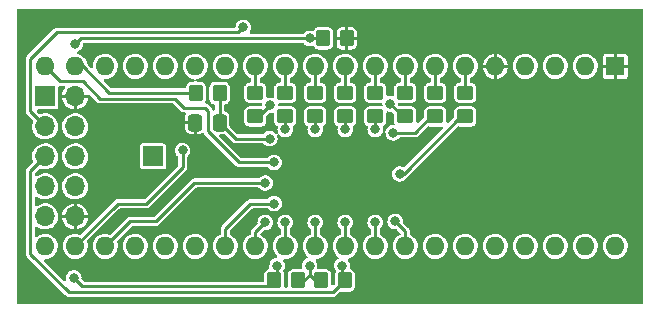
<source format=gbl>
G04 #@! TF.GenerationSoftware,KiCad,Pcbnew,6.0.10-86aedd382b~118~ubuntu18.04.1*
G04 #@! TF.CreationDate,2024-01-19T12:45:39+00:00*
G04 #@! TF.ProjectId,ReTuLaReMake,52655475-4c61-4526-954d-616b652e6b69,rev?*
G04 #@! TF.SameCoordinates,Original*
G04 #@! TF.FileFunction,Copper,L2,Bot*
G04 #@! TF.FilePolarity,Positive*
%FSLAX46Y46*%
G04 Gerber Fmt 4.6, Leading zero omitted, Abs format (unit mm)*
G04 Created by KiCad (PCBNEW 6.0.10-86aedd382b~118~ubuntu18.04.1) date 2024-01-19 12:45:39*
%MOMM*%
%LPD*%
G01*
G04 APERTURE LIST*
G04 Aperture macros list*
%AMRoundRect*
0 Rectangle with rounded corners*
0 $1 Rounding radius*
0 $2 $3 $4 $5 $6 $7 $8 $9 X,Y pos of 4 corners*
0 Add a 4 corners polygon primitive as box body*
4,1,4,$2,$3,$4,$5,$6,$7,$8,$9,$2,$3,0*
0 Add four circle primitives for the rounded corners*
1,1,$1+$1,$2,$3*
1,1,$1+$1,$4,$5*
1,1,$1+$1,$6,$7*
1,1,$1+$1,$8,$9*
0 Add four rect primitives between the rounded corners*
20,1,$1+$1,$2,$3,$4,$5,0*
20,1,$1+$1,$4,$5,$6,$7,0*
20,1,$1+$1,$6,$7,$8,$9,0*
20,1,$1+$1,$8,$9,$2,$3,0*%
G04 Aperture macros list end*
G04 #@! TA.AperFunction,ComponentPad*
%ADD10R,1.700000X1.700000*%
G04 #@! TD*
G04 #@! TA.AperFunction,ComponentPad*
%ADD11O,1.700000X1.700000*%
G04 #@! TD*
G04 #@! TA.AperFunction,SMDPad,CuDef*
%ADD12RoundRect,0.250000X0.350000X0.450000X-0.350000X0.450000X-0.350000X-0.450000X0.350000X-0.450000X0*%
G04 #@! TD*
G04 #@! TA.AperFunction,SMDPad,CuDef*
%ADD13RoundRect,0.250000X0.450000X-0.350000X0.450000X0.350000X-0.450000X0.350000X-0.450000X-0.350000X0*%
G04 #@! TD*
G04 #@! TA.AperFunction,SMDPad,CuDef*
%ADD14RoundRect,0.250000X-0.337500X-0.475000X0.337500X-0.475000X0.337500X0.475000X-0.337500X0.475000X0*%
G04 #@! TD*
G04 #@! TA.AperFunction,SMDPad,CuDef*
%ADD15RoundRect,0.250000X-0.350000X-0.450000X0.350000X-0.450000X0.350000X0.450000X-0.350000X0.450000X0*%
G04 #@! TD*
G04 #@! TA.AperFunction,ComponentPad*
%ADD16R,1.600000X1.600000*%
G04 #@! TD*
G04 #@! TA.AperFunction,ComponentPad*
%ADD17O,1.600000X1.600000*%
G04 #@! TD*
G04 #@! TA.AperFunction,SMDPad,CuDef*
%ADD18O,1.600000X1.600000*%
G04 #@! TD*
G04 #@! TA.AperFunction,ViaPad*
%ADD19C,0.800000*%
G04 #@! TD*
G04 #@! TA.AperFunction,Conductor*
%ADD20C,0.254000*%
G04 #@! TD*
G04 APERTURE END LIST*
D10*
X102870000Y-114300000D03*
D11*
X105410000Y-114300000D03*
X102870000Y-116840000D03*
X105410000Y-116840000D03*
X102870000Y-119380000D03*
X105410000Y-119380000D03*
X102870000Y-121920000D03*
X105410000Y-121920000D03*
X102870000Y-124460000D03*
X105410000Y-124460000D03*
D10*
X112000000Y-119380000D03*
D12*
X128250000Y-129880000D03*
X126250000Y-129880000D03*
D13*
X125730000Y-116000000D03*
X125730000Y-114000000D03*
X133350000Y-116000000D03*
X133350000Y-114000000D03*
D14*
X115555000Y-116510000D03*
X117630000Y-116510000D03*
D13*
X123190000Y-116000000D03*
X123190000Y-114000000D03*
D15*
X126400000Y-109380000D03*
X128400000Y-109380000D03*
D13*
X138430000Y-116000000D03*
X138430000Y-114000000D03*
D12*
X124250000Y-129880000D03*
X122250000Y-129880000D03*
D13*
X130810000Y-116000000D03*
X130810000Y-114000000D03*
X135890000Y-116000000D03*
X135890000Y-114000000D03*
X120650000Y-116000000D03*
X120650000Y-114000000D03*
D12*
X117630000Y-114010000D03*
X115630000Y-114010000D03*
D16*
X151130000Y-111760000D03*
D17*
X148590000Y-111760000D03*
X146050000Y-111760000D03*
X143510000Y-111760000D03*
X140970000Y-111760000D03*
X138430000Y-111760000D03*
X135890000Y-111760000D03*
D18*
X133350000Y-111760000D03*
X130810000Y-111760000D03*
X128270000Y-111760000D03*
X125730000Y-111760000D03*
X123190000Y-111760000D03*
X120650000Y-111760000D03*
D17*
X118110000Y-111760000D03*
X115570000Y-111760000D03*
X113030000Y-111760000D03*
X110490000Y-111760000D03*
X107950000Y-111760000D03*
X105410000Y-111760000D03*
X102870000Y-111760000D03*
X102870000Y-127000000D03*
X105410000Y-127000000D03*
X107950000Y-127000000D03*
X110490000Y-127000000D03*
X113030000Y-127000000D03*
X115570000Y-127000000D03*
X118110000Y-127000000D03*
D18*
X120650000Y-127000000D03*
X123190000Y-127000000D03*
X125730000Y-127000000D03*
X128270000Y-127000000D03*
X130810000Y-127000000D03*
X133350000Y-127000000D03*
D17*
X135890000Y-127000000D03*
X138430000Y-127000000D03*
X140970000Y-127000000D03*
X143510000Y-127000000D03*
X146050000Y-127000000D03*
X148590000Y-127000000D03*
X151130000Y-127000000D03*
D13*
X128270000Y-116000000D03*
X128270000Y-114000000D03*
D19*
X125250000Y-128630000D03*
X127000000Y-119380000D03*
X125476000Y-120904000D03*
X123952000Y-119380000D03*
X138500000Y-120605000D03*
X140250000Y-117880000D03*
X127000000Y-122428000D03*
X132800000Y-129380000D03*
X119600000Y-110380000D03*
X133000000Y-123630000D03*
X117000000Y-129380000D03*
X130048000Y-122428000D03*
X129800000Y-109380000D03*
X128524000Y-120904000D03*
X115712500Y-117917500D03*
X123952000Y-122428000D03*
X115750000Y-122917500D03*
X150495000Y-123825000D03*
X130048000Y-119380000D03*
X122250000Y-119880000D03*
X114500000Y-118880000D03*
X121500000Y-121630000D03*
X122250000Y-123380000D03*
X121500000Y-124968000D03*
X123190000Y-124968000D03*
X125730000Y-124968000D03*
X128270000Y-124968000D03*
X130810000Y-124968000D03*
X132500000Y-124880000D03*
X132880000Y-120880000D03*
X132334000Y-117380000D03*
X132080000Y-114935000D03*
X130810000Y-117094000D03*
X128270000Y-117094000D03*
X125730000Y-117094000D03*
X123190000Y-117094000D03*
X121920000Y-115062000D03*
X125250000Y-109380000D03*
X105410000Y-109855000D03*
X119634000Y-108458000D03*
X128000000Y-128630000D03*
X105285000Y-129665000D03*
X122500000Y-128630000D03*
X121880000Y-117880000D03*
D20*
X132334000Y-117380000D02*
X134175000Y-117380000D01*
X134175000Y-117380000D02*
X135555000Y-116000000D01*
X125750000Y-129880000D02*
X126250000Y-129880000D01*
X124250000Y-129880000D02*
X124750000Y-129880000D01*
X125250000Y-129380000D02*
X125750000Y-129880000D01*
X124750000Y-129880000D02*
X125250000Y-129380000D01*
X125250000Y-128630000D02*
X125250000Y-129380000D01*
X138430000Y-111760000D02*
X138430000Y-114000000D01*
X135890000Y-111760000D02*
X135890000Y-114000000D01*
X133350000Y-111760000D02*
X133350000Y-114000000D01*
X130810000Y-111760000D02*
X130810000Y-114000000D01*
X128270000Y-111760000D02*
X128270000Y-114000000D01*
X125730000Y-111760000D02*
X125730000Y-114000000D01*
X123190000Y-111760000D02*
X123190000Y-114000000D01*
X120650000Y-111760000D02*
X120650000Y-114000000D01*
X108295000Y-114010000D02*
X115630000Y-114010000D01*
X106045000Y-111760000D02*
X108295000Y-114010000D01*
X104140000Y-113030000D02*
X102870000Y-111760000D01*
X107525000Y-114510000D02*
X106045000Y-113030000D01*
X106045000Y-113030000D02*
X104140000Y-113030000D01*
X122250000Y-119880000D02*
X119250000Y-119880000D01*
X114630000Y-115260000D02*
X113880000Y-114510000D01*
X113880000Y-114510000D02*
X107525000Y-114510000D01*
X119250000Y-119880000D02*
X116630000Y-117260000D01*
X116380000Y-115260000D02*
X114630000Y-115260000D01*
X116630000Y-117260000D02*
X116630000Y-115510000D01*
X116630000Y-115510000D02*
X116380000Y-115260000D01*
X109000000Y-123380000D02*
X105410000Y-126970000D01*
X111412000Y-123380000D02*
X109000000Y-123380000D01*
X114500000Y-120292000D02*
X111412000Y-123380000D01*
X114500000Y-118880000D02*
X114500000Y-120292000D01*
X121500000Y-121630000D02*
X115500000Y-121630000D01*
X112250000Y-124880000D02*
X110070000Y-124880000D01*
X110070000Y-124880000D02*
X107950000Y-127000000D01*
X115500000Y-121630000D02*
X112250000Y-124880000D01*
X118110000Y-125520000D02*
X118110000Y-127000000D01*
X122250000Y-123380000D02*
X120250000Y-123380000D01*
X120250000Y-123380000D02*
X118110000Y-125520000D01*
X121500000Y-124968000D02*
X120650000Y-125818000D01*
X120650000Y-125818000D02*
X120650000Y-127000000D01*
X123190000Y-127000000D02*
X123190000Y-124968000D01*
X125730000Y-127000000D02*
X125730000Y-124968000D01*
X128270000Y-127000000D02*
X128270000Y-124968000D01*
X130810000Y-127000000D02*
X130810000Y-124968000D01*
X132500000Y-124880000D02*
X133350000Y-125730000D01*
X133350000Y-125730000D02*
X133350000Y-127000000D01*
X133215000Y-120880000D02*
X138095000Y-116000000D01*
X132880000Y-120880000D02*
X133215000Y-120880000D01*
X132080000Y-114935000D02*
X133145000Y-116000000D01*
X130810000Y-117094000D02*
X130810000Y-116000000D01*
X128270000Y-117094000D02*
X128270000Y-116000000D01*
X125730000Y-117094000D02*
X125730000Y-116000000D01*
X123190000Y-117094000D02*
X123190000Y-116000000D01*
X121920000Y-115062000D02*
X120982000Y-116000000D01*
X125250000Y-109380000D02*
X105885000Y-109380000D01*
X126400000Y-109380000D02*
X125250000Y-109380000D01*
X105885000Y-109380000D02*
X105410000Y-109855000D01*
X101600000Y-111125000D02*
X101600000Y-115570000D01*
X119634000Y-108458000D02*
X119212000Y-108880000D01*
X101600000Y-115570000D02*
X102870000Y-116840000D01*
X119212000Y-108880000D02*
X103845000Y-108880000D01*
X103845000Y-108880000D02*
X101600000Y-111125000D01*
X101600000Y-120650000D02*
X102870000Y-119380000D01*
X127250000Y-130880000D02*
X104876750Y-130880000D01*
X104876750Y-130880000D02*
X101600000Y-127603250D01*
X128250000Y-129880000D02*
X127250000Y-130880000D01*
X101600000Y-127603250D02*
X101600000Y-120650000D01*
X128000000Y-129630000D02*
X128000000Y-128630000D01*
X121750000Y-130380000D02*
X122250000Y-129880000D01*
X122500000Y-128630000D02*
X122500000Y-129630000D01*
X105285000Y-129665000D02*
X106000000Y-130380000D01*
X106000000Y-130380000D02*
X121750000Y-130380000D01*
X117630000Y-114010000D02*
X117630000Y-116510000D01*
X119000000Y-117880000D02*
X117630000Y-116510000D01*
X121880000Y-117880000D02*
X119000000Y-117880000D01*
G04 #@! TA.AperFunction,Conductor*
G36*
X153442121Y-106900002D02*
G01*
X153488614Y-106953658D01*
X153500000Y-107006000D01*
X153500000Y-131754000D01*
X153479998Y-131822121D01*
X153426342Y-131868614D01*
X153374000Y-131880000D01*
X100626000Y-131880000D01*
X100557879Y-131859998D01*
X100511386Y-131806342D01*
X100500000Y-131754000D01*
X100500000Y-127585030D01*
X101213655Y-127585030D01*
X101214879Y-127595370D01*
X101217627Y-127618592D01*
X101217979Y-127624570D01*
X101218072Y-127624562D01*
X101218500Y-127629740D01*
X101218500Y-127634942D01*
X101219354Y-127640072D01*
X101221686Y-127654082D01*
X101222522Y-127659954D01*
X101228582Y-127711157D01*
X101232567Y-127719456D01*
X101234078Y-127728533D01*
X101258558Y-127773901D01*
X101261239Y-127779164D01*
X101280127Y-127818500D01*
X101280130Y-127818504D01*
X101283560Y-127825648D01*
X101287170Y-127829942D01*
X101289102Y-127831874D01*
X101290889Y-127833823D01*
X101290918Y-127833876D01*
X101290788Y-127833995D01*
X101291289Y-127834563D01*
X101294388Y-127840307D01*
X101302033Y-127847374D01*
X101334208Y-127877116D01*
X101337774Y-127880546D01*
X104568706Y-131111479D01*
X104584065Y-131130495D01*
X104585031Y-131131556D01*
X104590679Y-131140304D01*
X104598856Y-131146750D01*
X104617222Y-131161229D01*
X104621700Y-131165208D01*
X104621760Y-131165137D01*
X104625717Y-131168490D01*
X104629398Y-131172171D01*
X104633630Y-131175195D01*
X104633632Y-131175197D01*
X104645207Y-131183469D01*
X104649952Y-131187032D01*
X104690420Y-131218934D01*
X104699105Y-131221984D01*
X104706592Y-131227334D01*
X104755997Y-131242109D01*
X104761592Y-131243927D01*
X104810252Y-131261016D01*
X104815841Y-131261500D01*
X104818554Y-131261500D01*
X104821219Y-131261615D01*
X104821282Y-131261634D01*
X104821275Y-131261808D01*
X104822021Y-131261855D01*
X104828274Y-131263725D01*
X104878133Y-131261766D01*
X104882428Y-131261597D01*
X104887375Y-131261500D01*
X127195865Y-131261500D01*
X127220164Y-131264086D01*
X127221602Y-131264154D01*
X127231780Y-131266345D01*
X127265341Y-131262373D01*
X127271320Y-131262021D01*
X127271312Y-131261928D01*
X127276490Y-131261500D01*
X127281692Y-131261500D01*
X127300846Y-131258312D01*
X127306704Y-131257478D01*
X127323318Y-131255512D01*
X127347567Y-131252642D01*
X127347568Y-131252642D01*
X127357907Y-131251418D01*
X127366206Y-131247433D01*
X127375283Y-131245922D01*
X127420651Y-131221442D01*
X127425914Y-131218761D01*
X127465250Y-131199873D01*
X127465254Y-131199870D01*
X127472398Y-131196440D01*
X127476692Y-131192830D01*
X127478624Y-131190898D01*
X127480573Y-131189111D01*
X127480626Y-131189082D01*
X127480745Y-131189212D01*
X127481313Y-131188711D01*
X127487057Y-131185612D01*
X127496685Y-131175197D01*
X127523867Y-131145791D01*
X127527297Y-131142225D01*
X127798117Y-130871405D01*
X127860429Y-130837379D01*
X127887212Y-130834500D01*
X128647756Y-130834500D01*
X128651153Y-130834131D01*
X128701597Y-130828651D01*
X128701598Y-130828651D01*
X128709448Y-130827798D01*
X128716841Y-130825026D01*
X128716843Y-130825026D01*
X128755046Y-130810704D01*
X128844764Y-130777071D01*
X128851943Y-130771691D01*
X128851946Y-130771689D01*
X128953224Y-130695785D01*
X128960404Y-130690404D01*
X128975713Y-130669977D01*
X129041689Y-130581946D01*
X129041691Y-130581943D01*
X129047071Y-130574764D01*
X129097798Y-130439448D01*
X129104500Y-130377756D01*
X129104500Y-129382244D01*
X129097798Y-129320552D01*
X129047071Y-129185236D01*
X129041691Y-129178057D01*
X129041689Y-129178054D01*
X128965785Y-129076776D01*
X128960404Y-129069596D01*
X128931100Y-129047634D01*
X128851946Y-128988311D01*
X128851943Y-128988309D01*
X128844764Y-128982929D01*
X128717518Y-128935227D01*
X128660754Y-128892587D01*
X128636054Y-128826026D01*
X128637005Y-128799493D01*
X128638573Y-128788481D01*
X128659162Y-128643807D01*
X128659307Y-128630000D01*
X128640276Y-128472733D01*
X128584280Y-128324546D01*
X128501116Y-128203541D01*
X128479016Y-128136072D01*
X128496902Y-128067365D01*
X128549093Y-128019234D01*
X128571062Y-128010819D01*
X128653178Y-127987892D01*
X128658682Y-127985112D01*
X128658684Y-127985111D01*
X128832262Y-127897431D01*
X128832264Y-127897430D01*
X128837763Y-127894652D01*
X129000722Y-127767334D01*
X129004748Y-127762670D01*
X129004751Y-127762667D01*
X129131819Y-127615457D01*
X129131820Y-127615455D01*
X129135848Y-127610789D01*
X129237995Y-127430979D01*
X129303270Y-127234753D01*
X129329189Y-127029586D01*
X129329602Y-127000000D01*
X129328151Y-126985206D01*
X129750501Y-126985206D01*
X129767806Y-127191278D01*
X129824807Y-127390066D01*
X129827625Y-127395548D01*
X129827626Y-127395552D01*
X129916514Y-127568509D01*
X129916517Y-127568513D01*
X129919334Y-127573995D01*
X130047786Y-127736061D01*
X130052479Y-127740055D01*
X130052480Y-127740056D01*
X130178579Y-127847374D01*
X130205271Y-127870091D01*
X130385789Y-127970980D01*
X130582466Y-128034884D01*
X130787809Y-128059370D01*
X130793944Y-128058898D01*
X130793946Y-128058898D01*
X130987856Y-128043977D01*
X130987860Y-128043976D01*
X130993998Y-128043504D01*
X131193178Y-127987892D01*
X131198682Y-127985112D01*
X131198684Y-127985111D01*
X131372262Y-127897431D01*
X131372264Y-127897430D01*
X131377763Y-127894652D01*
X131540722Y-127767334D01*
X131544748Y-127762670D01*
X131544751Y-127762667D01*
X131671819Y-127615457D01*
X131671820Y-127615455D01*
X131675848Y-127610789D01*
X131777995Y-127430979D01*
X131843270Y-127234753D01*
X131869189Y-127029586D01*
X131869602Y-127000000D01*
X131849422Y-126794189D01*
X131789651Y-126596217D01*
X131692565Y-126413625D01*
X131688674Y-126408855D01*
X131688672Y-126408851D01*
X131565758Y-126258143D01*
X131565755Y-126258140D01*
X131561863Y-126253368D01*
X131554966Y-126247662D01*
X131407271Y-126125478D01*
X131407266Y-126125475D01*
X131402522Y-126121550D01*
X131257570Y-126043175D01*
X131207163Y-125993181D01*
X131191500Y-125932340D01*
X131191500Y-125561022D01*
X131211502Y-125492901D01*
X131235669Y-125465211D01*
X131289536Y-125419204D01*
X131295314Y-125414269D01*
X131387755Y-125285624D01*
X131446842Y-125138641D01*
X131469162Y-124981807D01*
X131469307Y-124968000D01*
X131457823Y-124873096D01*
X131840729Y-124873096D01*
X131844328Y-124905693D01*
X131856398Y-125015017D01*
X131858113Y-125030553D01*
X131860723Y-125037684D01*
X131860723Y-125037686D01*
X131900249Y-125145695D01*
X131912553Y-125179319D01*
X131916789Y-125185622D01*
X131916789Y-125185623D01*
X131992576Y-125298405D01*
X132000908Y-125310805D01*
X132006527Y-125315918D01*
X132006528Y-125315919D01*
X132107829Y-125408095D01*
X132118076Y-125417419D01*
X132257293Y-125493008D01*
X132410522Y-125533207D01*
X132490879Y-125534469D01*
X132565899Y-125535648D01*
X132633697Y-125556717D01*
X132653015Y-125572537D01*
X132926975Y-125846497D01*
X132961001Y-125908809D01*
X132955936Y-125979624D01*
X132913389Y-126036460D01*
X132896256Y-126047253D01*
X132775265Y-126110506D01*
X132775261Y-126110508D01*
X132769801Y-126113363D01*
X132608635Y-126242943D01*
X132475708Y-126401360D01*
X132376082Y-126582578D01*
X132313553Y-126779696D01*
X132290501Y-126985206D01*
X132307806Y-127191278D01*
X132364807Y-127390066D01*
X132367625Y-127395548D01*
X132367626Y-127395552D01*
X132456514Y-127568509D01*
X132456517Y-127568513D01*
X132459334Y-127573995D01*
X132587786Y-127736061D01*
X132592479Y-127740055D01*
X132592480Y-127740056D01*
X132718579Y-127847374D01*
X132745271Y-127870091D01*
X132925789Y-127970980D01*
X133122466Y-128034884D01*
X133327809Y-128059370D01*
X133333944Y-128058898D01*
X133333946Y-128058898D01*
X133527856Y-128043977D01*
X133527860Y-128043976D01*
X133533998Y-128043504D01*
X133733178Y-127987892D01*
X133738682Y-127985112D01*
X133738684Y-127985111D01*
X133912262Y-127897431D01*
X133912264Y-127897430D01*
X133917763Y-127894652D01*
X134080722Y-127767334D01*
X134084748Y-127762670D01*
X134084751Y-127762667D01*
X134211819Y-127615457D01*
X134211820Y-127615455D01*
X134215848Y-127610789D01*
X134317995Y-127430979D01*
X134383270Y-127234753D01*
X134409189Y-127029586D01*
X134409602Y-127000000D01*
X134408151Y-126985206D01*
X134830501Y-126985206D01*
X134847806Y-127191278D01*
X134904807Y-127390066D01*
X134907625Y-127395548D01*
X134907626Y-127395552D01*
X134996514Y-127568509D01*
X134996517Y-127568513D01*
X134999334Y-127573995D01*
X135127786Y-127736061D01*
X135132479Y-127740055D01*
X135132480Y-127740056D01*
X135258579Y-127847374D01*
X135285271Y-127870091D01*
X135465789Y-127970980D01*
X135662466Y-128034884D01*
X135867809Y-128059370D01*
X135873944Y-128058898D01*
X135873946Y-128058898D01*
X136067856Y-128043977D01*
X136067860Y-128043976D01*
X136073998Y-128043504D01*
X136273178Y-127987892D01*
X136278682Y-127985112D01*
X136278684Y-127985111D01*
X136452262Y-127897431D01*
X136452264Y-127897430D01*
X136457763Y-127894652D01*
X136620722Y-127767334D01*
X136624748Y-127762670D01*
X136624751Y-127762667D01*
X136751819Y-127615457D01*
X136751820Y-127615455D01*
X136755848Y-127610789D01*
X136857995Y-127430979D01*
X136923270Y-127234753D01*
X136949189Y-127029586D01*
X136949602Y-127000000D01*
X136948151Y-126985206D01*
X137370501Y-126985206D01*
X137387806Y-127191278D01*
X137444807Y-127390066D01*
X137447625Y-127395548D01*
X137447626Y-127395552D01*
X137536514Y-127568509D01*
X137536517Y-127568513D01*
X137539334Y-127573995D01*
X137667786Y-127736061D01*
X137672479Y-127740055D01*
X137672480Y-127740056D01*
X137798579Y-127847374D01*
X137825271Y-127870091D01*
X138005789Y-127970980D01*
X138202466Y-128034884D01*
X138407809Y-128059370D01*
X138413944Y-128058898D01*
X138413946Y-128058898D01*
X138607856Y-128043977D01*
X138607860Y-128043976D01*
X138613998Y-128043504D01*
X138813178Y-127987892D01*
X138818682Y-127985112D01*
X138818684Y-127985111D01*
X138992262Y-127897431D01*
X138992264Y-127897430D01*
X138997763Y-127894652D01*
X139160722Y-127767334D01*
X139164748Y-127762670D01*
X139164751Y-127762667D01*
X139291819Y-127615457D01*
X139291820Y-127615455D01*
X139295848Y-127610789D01*
X139397995Y-127430979D01*
X139463270Y-127234753D01*
X139489189Y-127029586D01*
X139489602Y-127000000D01*
X139488151Y-126985206D01*
X139910501Y-126985206D01*
X139927806Y-127191278D01*
X139984807Y-127390066D01*
X139987625Y-127395548D01*
X139987626Y-127395552D01*
X140076514Y-127568509D01*
X140076517Y-127568513D01*
X140079334Y-127573995D01*
X140207786Y-127736061D01*
X140212479Y-127740055D01*
X140212480Y-127740056D01*
X140338579Y-127847374D01*
X140365271Y-127870091D01*
X140545789Y-127970980D01*
X140742466Y-128034884D01*
X140947809Y-128059370D01*
X140953944Y-128058898D01*
X140953946Y-128058898D01*
X141147856Y-128043977D01*
X141147860Y-128043976D01*
X141153998Y-128043504D01*
X141353178Y-127987892D01*
X141358682Y-127985112D01*
X141358684Y-127985111D01*
X141532262Y-127897431D01*
X141532264Y-127897430D01*
X141537763Y-127894652D01*
X141700722Y-127767334D01*
X141704748Y-127762670D01*
X141704751Y-127762667D01*
X141831819Y-127615457D01*
X141831820Y-127615455D01*
X141835848Y-127610789D01*
X141937995Y-127430979D01*
X142003270Y-127234753D01*
X142029189Y-127029586D01*
X142029602Y-127000000D01*
X142028151Y-126985206D01*
X142450501Y-126985206D01*
X142467806Y-127191278D01*
X142524807Y-127390066D01*
X142527625Y-127395548D01*
X142527626Y-127395552D01*
X142616514Y-127568509D01*
X142616517Y-127568513D01*
X142619334Y-127573995D01*
X142747786Y-127736061D01*
X142752479Y-127740055D01*
X142752480Y-127740056D01*
X142878579Y-127847374D01*
X142905271Y-127870091D01*
X143085789Y-127970980D01*
X143282466Y-128034884D01*
X143487809Y-128059370D01*
X143493944Y-128058898D01*
X143493946Y-128058898D01*
X143687856Y-128043977D01*
X143687860Y-128043976D01*
X143693998Y-128043504D01*
X143893178Y-127987892D01*
X143898682Y-127985112D01*
X143898684Y-127985111D01*
X144072262Y-127897431D01*
X144072264Y-127897430D01*
X144077763Y-127894652D01*
X144240722Y-127767334D01*
X144244748Y-127762670D01*
X144244751Y-127762667D01*
X144371819Y-127615457D01*
X144371820Y-127615455D01*
X144375848Y-127610789D01*
X144477995Y-127430979D01*
X144543270Y-127234753D01*
X144569189Y-127029586D01*
X144569602Y-127000000D01*
X144568151Y-126985206D01*
X144990501Y-126985206D01*
X145007806Y-127191278D01*
X145064807Y-127390066D01*
X145067625Y-127395548D01*
X145067626Y-127395552D01*
X145156514Y-127568509D01*
X145156517Y-127568513D01*
X145159334Y-127573995D01*
X145287786Y-127736061D01*
X145292479Y-127740055D01*
X145292480Y-127740056D01*
X145418579Y-127847374D01*
X145445271Y-127870091D01*
X145625789Y-127970980D01*
X145822466Y-128034884D01*
X146027809Y-128059370D01*
X146033944Y-128058898D01*
X146033946Y-128058898D01*
X146227856Y-128043977D01*
X146227860Y-128043976D01*
X146233998Y-128043504D01*
X146433178Y-127987892D01*
X146438682Y-127985112D01*
X146438684Y-127985111D01*
X146612262Y-127897431D01*
X146612264Y-127897430D01*
X146617763Y-127894652D01*
X146780722Y-127767334D01*
X146784748Y-127762670D01*
X146784751Y-127762667D01*
X146911819Y-127615457D01*
X146911820Y-127615455D01*
X146915848Y-127610789D01*
X147017995Y-127430979D01*
X147083270Y-127234753D01*
X147109189Y-127029586D01*
X147109602Y-127000000D01*
X147108151Y-126985206D01*
X147530501Y-126985206D01*
X147547806Y-127191278D01*
X147604807Y-127390066D01*
X147607625Y-127395548D01*
X147607626Y-127395552D01*
X147696514Y-127568509D01*
X147696517Y-127568513D01*
X147699334Y-127573995D01*
X147827786Y-127736061D01*
X147832479Y-127740055D01*
X147832480Y-127740056D01*
X147958579Y-127847374D01*
X147985271Y-127870091D01*
X148165789Y-127970980D01*
X148362466Y-128034884D01*
X148567809Y-128059370D01*
X148573944Y-128058898D01*
X148573946Y-128058898D01*
X148767856Y-128043977D01*
X148767860Y-128043976D01*
X148773998Y-128043504D01*
X148973178Y-127987892D01*
X148978682Y-127985112D01*
X148978684Y-127985111D01*
X149152262Y-127897431D01*
X149152264Y-127897430D01*
X149157763Y-127894652D01*
X149320722Y-127767334D01*
X149324748Y-127762670D01*
X149324751Y-127762667D01*
X149451819Y-127615457D01*
X149451820Y-127615455D01*
X149455848Y-127610789D01*
X149557995Y-127430979D01*
X149623270Y-127234753D01*
X149649189Y-127029586D01*
X149649602Y-127000000D01*
X149648151Y-126985206D01*
X150070501Y-126985206D01*
X150087806Y-127191278D01*
X150144807Y-127390066D01*
X150147625Y-127395548D01*
X150147626Y-127395552D01*
X150236514Y-127568509D01*
X150236517Y-127568513D01*
X150239334Y-127573995D01*
X150367786Y-127736061D01*
X150372479Y-127740055D01*
X150372480Y-127740056D01*
X150498579Y-127847374D01*
X150525271Y-127870091D01*
X150705789Y-127970980D01*
X150902466Y-128034884D01*
X151107809Y-128059370D01*
X151113944Y-128058898D01*
X151113946Y-128058898D01*
X151307856Y-128043977D01*
X151307860Y-128043976D01*
X151313998Y-128043504D01*
X151513178Y-127987892D01*
X151518682Y-127985112D01*
X151518684Y-127985111D01*
X151692262Y-127897431D01*
X151692264Y-127897430D01*
X151697763Y-127894652D01*
X151860722Y-127767334D01*
X151864748Y-127762670D01*
X151864751Y-127762667D01*
X151991819Y-127615457D01*
X151991820Y-127615455D01*
X151995848Y-127610789D01*
X152097995Y-127430979D01*
X152163270Y-127234753D01*
X152189189Y-127029586D01*
X152189602Y-127000000D01*
X152169422Y-126794189D01*
X152109651Y-126596217D01*
X152012565Y-126413625D01*
X152008674Y-126408855D01*
X152008672Y-126408851D01*
X151885758Y-126258143D01*
X151885755Y-126258140D01*
X151881863Y-126253368D01*
X151874966Y-126247662D01*
X151727271Y-126125478D01*
X151727266Y-126125475D01*
X151722522Y-126121550D01*
X151717101Y-126118619D01*
X151717100Y-126118618D01*
X151546032Y-126026122D01*
X151546027Y-126026120D01*
X151540612Y-126023192D01*
X151343063Y-125962040D01*
X151336938Y-125961396D01*
X151336937Y-125961396D01*
X151143526Y-125941068D01*
X151143524Y-125941068D01*
X151137397Y-125940424D01*
X151011229Y-125951906D01*
X150937591Y-125958607D01*
X150937590Y-125958607D01*
X150931450Y-125959166D01*
X150733066Y-126017554D01*
X150727601Y-126020411D01*
X150555261Y-126110508D01*
X150555257Y-126110511D01*
X150549801Y-126113363D01*
X150388635Y-126242943D01*
X150255708Y-126401360D01*
X150156082Y-126582578D01*
X150093553Y-126779696D01*
X150070501Y-126985206D01*
X149648151Y-126985206D01*
X149629422Y-126794189D01*
X149569651Y-126596217D01*
X149472565Y-126413625D01*
X149468674Y-126408855D01*
X149468672Y-126408851D01*
X149345758Y-126258143D01*
X149345755Y-126258140D01*
X149341863Y-126253368D01*
X149334966Y-126247662D01*
X149187271Y-126125478D01*
X149187266Y-126125475D01*
X149182522Y-126121550D01*
X149177101Y-126118619D01*
X149177100Y-126118618D01*
X149006032Y-126026122D01*
X149006027Y-126026120D01*
X149000612Y-126023192D01*
X148803063Y-125962040D01*
X148796938Y-125961396D01*
X148796937Y-125961396D01*
X148603526Y-125941068D01*
X148603524Y-125941068D01*
X148597397Y-125940424D01*
X148471229Y-125951906D01*
X148397591Y-125958607D01*
X148397590Y-125958607D01*
X148391450Y-125959166D01*
X148193066Y-126017554D01*
X148187601Y-126020411D01*
X148015261Y-126110508D01*
X148015257Y-126110511D01*
X148009801Y-126113363D01*
X147848635Y-126242943D01*
X147715708Y-126401360D01*
X147616082Y-126582578D01*
X147553553Y-126779696D01*
X147530501Y-126985206D01*
X147108151Y-126985206D01*
X147089422Y-126794189D01*
X147029651Y-126596217D01*
X146932565Y-126413625D01*
X146928674Y-126408855D01*
X146928672Y-126408851D01*
X146805758Y-126258143D01*
X146805755Y-126258140D01*
X146801863Y-126253368D01*
X146794966Y-126247662D01*
X146647271Y-126125478D01*
X146647266Y-126125475D01*
X146642522Y-126121550D01*
X146637101Y-126118619D01*
X146637100Y-126118618D01*
X146466032Y-126026122D01*
X146466027Y-126026120D01*
X146460612Y-126023192D01*
X146263063Y-125962040D01*
X146256938Y-125961396D01*
X146256937Y-125961396D01*
X146063526Y-125941068D01*
X146063524Y-125941068D01*
X146057397Y-125940424D01*
X145931229Y-125951906D01*
X145857591Y-125958607D01*
X145857590Y-125958607D01*
X145851450Y-125959166D01*
X145653066Y-126017554D01*
X145647601Y-126020411D01*
X145475261Y-126110508D01*
X145475257Y-126110511D01*
X145469801Y-126113363D01*
X145308635Y-126242943D01*
X145175708Y-126401360D01*
X145076082Y-126582578D01*
X145013553Y-126779696D01*
X144990501Y-126985206D01*
X144568151Y-126985206D01*
X144549422Y-126794189D01*
X144489651Y-126596217D01*
X144392565Y-126413625D01*
X144388674Y-126408855D01*
X144388672Y-126408851D01*
X144265758Y-126258143D01*
X144265755Y-126258140D01*
X144261863Y-126253368D01*
X144254966Y-126247662D01*
X144107271Y-126125478D01*
X144107266Y-126125475D01*
X144102522Y-126121550D01*
X144097101Y-126118619D01*
X144097100Y-126118618D01*
X143926032Y-126026122D01*
X143926027Y-126026120D01*
X143920612Y-126023192D01*
X143723063Y-125962040D01*
X143716938Y-125961396D01*
X143716937Y-125961396D01*
X143523526Y-125941068D01*
X143523524Y-125941068D01*
X143517397Y-125940424D01*
X143391229Y-125951906D01*
X143317591Y-125958607D01*
X143317590Y-125958607D01*
X143311450Y-125959166D01*
X143113066Y-126017554D01*
X143107601Y-126020411D01*
X142935261Y-126110508D01*
X142935257Y-126110511D01*
X142929801Y-126113363D01*
X142768635Y-126242943D01*
X142635708Y-126401360D01*
X142536082Y-126582578D01*
X142473553Y-126779696D01*
X142450501Y-126985206D01*
X142028151Y-126985206D01*
X142009422Y-126794189D01*
X141949651Y-126596217D01*
X141852565Y-126413625D01*
X141848674Y-126408855D01*
X141848672Y-126408851D01*
X141725758Y-126258143D01*
X141725755Y-126258140D01*
X141721863Y-126253368D01*
X141714966Y-126247662D01*
X141567271Y-126125478D01*
X141567266Y-126125475D01*
X141562522Y-126121550D01*
X141557101Y-126118619D01*
X141557100Y-126118618D01*
X141386032Y-126026122D01*
X141386027Y-126026120D01*
X141380612Y-126023192D01*
X141183063Y-125962040D01*
X141176938Y-125961396D01*
X141176937Y-125961396D01*
X140983526Y-125941068D01*
X140983524Y-125941068D01*
X140977397Y-125940424D01*
X140851229Y-125951906D01*
X140777591Y-125958607D01*
X140777590Y-125958607D01*
X140771450Y-125959166D01*
X140573066Y-126017554D01*
X140567601Y-126020411D01*
X140395261Y-126110508D01*
X140395257Y-126110511D01*
X140389801Y-126113363D01*
X140228635Y-126242943D01*
X140095708Y-126401360D01*
X139996082Y-126582578D01*
X139933553Y-126779696D01*
X139910501Y-126985206D01*
X139488151Y-126985206D01*
X139469422Y-126794189D01*
X139409651Y-126596217D01*
X139312565Y-126413625D01*
X139308674Y-126408855D01*
X139308672Y-126408851D01*
X139185758Y-126258143D01*
X139185755Y-126258140D01*
X139181863Y-126253368D01*
X139174966Y-126247662D01*
X139027271Y-126125478D01*
X139027266Y-126125475D01*
X139022522Y-126121550D01*
X139017101Y-126118619D01*
X139017100Y-126118618D01*
X138846032Y-126026122D01*
X138846027Y-126026120D01*
X138840612Y-126023192D01*
X138643063Y-125962040D01*
X138636938Y-125961396D01*
X138636937Y-125961396D01*
X138443526Y-125941068D01*
X138443524Y-125941068D01*
X138437397Y-125940424D01*
X138311229Y-125951906D01*
X138237591Y-125958607D01*
X138237590Y-125958607D01*
X138231450Y-125959166D01*
X138033066Y-126017554D01*
X138027601Y-126020411D01*
X137855261Y-126110508D01*
X137855257Y-126110511D01*
X137849801Y-126113363D01*
X137688635Y-126242943D01*
X137555708Y-126401360D01*
X137456082Y-126582578D01*
X137393553Y-126779696D01*
X137370501Y-126985206D01*
X136948151Y-126985206D01*
X136929422Y-126794189D01*
X136869651Y-126596217D01*
X136772565Y-126413625D01*
X136768674Y-126408855D01*
X136768672Y-126408851D01*
X136645758Y-126258143D01*
X136645755Y-126258140D01*
X136641863Y-126253368D01*
X136634966Y-126247662D01*
X136487271Y-126125478D01*
X136487266Y-126125475D01*
X136482522Y-126121550D01*
X136477101Y-126118619D01*
X136477100Y-126118618D01*
X136306032Y-126026122D01*
X136306027Y-126026120D01*
X136300612Y-126023192D01*
X136103063Y-125962040D01*
X136096938Y-125961396D01*
X136096937Y-125961396D01*
X135903526Y-125941068D01*
X135903524Y-125941068D01*
X135897397Y-125940424D01*
X135771229Y-125951906D01*
X135697591Y-125958607D01*
X135697590Y-125958607D01*
X135691450Y-125959166D01*
X135493066Y-126017554D01*
X135487601Y-126020411D01*
X135315261Y-126110508D01*
X135315257Y-126110511D01*
X135309801Y-126113363D01*
X135148635Y-126242943D01*
X135015708Y-126401360D01*
X134916082Y-126582578D01*
X134853553Y-126779696D01*
X134830501Y-126985206D01*
X134408151Y-126985206D01*
X134389422Y-126794189D01*
X134329651Y-126596217D01*
X134232565Y-126413625D01*
X134228674Y-126408855D01*
X134228672Y-126408851D01*
X134105758Y-126258143D01*
X134105755Y-126258140D01*
X134101863Y-126253368D01*
X134094966Y-126247662D01*
X133947271Y-126125478D01*
X133947266Y-126125475D01*
X133942522Y-126121550D01*
X133797570Y-126043175D01*
X133747163Y-125993181D01*
X133731500Y-125932340D01*
X133731500Y-125784140D01*
X133734087Y-125759824D01*
X133734154Y-125758401D01*
X133736346Y-125748220D01*
X133732373Y-125714652D01*
X133732021Y-125708678D01*
X133731928Y-125708686D01*
X133731500Y-125703508D01*
X133731500Y-125698308D01*
X133730646Y-125693176D01*
X133728314Y-125679165D01*
X133727477Y-125673286D01*
X133722642Y-125632433D01*
X133722642Y-125632432D01*
X133721418Y-125622093D01*
X133717433Y-125613794D01*
X133715922Y-125604717D01*
X133691456Y-125559374D01*
X133688760Y-125554083D01*
X133669873Y-125514749D01*
X133669871Y-125514745D01*
X133666441Y-125507603D01*
X133662831Y-125503308D01*
X133660904Y-125501381D01*
X133659109Y-125499424D01*
X133659078Y-125499366D01*
X133659207Y-125499248D01*
X133658710Y-125498684D01*
X133655612Y-125492943D01*
X133628970Y-125468315D01*
X133615805Y-125456146D01*
X133612239Y-125452716D01*
X133190495Y-125030972D01*
X133156469Y-124968660D01*
X133154847Y-124924126D01*
X133159162Y-124893807D01*
X133159307Y-124880000D01*
X133140276Y-124722733D01*
X133084280Y-124574546D01*
X133051491Y-124526838D01*
X132998855Y-124450251D01*
X132998854Y-124450249D01*
X132994553Y-124443992D01*
X132876275Y-124338611D01*
X132868889Y-124334700D01*
X132742988Y-124268039D01*
X132742989Y-124268039D01*
X132736274Y-124264484D01*
X132582633Y-124225892D01*
X132575034Y-124225852D01*
X132575033Y-124225852D01*
X132509181Y-124225507D01*
X132424221Y-124225062D01*
X132416841Y-124226834D01*
X132416839Y-124226834D01*
X132277563Y-124260271D01*
X132277560Y-124260272D01*
X132270184Y-124262043D01*
X132129414Y-124334700D01*
X132010039Y-124438838D01*
X131918950Y-124568444D01*
X131861406Y-124716037D01*
X131860414Y-124723570D01*
X131860414Y-124723571D01*
X131845699Y-124835348D01*
X131840729Y-124873096D01*
X131457823Y-124873096D01*
X131450276Y-124810733D01*
X131394280Y-124662546D01*
X131346390Y-124592865D01*
X131308855Y-124538251D01*
X131308854Y-124538249D01*
X131304553Y-124531992D01*
X131281878Y-124511789D01*
X131261523Y-124493654D01*
X131186275Y-124426611D01*
X131178889Y-124422700D01*
X131052988Y-124356039D01*
X131052989Y-124356039D01*
X131046274Y-124352484D01*
X130892633Y-124313892D01*
X130885034Y-124313852D01*
X130885033Y-124313852D01*
X130819181Y-124313507D01*
X130734221Y-124313062D01*
X130726841Y-124314834D01*
X130726839Y-124314834D01*
X130587563Y-124348271D01*
X130587560Y-124348272D01*
X130580184Y-124350043D01*
X130439414Y-124422700D01*
X130320039Y-124526838D01*
X130228950Y-124656444D01*
X130171406Y-124804037D01*
X130170414Y-124811570D01*
X130170414Y-124811571D01*
X130155597Y-124924122D01*
X130150729Y-124961096D01*
X130153529Y-124986454D01*
X130165261Y-125092718D01*
X130168113Y-125118553D01*
X130170723Y-125125684D01*
X130170723Y-125125686D01*
X130219258Y-125258314D01*
X130222553Y-125267319D01*
X130226789Y-125273622D01*
X130226789Y-125273623D01*
X130295955Y-125376552D01*
X130310908Y-125398805D01*
X130316527Y-125403918D01*
X130316528Y-125403919D01*
X130387299Y-125468315D01*
X130424222Y-125528955D01*
X130428500Y-125561509D01*
X130428500Y-125933177D01*
X130408498Y-126001298D01*
X130360875Y-126044839D01*
X130235261Y-126110508D01*
X130235257Y-126110511D01*
X130229801Y-126113363D01*
X130068635Y-126242943D01*
X129935708Y-126401360D01*
X129836082Y-126582578D01*
X129773553Y-126779696D01*
X129750501Y-126985206D01*
X129328151Y-126985206D01*
X129309422Y-126794189D01*
X129249651Y-126596217D01*
X129152565Y-126413625D01*
X129148674Y-126408855D01*
X129148672Y-126408851D01*
X129025758Y-126258143D01*
X129025755Y-126258140D01*
X129021863Y-126253368D01*
X129014966Y-126247662D01*
X128867271Y-126125478D01*
X128867266Y-126125475D01*
X128862522Y-126121550D01*
X128717570Y-126043175D01*
X128667163Y-125993181D01*
X128651500Y-125932340D01*
X128651500Y-125561022D01*
X128671502Y-125492901D01*
X128695669Y-125465211D01*
X128749536Y-125419204D01*
X128755314Y-125414269D01*
X128847755Y-125285624D01*
X128906842Y-125138641D01*
X128929162Y-124981807D01*
X128929307Y-124968000D01*
X128910276Y-124810733D01*
X128854280Y-124662546D01*
X128806390Y-124592865D01*
X128768855Y-124538251D01*
X128768854Y-124538249D01*
X128764553Y-124531992D01*
X128741878Y-124511789D01*
X128721523Y-124493654D01*
X128646275Y-124426611D01*
X128638889Y-124422700D01*
X128512988Y-124356039D01*
X128512989Y-124356039D01*
X128506274Y-124352484D01*
X128352633Y-124313892D01*
X128345034Y-124313852D01*
X128345033Y-124313852D01*
X128279181Y-124313507D01*
X128194221Y-124313062D01*
X128186841Y-124314834D01*
X128186839Y-124314834D01*
X128047563Y-124348271D01*
X128047560Y-124348272D01*
X128040184Y-124350043D01*
X127899414Y-124422700D01*
X127780039Y-124526838D01*
X127688950Y-124656444D01*
X127631406Y-124804037D01*
X127630414Y-124811570D01*
X127630414Y-124811571D01*
X127615597Y-124924122D01*
X127610729Y-124961096D01*
X127613529Y-124986454D01*
X127625261Y-125092718D01*
X127628113Y-125118553D01*
X127630723Y-125125684D01*
X127630723Y-125125686D01*
X127679258Y-125258314D01*
X127682553Y-125267319D01*
X127686789Y-125273622D01*
X127686789Y-125273623D01*
X127755955Y-125376552D01*
X127770908Y-125398805D01*
X127776527Y-125403918D01*
X127776528Y-125403919D01*
X127847299Y-125468315D01*
X127884222Y-125528955D01*
X127888500Y-125561509D01*
X127888500Y-125933177D01*
X127868498Y-126001298D01*
X127820875Y-126044839D01*
X127695261Y-126110508D01*
X127695257Y-126110511D01*
X127689801Y-126113363D01*
X127528635Y-126242943D01*
X127395708Y-126401360D01*
X127296082Y-126582578D01*
X127233553Y-126779696D01*
X127210501Y-126985206D01*
X127227806Y-127191278D01*
X127284807Y-127390066D01*
X127287625Y-127395548D01*
X127287626Y-127395552D01*
X127376514Y-127568509D01*
X127376517Y-127568513D01*
X127379334Y-127573995D01*
X127507786Y-127736061D01*
X127512479Y-127740055D01*
X127512480Y-127740056D01*
X127665271Y-127870091D01*
X127663458Y-127872222D01*
X127700446Y-127918147D01*
X127708016Y-127988739D01*
X127676220Y-128052217D01*
X127641813Y-128078300D01*
X127636161Y-128081217D01*
X127636158Y-128081219D01*
X127629414Y-128084700D01*
X127510039Y-128188838D01*
X127418950Y-128318444D01*
X127361406Y-128466037D01*
X127340729Y-128623096D01*
X127358113Y-128780553D01*
X127360723Y-128787684D01*
X127360723Y-128787686D01*
X127384201Y-128851842D01*
X127412553Y-128929319D01*
X127416788Y-128935622D01*
X127416792Y-128935629D01*
X127472415Y-129018404D01*
X127493808Y-129086101D01*
X127475204Y-129154617D01*
X127468660Y-129164245D01*
X127458315Y-129178049D01*
X127452929Y-129185236D01*
X127449779Y-129193640D01*
X127449777Y-129193643D01*
X127436128Y-129230052D01*
X127402202Y-129320552D01*
X127395500Y-129382244D01*
X127395500Y-130142787D01*
X127375498Y-130210908D01*
X127358595Y-130231882D01*
X127319595Y-130270882D01*
X127257283Y-130304908D01*
X127186468Y-130299843D01*
X127129632Y-130257296D01*
X127104821Y-130190776D01*
X127104500Y-130181787D01*
X127104500Y-129382244D01*
X127097798Y-129320552D01*
X127047071Y-129185236D01*
X127041691Y-129178057D01*
X127041689Y-129178054D01*
X126965785Y-129076776D01*
X126960404Y-129069596D01*
X126931100Y-129047634D01*
X126851946Y-128988311D01*
X126851943Y-128988309D01*
X126844764Y-128982929D01*
X126718590Y-128935629D01*
X126716843Y-128934974D01*
X126716841Y-128934974D01*
X126709448Y-128932202D01*
X126701598Y-128931349D01*
X126701597Y-128931349D01*
X126651153Y-128925869D01*
X126651152Y-128925869D01*
X126647756Y-128925500D01*
X126014274Y-128925500D01*
X125946153Y-128905498D01*
X125899660Y-128851842D01*
X125889531Y-128781747D01*
X125908581Y-128647891D01*
X125908581Y-128647888D01*
X125909162Y-128643807D01*
X125909307Y-128630000D01*
X125890276Y-128472733D01*
X125834280Y-128324546D01*
X125778692Y-128243664D01*
X125756592Y-128176196D01*
X125774477Y-128107489D01*
X125826669Y-128059358D01*
X125872864Y-128046669D01*
X125882069Y-128045961D01*
X125907856Y-128043977D01*
X125907860Y-128043976D01*
X125913998Y-128043504D01*
X126113178Y-127987892D01*
X126118682Y-127985112D01*
X126118684Y-127985111D01*
X126292262Y-127897431D01*
X126292264Y-127897430D01*
X126297763Y-127894652D01*
X126460722Y-127767334D01*
X126464748Y-127762670D01*
X126464751Y-127762667D01*
X126591819Y-127615457D01*
X126591820Y-127615455D01*
X126595848Y-127610789D01*
X126697995Y-127430979D01*
X126763270Y-127234753D01*
X126789189Y-127029586D01*
X126789602Y-127000000D01*
X126769422Y-126794189D01*
X126709651Y-126596217D01*
X126612565Y-126413625D01*
X126608674Y-126408855D01*
X126608672Y-126408851D01*
X126485758Y-126258143D01*
X126485755Y-126258140D01*
X126481863Y-126253368D01*
X126474966Y-126247662D01*
X126327271Y-126125478D01*
X126327266Y-126125475D01*
X126322522Y-126121550D01*
X126177570Y-126043175D01*
X126127163Y-125993181D01*
X126111500Y-125932340D01*
X126111500Y-125561022D01*
X126131502Y-125492901D01*
X126155669Y-125465211D01*
X126209536Y-125419204D01*
X126215314Y-125414269D01*
X126307755Y-125285624D01*
X126366842Y-125138641D01*
X126389162Y-124981807D01*
X126389307Y-124968000D01*
X126370276Y-124810733D01*
X126314280Y-124662546D01*
X126266390Y-124592865D01*
X126228855Y-124538251D01*
X126228854Y-124538249D01*
X126224553Y-124531992D01*
X126201878Y-124511789D01*
X126181523Y-124493654D01*
X126106275Y-124426611D01*
X126098889Y-124422700D01*
X125972988Y-124356039D01*
X125972989Y-124356039D01*
X125966274Y-124352484D01*
X125812633Y-124313892D01*
X125805034Y-124313852D01*
X125805033Y-124313852D01*
X125739181Y-124313507D01*
X125654221Y-124313062D01*
X125646841Y-124314834D01*
X125646839Y-124314834D01*
X125507563Y-124348271D01*
X125507560Y-124348272D01*
X125500184Y-124350043D01*
X125359414Y-124422700D01*
X125240039Y-124526838D01*
X125148950Y-124656444D01*
X125091406Y-124804037D01*
X125090414Y-124811570D01*
X125090414Y-124811571D01*
X125075597Y-124924122D01*
X125070729Y-124961096D01*
X125073529Y-124986454D01*
X125085261Y-125092718D01*
X125088113Y-125118553D01*
X125090723Y-125125684D01*
X125090723Y-125125686D01*
X125139258Y-125258314D01*
X125142553Y-125267319D01*
X125146789Y-125273622D01*
X125146789Y-125273623D01*
X125215955Y-125376552D01*
X125230908Y-125398805D01*
X125236527Y-125403918D01*
X125236528Y-125403919D01*
X125307299Y-125468315D01*
X125344222Y-125528955D01*
X125348500Y-125561509D01*
X125348500Y-125933177D01*
X125328498Y-126001298D01*
X125280875Y-126044839D01*
X125155261Y-126110508D01*
X125155257Y-126110511D01*
X125149801Y-126113363D01*
X124988635Y-126242943D01*
X124855708Y-126401360D01*
X124756082Y-126582578D01*
X124693553Y-126779696D01*
X124670501Y-126985206D01*
X124687806Y-127191278D01*
X124744807Y-127390066D01*
X124747625Y-127395548D01*
X124747626Y-127395552D01*
X124836514Y-127568509D01*
X124836517Y-127568513D01*
X124839334Y-127573995D01*
X124967786Y-127736061D01*
X124972479Y-127740055D01*
X124972480Y-127740056D01*
X125046633Y-127803165D01*
X125085546Y-127862548D01*
X125086177Y-127933542D01*
X125048325Y-127993607D01*
X125019558Y-128010830D01*
X125020184Y-128012043D01*
X124879414Y-128084700D01*
X124760039Y-128188838D01*
X124668950Y-128318444D01*
X124611406Y-128466037D01*
X124590729Y-128623096D01*
X124607279Y-128773003D01*
X124608113Y-128780553D01*
X124606190Y-128780765D01*
X124602829Y-128841614D01*
X124561209Y-128899131D01*
X124495099Y-128925017D01*
X124484075Y-128925500D01*
X123852244Y-128925500D01*
X123848848Y-128925869D01*
X123848847Y-128925869D01*
X123798403Y-128931349D01*
X123798402Y-128931349D01*
X123790552Y-128932202D01*
X123783159Y-128934974D01*
X123783157Y-128934974D01*
X123781410Y-128935629D01*
X123655236Y-128982929D01*
X123648057Y-128988309D01*
X123648054Y-128988311D01*
X123568900Y-129047634D01*
X123539596Y-129069596D01*
X123534215Y-129076776D01*
X123458311Y-129178054D01*
X123458309Y-129178057D01*
X123452929Y-129185236D01*
X123402202Y-129320552D01*
X123395500Y-129382244D01*
X123395500Y-130372500D01*
X123375498Y-130440621D01*
X123321842Y-130487114D01*
X123269500Y-130498500D01*
X123230500Y-130498500D01*
X123162379Y-130478498D01*
X123115886Y-130424842D01*
X123104500Y-130372500D01*
X123104500Y-129382244D01*
X123097798Y-129320552D01*
X123047071Y-129185236D01*
X123031024Y-129163825D01*
X123006178Y-129097320D01*
X123021231Y-129027938D01*
X123029530Y-129014736D01*
X123048518Y-128988311D01*
X123077755Y-128947624D01*
X123136842Y-128800641D01*
X123159162Y-128643807D01*
X123159307Y-128630000D01*
X123140276Y-128472733D01*
X123084280Y-128324546D01*
X123035998Y-128254295D01*
X123013898Y-128186826D01*
X123031784Y-128118119D01*
X123083975Y-128069988D01*
X123154754Y-128057814D01*
X123161692Y-128058641D01*
X123161696Y-128058641D01*
X123167809Y-128059370D01*
X123173944Y-128058898D01*
X123173946Y-128058898D01*
X123367856Y-128043977D01*
X123367860Y-128043976D01*
X123373998Y-128043504D01*
X123573178Y-127987892D01*
X123578682Y-127985112D01*
X123578684Y-127985111D01*
X123752262Y-127897431D01*
X123752264Y-127897430D01*
X123757763Y-127894652D01*
X123920722Y-127767334D01*
X123924748Y-127762670D01*
X123924751Y-127762667D01*
X124051819Y-127615457D01*
X124051820Y-127615455D01*
X124055848Y-127610789D01*
X124157995Y-127430979D01*
X124223270Y-127234753D01*
X124249189Y-127029586D01*
X124249602Y-127000000D01*
X124229422Y-126794189D01*
X124169651Y-126596217D01*
X124072565Y-126413625D01*
X124068674Y-126408855D01*
X124068672Y-126408851D01*
X123945758Y-126258143D01*
X123945755Y-126258140D01*
X123941863Y-126253368D01*
X123934966Y-126247662D01*
X123787271Y-126125478D01*
X123787266Y-126125475D01*
X123782522Y-126121550D01*
X123637570Y-126043175D01*
X123587163Y-125993181D01*
X123571500Y-125932340D01*
X123571500Y-125561022D01*
X123591502Y-125492901D01*
X123615669Y-125465211D01*
X123669536Y-125419204D01*
X123675314Y-125414269D01*
X123767755Y-125285624D01*
X123826842Y-125138641D01*
X123849162Y-124981807D01*
X123849307Y-124968000D01*
X123830276Y-124810733D01*
X123774280Y-124662546D01*
X123726390Y-124592865D01*
X123688855Y-124538251D01*
X123688854Y-124538249D01*
X123684553Y-124531992D01*
X123661878Y-124511789D01*
X123641523Y-124493654D01*
X123566275Y-124426611D01*
X123558889Y-124422700D01*
X123432988Y-124356039D01*
X123432989Y-124356039D01*
X123426274Y-124352484D01*
X123272633Y-124313892D01*
X123265034Y-124313852D01*
X123265033Y-124313852D01*
X123199181Y-124313507D01*
X123114221Y-124313062D01*
X123106841Y-124314834D01*
X123106839Y-124314834D01*
X122967563Y-124348271D01*
X122967560Y-124348272D01*
X122960184Y-124350043D01*
X122819414Y-124422700D01*
X122700039Y-124526838D01*
X122608950Y-124656444D01*
X122551406Y-124804037D01*
X122550414Y-124811570D01*
X122550414Y-124811571D01*
X122535597Y-124924122D01*
X122530729Y-124961096D01*
X122533529Y-124986454D01*
X122545261Y-125092718D01*
X122548113Y-125118553D01*
X122550723Y-125125684D01*
X122550723Y-125125686D01*
X122599258Y-125258314D01*
X122602553Y-125267319D01*
X122606789Y-125273622D01*
X122606789Y-125273623D01*
X122675955Y-125376552D01*
X122690908Y-125398805D01*
X122696527Y-125403918D01*
X122696528Y-125403919D01*
X122767299Y-125468315D01*
X122804222Y-125528955D01*
X122808500Y-125561509D01*
X122808500Y-125933177D01*
X122788498Y-126001298D01*
X122740875Y-126044839D01*
X122615261Y-126110508D01*
X122615257Y-126110511D01*
X122609801Y-126113363D01*
X122448635Y-126242943D01*
X122315708Y-126401360D01*
X122216082Y-126582578D01*
X122153553Y-126779696D01*
X122130501Y-126985206D01*
X122147806Y-127191278D01*
X122204807Y-127390066D01*
X122207625Y-127395548D01*
X122207626Y-127395552D01*
X122296514Y-127568509D01*
X122296517Y-127568513D01*
X122299334Y-127573995D01*
X122427786Y-127736061D01*
X122432480Y-127740056D01*
X122432481Y-127740057D01*
X122457312Y-127761190D01*
X122496224Y-127820573D01*
X122496855Y-127891566D01*
X122459003Y-127951631D01*
X122405063Y-127979661D01*
X122363870Y-127989551D01*
X122277563Y-128010271D01*
X122277560Y-128010272D01*
X122270184Y-128012043D01*
X122129414Y-128084700D01*
X122010039Y-128188838D01*
X121918950Y-128318444D01*
X121861406Y-128466037D01*
X121840729Y-128623096D01*
X121858113Y-128780553D01*
X121860721Y-128787681D01*
X121860909Y-128788481D01*
X121856990Y-128859369D01*
X121815368Y-128916885D01*
X121782468Y-128935233D01*
X121655236Y-128982929D01*
X121648057Y-128988309D01*
X121648054Y-128988311D01*
X121568900Y-129047634D01*
X121539596Y-129069596D01*
X121534215Y-129076776D01*
X121458311Y-129178054D01*
X121458309Y-129178057D01*
X121452929Y-129185236D01*
X121402202Y-129320552D01*
X121395500Y-129382244D01*
X121395500Y-129872500D01*
X121375498Y-129940621D01*
X121321842Y-129987114D01*
X121269500Y-129998500D01*
X106210213Y-129998500D01*
X106142092Y-129978498D01*
X106121118Y-129961595D01*
X105975495Y-129815972D01*
X105941469Y-129753660D01*
X105939847Y-129709126D01*
X105944162Y-129678807D01*
X105944307Y-129665000D01*
X105925276Y-129507733D01*
X105869280Y-129359546D01*
X105779553Y-129228992D01*
X105661275Y-129123611D01*
X105653889Y-129119700D01*
X105611620Y-129097320D01*
X105521274Y-129049484D01*
X105367633Y-129010892D01*
X105360034Y-129010852D01*
X105360033Y-129010852D01*
X105294181Y-129010507D01*
X105209221Y-129010062D01*
X105201841Y-129011834D01*
X105201839Y-129011834D01*
X105062563Y-129045271D01*
X105062560Y-129045272D01*
X105055184Y-129047043D01*
X104914414Y-129119700D01*
X104795039Y-129223838D01*
X104703950Y-129353444D01*
X104646406Y-129501037D01*
X104625729Y-129658096D01*
X104628016Y-129678807D01*
X104639890Y-129786362D01*
X104627484Y-129856266D01*
X104579254Y-129908367D01*
X104510514Y-129926121D01*
X104443086Y-129903893D01*
X104425556Y-129889284D01*
X102807366Y-128271094D01*
X102773340Y-128208782D01*
X102778405Y-128137967D01*
X102820952Y-128081131D01*
X102886793Y-128056370D01*
X102940767Y-128052217D01*
X103047856Y-128043977D01*
X103047860Y-128043976D01*
X103053998Y-128043504D01*
X103253178Y-127987892D01*
X103258682Y-127985112D01*
X103258684Y-127985111D01*
X103432262Y-127897431D01*
X103432264Y-127897430D01*
X103437763Y-127894652D01*
X103600722Y-127767334D01*
X103604748Y-127762670D01*
X103604751Y-127762667D01*
X103731819Y-127615457D01*
X103731820Y-127615455D01*
X103735848Y-127610789D01*
X103837995Y-127430979D01*
X103903270Y-127234753D01*
X103929189Y-127029586D01*
X103929602Y-127000000D01*
X103928151Y-126985206D01*
X104350501Y-126985206D01*
X104367806Y-127191278D01*
X104424807Y-127390066D01*
X104427625Y-127395548D01*
X104427626Y-127395552D01*
X104516514Y-127568509D01*
X104516517Y-127568513D01*
X104519334Y-127573995D01*
X104647786Y-127736061D01*
X104652479Y-127740055D01*
X104652480Y-127740056D01*
X104778579Y-127847374D01*
X104805271Y-127870091D01*
X104985789Y-127970980D01*
X105182466Y-128034884D01*
X105387809Y-128059370D01*
X105393944Y-128058898D01*
X105393946Y-128058898D01*
X105587856Y-128043977D01*
X105587860Y-128043976D01*
X105593998Y-128043504D01*
X105793178Y-127987892D01*
X105798682Y-127985112D01*
X105798684Y-127985111D01*
X105972262Y-127897431D01*
X105972264Y-127897430D01*
X105977763Y-127894652D01*
X106140722Y-127767334D01*
X106144748Y-127762670D01*
X106144751Y-127762667D01*
X106271819Y-127615457D01*
X106271820Y-127615455D01*
X106275848Y-127610789D01*
X106377995Y-127430979D01*
X106443270Y-127234753D01*
X106469189Y-127029586D01*
X106469602Y-127000000D01*
X106468151Y-126985206D01*
X106890501Y-126985206D01*
X106907806Y-127191278D01*
X106964807Y-127390066D01*
X106967625Y-127395548D01*
X106967626Y-127395552D01*
X107056514Y-127568509D01*
X107056517Y-127568513D01*
X107059334Y-127573995D01*
X107187786Y-127736061D01*
X107192479Y-127740055D01*
X107192480Y-127740056D01*
X107318579Y-127847374D01*
X107345271Y-127870091D01*
X107525789Y-127970980D01*
X107722466Y-128034884D01*
X107927809Y-128059370D01*
X107933944Y-128058898D01*
X107933946Y-128058898D01*
X108127856Y-128043977D01*
X108127860Y-128043976D01*
X108133998Y-128043504D01*
X108333178Y-127987892D01*
X108338682Y-127985112D01*
X108338684Y-127985111D01*
X108512262Y-127897431D01*
X108512264Y-127897430D01*
X108517763Y-127894652D01*
X108680722Y-127767334D01*
X108684748Y-127762670D01*
X108684751Y-127762667D01*
X108811819Y-127615457D01*
X108811820Y-127615455D01*
X108815848Y-127610789D01*
X108917995Y-127430979D01*
X108983270Y-127234753D01*
X109009189Y-127029586D01*
X109009602Y-127000000D01*
X109008151Y-126985206D01*
X109430501Y-126985206D01*
X109447806Y-127191278D01*
X109504807Y-127390066D01*
X109507625Y-127395548D01*
X109507626Y-127395552D01*
X109596514Y-127568509D01*
X109596517Y-127568513D01*
X109599334Y-127573995D01*
X109727786Y-127736061D01*
X109732479Y-127740055D01*
X109732480Y-127740056D01*
X109858579Y-127847374D01*
X109885271Y-127870091D01*
X110065789Y-127970980D01*
X110262466Y-128034884D01*
X110467809Y-128059370D01*
X110473944Y-128058898D01*
X110473946Y-128058898D01*
X110667856Y-128043977D01*
X110667860Y-128043976D01*
X110673998Y-128043504D01*
X110873178Y-127987892D01*
X110878682Y-127985112D01*
X110878684Y-127985111D01*
X111052262Y-127897431D01*
X111052264Y-127897430D01*
X111057763Y-127894652D01*
X111220722Y-127767334D01*
X111224748Y-127762670D01*
X111224751Y-127762667D01*
X111351819Y-127615457D01*
X111351820Y-127615455D01*
X111355848Y-127610789D01*
X111457995Y-127430979D01*
X111523270Y-127234753D01*
X111549189Y-127029586D01*
X111549602Y-127000000D01*
X111548151Y-126985206D01*
X111970501Y-126985206D01*
X111987806Y-127191278D01*
X112044807Y-127390066D01*
X112047625Y-127395548D01*
X112047626Y-127395552D01*
X112136514Y-127568509D01*
X112136517Y-127568513D01*
X112139334Y-127573995D01*
X112267786Y-127736061D01*
X112272479Y-127740055D01*
X112272480Y-127740056D01*
X112398579Y-127847374D01*
X112425271Y-127870091D01*
X112605789Y-127970980D01*
X112802466Y-128034884D01*
X113007809Y-128059370D01*
X113013944Y-128058898D01*
X113013946Y-128058898D01*
X113207856Y-128043977D01*
X113207860Y-128043976D01*
X113213998Y-128043504D01*
X113413178Y-127987892D01*
X113418682Y-127985112D01*
X113418684Y-127985111D01*
X113592262Y-127897431D01*
X113592264Y-127897430D01*
X113597763Y-127894652D01*
X113760722Y-127767334D01*
X113764748Y-127762670D01*
X113764751Y-127762667D01*
X113891819Y-127615457D01*
X113891820Y-127615455D01*
X113895848Y-127610789D01*
X113997995Y-127430979D01*
X114063270Y-127234753D01*
X114089189Y-127029586D01*
X114089602Y-127000000D01*
X114088151Y-126985206D01*
X114510501Y-126985206D01*
X114527806Y-127191278D01*
X114584807Y-127390066D01*
X114587625Y-127395548D01*
X114587626Y-127395552D01*
X114676514Y-127568509D01*
X114676517Y-127568513D01*
X114679334Y-127573995D01*
X114807786Y-127736061D01*
X114812479Y-127740055D01*
X114812480Y-127740056D01*
X114938579Y-127847374D01*
X114965271Y-127870091D01*
X115145789Y-127970980D01*
X115342466Y-128034884D01*
X115547809Y-128059370D01*
X115553944Y-128058898D01*
X115553946Y-128058898D01*
X115747856Y-128043977D01*
X115747860Y-128043976D01*
X115753998Y-128043504D01*
X115953178Y-127987892D01*
X115958682Y-127985112D01*
X115958684Y-127985111D01*
X116132262Y-127897431D01*
X116132264Y-127897430D01*
X116137763Y-127894652D01*
X116300722Y-127767334D01*
X116304748Y-127762670D01*
X116304751Y-127762667D01*
X116431819Y-127615457D01*
X116431820Y-127615455D01*
X116435848Y-127610789D01*
X116537995Y-127430979D01*
X116603270Y-127234753D01*
X116629189Y-127029586D01*
X116629602Y-127000000D01*
X116628151Y-126985206D01*
X117050501Y-126985206D01*
X117067806Y-127191278D01*
X117124807Y-127390066D01*
X117127625Y-127395548D01*
X117127626Y-127395552D01*
X117216514Y-127568509D01*
X117216517Y-127568513D01*
X117219334Y-127573995D01*
X117347786Y-127736061D01*
X117352479Y-127740055D01*
X117352480Y-127740056D01*
X117478579Y-127847374D01*
X117505271Y-127870091D01*
X117685789Y-127970980D01*
X117882466Y-128034884D01*
X118087809Y-128059370D01*
X118093944Y-128058898D01*
X118093946Y-128058898D01*
X118287856Y-128043977D01*
X118287860Y-128043976D01*
X118293998Y-128043504D01*
X118493178Y-127987892D01*
X118498682Y-127985112D01*
X118498684Y-127985111D01*
X118672262Y-127897431D01*
X118672264Y-127897430D01*
X118677763Y-127894652D01*
X118840722Y-127767334D01*
X118844748Y-127762670D01*
X118844751Y-127762667D01*
X118971819Y-127615457D01*
X118971820Y-127615455D01*
X118975848Y-127610789D01*
X119077995Y-127430979D01*
X119143270Y-127234753D01*
X119169189Y-127029586D01*
X119169602Y-127000000D01*
X119168151Y-126985206D01*
X119590501Y-126985206D01*
X119607806Y-127191278D01*
X119664807Y-127390066D01*
X119667625Y-127395548D01*
X119667626Y-127395552D01*
X119756514Y-127568509D01*
X119756517Y-127568513D01*
X119759334Y-127573995D01*
X119887786Y-127736061D01*
X119892479Y-127740055D01*
X119892480Y-127740056D01*
X120018579Y-127847374D01*
X120045271Y-127870091D01*
X120225789Y-127970980D01*
X120422466Y-128034884D01*
X120627809Y-128059370D01*
X120633944Y-128058898D01*
X120633946Y-128058898D01*
X120827856Y-128043977D01*
X120827860Y-128043976D01*
X120833998Y-128043504D01*
X121033178Y-127987892D01*
X121038682Y-127985112D01*
X121038684Y-127985111D01*
X121212262Y-127897431D01*
X121212264Y-127897430D01*
X121217763Y-127894652D01*
X121380722Y-127767334D01*
X121384748Y-127762670D01*
X121384751Y-127762667D01*
X121511819Y-127615457D01*
X121511820Y-127615455D01*
X121515848Y-127610789D01*
X121617995Y-127430979D01*
X121683270Y-127234753D01*
X121709189Y-127029586D01*
X121709602Y-127000000D01*
X121689422Y-126794189D01*
X121629651Y-126596217D01*
X121532565Y-126413625D01*
X121528674Y-126408855D01*
X121528672Y-126408851D01*
X121405758Y-126258143D01*
X121405755Y-126258140D01*
X121401863Y-126253368D01*
X121394966Y-126247662D01*
X121247271Y-126125478D01*
X121247266Y-126125475D01*
X121242522Y-126121550D01*
X121159797Y-126076821D01*
X121109389Y-126026828D01*
X121094011Y-125957517D01*
X121118547Y-125890894D01*
X121130631Y-125876891D01*
X121348962Y-125658560D01*
X121411274Y-125624534D01*
X121440036Y-125621671D01*
X121561318Y-125623576D01*
X121561321Y-125623576D01*
X121568916Y-125623695D01*
X121723332Y-125588329D01*
X121822240Y-125538584D01*
X121858072Y-125520563D01*
X121858075Y-125520561D01*
X121864855Y-125517151D01*
X121870626Y-125512222D01*
X121870629Y-125512220D01*
X121979536Y-125419204D01*
X121979536Y-125419203D01*
X121985314Y-125414269D01*
X122077755Y-125285624D01*
X122136842Y-125138641D01*
X122159162Y-124981807D01*
X122159307Y-124968000D01*
X122140276Y-124810733D01*
X122084280Y-124662546D01*
X122036390Y-124592865D01*
X121998855Y-124538251D01*
X121998854Y-124538249D01*
X121994553Y-124531992D01*
X121971878Y-124511789D01*
X121951523Y-124493654D01*
X121876275Y-124426611D01*
X121868889Y-124422700D01*
X121742988Y-124356039D01*
X121742989Y-124356039D01*
X121736274Y-124352484D01*
X121582633Y-124313892D01*
X121575034Y-124313852D01*
X121575033Y-124313852D01*
X121509181Y-124313507D01*
X121424221Y-124313062D01*
X121416841Y-124314834D01*
X121416839Y-124314834D01*
X121277563Y-124348271D01*
X121277560Y-124348272D01*
X121270184Y-124350043D01*
X121129414Y-124422700D01*
X121010039Y-124526838D01*
X120918950Y-124656444D01*
X120861406Y-124804037D01*
X120860414Y-124811570D01*
X120860414Y-124811571D01*
X120845597Y-124924122D01*
X120840729Y-124961096D01*
X120843016Y-124981807D01*
X120846682Y-125015017D01*
X120834276Y-125084922D01*
X120810538Y-125117939D01*
X120418521Y-125509956D01*
X120399505Y-125525315D01*
X120398444Y-125526281D01*
X120389696Y-125531929D01*
X120383250Y-125540106D01*
X120368771Y-125558472D01*
X120364794Y-125562947D01*
X120364865Y-125563008D01*
X120361512Y-125566965D01*
X120357829Y-125570648D01*
X120354803Y-125574883D01*
X120354801Y-125574885D01*
X120346547Y-125586436D01*
X120342982Y-125591185D01*
X120318219Y-125622597D01*
X120311066Y-125631670D01*
X120308015Y-125640357D01*
X120302666Y-125647843D01*
X120299683Y-125657819D01*
X120299682Y-125657820D01*
X120287902Y-125697211D01*
X120286072Y-125702843D01*
X120268984Y-125751502D01*
X120268500Y-125757091D01*
X120268500Y-125759802D01*
X120268385Y-125762469D01*
X120268366Y-125762532D01*
X120268192Y-125762525D01*
X120268145Y-125763271D01*
X120266275Y-125769524D01*
X120266684Y-125779928D01*
X120268403Y-125823678D01*
X120268500Y-125828625D01*
X120268500Y-125933177D01*
X120248498Y-126001298D01*
X120200875Y-126044839D01*
X120075261Y-126110508D01*
X120075257Y-126110511D01*
X120069801Y-126113363D01*
X119908635Y-126242943D01*
X119775708Y-126401360D01*
X119676082Y-126582578D01*
X119613553Y-126779696D01*
X119590501Y-126985206D01*
X119168151Y-126985206D01*
X119149422Y-126794189D01*
X119089651Y-126596217D01*
X118992565Y-126413625D01*
X118988674Y-126408855D01*
X118988672Y-126408851D01*
X118865758Y-126258143D01*
X118865755Y-126258140D01*
X118861863Y-126253368D01*
X118854966Y-126247662D01*
X118707271Y-126125478D01*
X118707266Y-126125475D01*
X118702522Y-126121550D01*
X118557570Y-126043175D01*
X118507163Y-125993181D01*
X118491500Y-125932340D01*
X118491500Y-125730212D01*
X118511502Y-125662091D01*
X118528405Y-125641117D01*
X120371118Y-123798405D01*
X120433430Y-123764379D01*
X120460213Y-123761500D01*
X121651868Y-123761500D01*
X121719989Y-123781502D01*
X121746941Y-123804902D01*
X121750908Y-123810805D01*
X121756526Y-123815917D01*
X121756527Y-123815918D01*
X121767903Y-123826269D01*
X121868076Y-123917419D01*
X122007293Y-123993008D01*
X122160522Y-124033207D01*
X122244477Y-124034526D01*
X122311319Y-124035576D01*
X122311322Y-124035576D01*
X122318916Y-124035695D01*
X122473332Y-124000329D01*
X122543742Y-123964917D01*
X122608072Y-123932563D01*
X122608075Y-123932561D01*
X122614855Y-123929151D01*
X122620626Y-123924222D01*
X122620629Y-123924220D01*
X122729536Y-123831204D01*
X122729536Y-123831203D01*
X122735314Y-123826269D01*
X122827755Y-123697624D01*
X122886842Y-123550641D01*
X122898386Y-123469527D01*
X122908581Y-123397891D01*
X122908581Y-123397888D01*
X122909162Y-123393807D01*
X122909307Y-123380000D01*
X122907700Y-123366716D01*
X122891188Y-123230273D01*
X122890276Y-123222733D01*
X122834280Y-123074546D01*
X122801522Y-123026883D01*
X122748855Y-122950251D01*
X122748854Y-122950249D01*
X122744553Y-122943992D01*
X122626275Y-122838611D01*
X122618889Y-122834700D01*
X122526444Y-122785753D01*
X122486274Y-122764484D01*
X122332633Y-122725892D01*
X122325034Y-122725852D01*
X122325033Y-122725852D01*
X122259181Y-122725507D01*
X122174221Y-122725062D01*
X122166841Y-122726834D01*
X122166839Y-122726834D01*
X122027563Y-122760271D01*
X122027560Y-122760272D01*
X122020184Y-122762043D01*
X121879414Y-122834700D01*
X121760039Y-122938838D01*
X121755668Y-122945057D01*
X121750591Y-122950696D01*
X121749624Y-122949826D01*
X121700203Y-122989185D01*
X121652656Y-122998500D01*
X120304135Y-122998500D01*
X120279836Y-122995914D01*
X120278398Y-122995846D01*
X120268220Y-122993655D01*
X120242255Y-122996728D01*
X120234658Y-122997627D01*
X120228680Y-122997979D01*
X120228688Y-122998072D01*
X120223510Y-122998500D01*
X120218308Y-122998500D01*
X120199154Y-123001688D01*
X120193296Y-123002522D01*
X120176682Y-123004488D01*
X120152433Y-123007358D01*
X120152432Y-123007358D01*
X120142093Y-123008582D01*
X120133794Y-123012567D01*
X120124717Y-123014078D01*
X120079349Y-123038558D01*
X120074086Y-123041239D01*
X120034750Y-123060127D01*
X120034746Y-123060130D01*
X120027602Y-123063560D01*
X120023308Y-123067170D01*
X120021376Y-123069102D01*
X120019427Y-123070889D01*
X120019374Y-123070918D01*
X120019255Y-123070788D01*
X120018687Y-123071289D01*
X120012943Y-123074388D01*
X120005876Y-123082033D01*
X119976134Y-123114208D01*
X119972704Y-123117774D01*
X117878521Y-125211956D01*
X117859505Y-125227315D01*
X117858444Y-125228281D01*
X117849696Y-125233929D01*
X117839050Y-125247433D01*
X117828771Y-125260472D01*
X117824794Y-125264947D01*
X117824865Y-125265008D01*
X117821512Y-125268965D01*
X117817829Y-125272648D01*
X117814803Y-125276883D01*
X117814801Y-125276885D01*
X117806547Y-125288436D01*
X117802982Y-125293185D01*
X117785072Y-125315904D01*
X117771066Y-125333670D01*
X117768015Y-125342357D01*
X117762666Y-125349843D01*
X117759683Y-125359819D01*
X117759682Y-125359820D01*
X117747902Y-125399211D01*
X117746072Y-125404843D01*
X117728984Y-125453502D01*
X117728500Y-125459091D01*
X117728500Y-125461802D01*
X117728385Y-125464469D01*
X117728366Y-125464532D01*
X117728192Y-125464525D01*
X117728145Y-125465271D01*
X117726275Y-125471524D01*
X117728031Y-125516217D01*
X117728403Y-125525678D01*
X117728500Y-125530625D01*
X117728500Y-125933177D01*
X117708498Y-126001298D01*
X117660875Y-126044839D01*
X117535261Y-126110508D01*
X117535257Y-126110511D01*
X117529801Y-126113363D01*
X117368635Y-126242943D01*
X117235708Y-126401360D01*
X117136082Y-126582578D01*
X117073553Y-126779696D01*
X117050501Y-126985206D01*
X116628151Y-126985206D01*
X116609422Y-126794189D01*
X116549651Y-126596217D01*
X116452565Y-126413625D01*
X116448674Y-126408855D01*
X116448672Y-126408851D01*
X116325758Y-126258143D01*
X116325755Y-126258140D01*
X116321863Y-126253368D01*
X116314966Y-126247662D01*
X116167271Y-126125478D01*
X116167266Y-126125475D01*
X116162522Y-126121550D01*
X116157101Y-126118619D01*
X116157100Y-126118618D01*
X115986032Y-126026122D01*
X115986027Y-126026120D01*
X115980612Y-126023192D01*
X115783063Y-125962040D01*
X115776938Y-125961396D01*
X115776937Y-125961396D01*
X115583526Y-125941068D01*
X115583524Y-125941068D01*
X115577397Y-125940424D01*
X115451229Y-125951906D01*
X115377591Y-125958607D01*
X115377590Y-125958607D01*
X115371450Y-125959166D01*
X115173066Y-126017554D01*
X115167601Y-126020411D01*
X114995261Y-126110508D01*
X114995257Y-126110511D01*
X114989801Y-126113363D01*
X114828635Y-126242943D01*
X114695708Y-126401360D01*
X114596082Y-126582578D01*
X114533553Y-126779696D01*
X114510501Y-126985206D01*
X114088151Y-126985206D01*
X114069422Y-126794189D01*
X114009651Y-126596217D01*
X113912565Y-126413625D01*
X113908674Y-126408855D01*
X113908672Y-126408851D01*
X113785758Y-126258143D01*
X113785755Y-126258140D01*
X113781863Y-126253368D01*
X113774966Y-126247662D01*
X113627271Y-126125478D01*
X113627266Y-126125475D01*
X113622522Y-126121550D01*
X113617101Y-126118619D01*
X113617100Y-126118618D01*
X113446032Y-126026122D01*
X113446027Y-126026120D01*
X113440612Y-126023192D01*
X113243063Y-125962040D01*
X113236938Y-125961396D01*
X113236937Y-125961396D01*
X113043526Y-125941068D01*
X113043524Y-125941068D01*
X113037397Y-125940424D01*
X112911229Y-125951906D01*
X112837591Y-125958607D01*
X112837590Y-125958607D01*
X112831450Y-125959166D01*
X112633066Y-126017554D01*
X112627601Y-126020411D01*
X112455261Y-126110508D01*
X112455257Y-126110511D01*
X112449801Y-126113363D01*
X112288635Y-126242943D01*
X112155708Y-126401360D01*
X112056082Y-126582578D01*
X111993553Y-126779696D01*
X111970501Y-126985206D01*
X111548151Y-126985206D01*
X111529422Y-126794189D01*
X111469651Y-126596217D01*
X111372565Y-126413625D01*
X111368674Y-126408855D01*
X111368672Y-126408851D01*
X111245758Y-126258143D01*
X111245755Y-126258140D01*
X111241863Y-126253368D01*
X111234966Y-126247662D01*
X111087271Y-126125478D01*
X111087266Y-126125475D01*
X111082522Y-126121550D01*
X111077101Y-126118619D01*
X111077100Y-126118618D01*
X110906032Y-126026122D01*
X110906027Y-126026120D01*
X110900612Y-126023192D01*
X110703063Y-125962040D01*
X110696938Y-125961396D01*
X110696937Y-125961396D01*
X110503526Y-125941068D01*
X110503524Y-125941068D01*
X110497397Y-125940424D01*
X110371229Y-125951906D01*
X110297591Y-125958607D01*
X110297590Y-125958607D01*
X110291450Y-125959166D01*
X110093066Y-126017554D01*
X110087601Y-126020411D01*
X109915261Y-126110508D01*
X109915257Y-126110511D01*
X109909801Y-126113363D01*
X109748635Y-126242943D01*
X109615708Y-126401360D01*
X109516082Y-126582578D01*
X109453553Y-126779696D01*
X109430501Y-126985206D01*
X109008151Y-126985206D01*
X108989422Y-126794189D01*
X108943018Y-126640490D01*
X108942477Y-126569495D01*
X108974545Y-126514977D01*
X110191117Y-125298405D01*
X110253429Y-125264379D01*
X110280212Y-125261500D01*
X112195865Y-125261500D01*
X112220164Y-125264086D01*
X112221602Y-125264154D01*
X112231780Y-125266345D01*
X112265341Y-125262373D01*
X112271320Y-125262021D01*
X112271312Y-125261928D01*
X112276490Y-125261500D01*
X112281692Y-125261500D01*
X112300846Y-125258312D01*
X112306704Y-125257478D01*
X112323318Y-125255512D01*
X112347567Y-125252642D01*
X112347568Y-125252642D01*
X112357907Y-125251418D01*
X112366206Y-125247433D01*
X112375283Y-125245922D01*
X112420651Y-125221442D01*
X112425914Y-125218761D01*
X112465250Y-125199873D01*
X112465254Y-125199870D01*
X112472398Y-125196440D01*
X112476692Y-125192830D01*
X112478624Y-125190898D01*
X112480573Y-125189111D01*
X112480626Y-125189082D01*
X112480745Y-125189212D01*
X112481313Y-125188711D01*
X112487057Y-125185612D01*
X112523867Y-125145791D01*
X112527296Y-125142226D01*
X115621118Y-122048405D01*
X115683430Y-122014379D01*
X115710213Y-122011500D01*
X120901868Y-122011500D01*
X120969989Y-122031502D01*
X120996941Y-122054902D01*
X121000908Y-122060805D01*
X121006526Y-122065917D01*
X121006527Y-122065918D01*
X121017903Y-122076269D01*
X121118076Y-122167419D01*
X121257293Y-122243008D01*
X121410522Y-122283207D01*
X121494477Y-122284526D01*
X121561319Y-122285576D01*
X121561322Y-122285576D01*
X121568916Y-122285695D01*
X121723332Y-122250329D01*
X121793742Y-122214917D01*
X121858072Y-122182563D01*
X121858075Y-122182561D01*
X121864855Y-122179151D01*
X121870626Y-122174222D01*
X121870629Y-122174220D01*
X121979536Y-122081204D01*
X121979536Y-122081203D01*
X121985314Y-122076269D01*
X122077755Y-121947624D01*
X122136842Y-121800641D01*
X122148623Y-121717859D01*
X122158581Y-121647891D01*
X122158581Y-121647888D01*
X122159162Y-121643807D01*
X122159307Y-121630000D01*
X122140276Y-121472733D01*
X122084280Y-121324546D01*
X122041683Y-121262567D01*
X121998855Y-121200251D01*
X121998854Y-121200249D01*
X121994553Y-121193992D01*
X121986671Y-121186969D01*
X121881946Y-121093664D01*
X121876275Y-121088611D01*
X121868889Y-121084700D01*
X121791852Y-121043911D01*
X121736274Y-121014484D01*
X121582633Y-120975892D01*
X121575034Y-120975852D01*
X121575033Y-120975852D01*
X121509181Y-120975507D01*
X121424221Y-120975062D01*
X121416841Y-120976834D01*
X121416839Y-120976834D01*
X121277563Y-121010271D01*
X121277560Y-121010272D01*
X121270184Y-121012043D01*
X121129414Y-121084700D01*
X121010039Y-121188838D01*
X121005668Y-121195057D01*
X121000591Y-121200696D01*
X120999624Y-121199826D01*
X120950203Y-121239185D01*
X120902656Y-121248500D01*
X115554135Y-121248500D01*
X115529836Y-121245914D01*
X115528398Y-121245846D01*
X115518220Y-121243655D01*
X115488516Y-121247170D01*
X115484658Y-121247627D01*
X115478680Y-121247979D01*
X115478688Y-121248072D01*
X115473510Y-121248500D01*
X115468308Y-121248500D01*
X115449154Y-121251688D01*
X115443296Y-121252522D01*
X115426682Y-121254488D01*
X115402433Y-121257358D01*
X115402432Y-121257358D01*
X115392093Y-121258582D01*
X115383794Y-121262567D01*
X115374717Y-121264078D01*
X115329349Y-121288558D01*
X115324086Y-121291239D01*
X115284750Y-121310127D01*
X115284746Y-121310130D01*
X115277602Y-121313560D01*
X115273308Y-121317170D01*
X115271376Y-121319102D01*
X115269427Y-121320889D01*
X115269374Y-121320918D01*
X115269255Y-121320788D01*
X115268687Y-121321289D01*
X115262943Y-121324388D01*
X115255876Y-121332033D01*
X115226134Y-121364208D01*
X115222704Y-121367774D01*
X112128882Y-124461595D01*
X112066570Y-124495621D01*
X112039787Y-124498500D01*
X110124140Y-124498500D01*
X110099824Y-124495913D01*
X110098401Y-124495846D01*
X110088220Y-124493654D01*
X110054681Y-124497624D01*
X110054652Y-124497627D01*
X110048678Y-124497979D01*
X110048686Y-124498072D01*
X110043508Y-124498500D01*
X110038308Y-124498500D01*
X110033179Y-124499354D01*
X110033176Y-124499354D01*
X110019165Y-124501686D01*
X110013286Y-124502523D01*
X109972433Y-124507358D01*
X109972432Y-124507358D01*
X109962093Y-124508582D01*
X109953794Y-124512567D01*
X109944717Y-124514078D01*
X109899349Y-124538558D01*
X109894086Y-124541239D01*
X109847602Y-124563560D01*
X109843308Y-124567169D01*
X109841382Y-124569095D01*
X109839424Y-124570891D01*
X109839367Y-124570921D01*
X109839249Y-124570792D01*
X109838684Y-124571290D01*
X109832943Y-124574388D01*
X109825874Y-124582035D01*
X109825873Y-124582036D01*
X109796146Y-124614195D01*
X109792716Y-124617761D01*
X108434726Y-125975751D01*
X108372414Y-126009777D01*
X108308372Y-126007021D01*
X108285465Y-125999930D01*
X108163063Y-125962040D01*
X108156938Y-125961396D01*
X108156937Y-125961396D01*
X107963526Y-125941068D01*
X107963524Y-125941068D01*
X107957397Y-125940424D01*
X107831229Y-125951906D01*
X107757591Y-125958607D01*
X107757590Y-125958607D01*
X107751450Y-125959166D01*
X107553066Y-126017554D01*
X107547601Y-126020411D01*
X107375261Y-126110508D01*
X107375257Y-126110511D01*
X107369801Y-126113363D01*
X107208635Y-126242943D01*
X107075708Y-126401360D01*
X106976082Y-126582578D01*
X106913553Y-126779696D01*
X106890501Y-126985206D01*
X106468151Y-126985206D01*
X106449422Y-126794189D01*
X106396061Y-126617447D01*
X106395520Y-126546452D01*
X106427588Y-126491934D01*
X109121117Y-123798405D01*
X109183429Y-123764379D01*
X109210212Y-123761500D01*
X111357865Y-123761500D01*
X111382164Y-123764086D01*
X111383602Y-123764154D01*
X111393780Y-123766345D01*
X111427341Y-123762373D01*
X111433320Y-123762021D01*
X111433312Y-123761928D01*
X111438490Y-123761500D01*
X111443692Y-123761500D01*
X111462846Y-123758312D01*
X111468704Y-123757478D01*
X111485318Y-123755512D01*
X111509567Y-123752642D01*
X111509568Y-123752642D01*
X111519907Y-123751418D01*
X111528206Y-123747433D01*
X111537283Y-123745922D01*
X111582651Y-123721442D01*
X111587914Y-123718761D01*
X111627250Y-123699873D01*
X111627254Y-123699870D01*
X111634398Y-123696440D01*
X111638692Y-123692830D01*
X111640624Y-123690898D01*
X111642573Y-123689111D01*
X111642626Y-123689082D01*
X111642745Y-123689212D01*
X111643313Y-123688711D01*
X111649057Y-123685612D01*
X111685867Y-123645791D01*
X111689296Y-123642226D01*
X114731479Y-120600044D01*
X114750495Y-120584685D01*
X114751556Y-120583719D01*
X114760304Y-120578071D01*
X114781229Y-120551528D01*
X114785208Y-120547050D01*
X114785137Y-120546990D01*
X114788490Y-120543033D01*
X114792171Y-120539352D01*
X114795382Y-120534859D01*
X114803469Y-120523543D01*
X114807032Y-120518798D01*
X114820255Y-120502024D01*
X114838934Y-120478330D01*
X114841984Y-120469645D01*
X114847334Y-120462158D01*
X114862109Y-120412753D01*
X114863930Y-120407150D01*
X114865329Y-120403168D01*
X114881016Y-120358498D01*
X114881500Y-120352909D01*
X114881500Y-120350196D01*
X114881615Y-120347531D01*
X114881634Y-120347468D01*
X114881808Y-120347475D01*
X114881855Y-120346729D01*
X114883725Y-120340476D01*
X114881597Y-120286322D01*
X114881500Y-120281375D01*
X114881500Y-119473022D01*
X114901502Y-119404901D01*
X114925669Y-119377211D01*
X114979536Y-119331204D01*
X114985314Y-119326269D01*
X115077755Y-119197624D01*
X115136842Y-119050641D01*
X115159162Y-118893807D01*
X115159307Y-118880000D01*
X115140276Y-118722733D01*
X115084280Y-118574546D01*
X115036437Y-118504934D01*
X114998855Y-118450251D01*
X114998854Y-118450249D01*
X114994553Y-118443992D01*
X114876275Y-118338611D01*
X114868889Y-118334700D01*
X114797990Y-118297161D01*
X114736274Y-118264484D01*
X114582633Y-118225892D01*
X114575034Y-118225852D01*
X114575033Y-118225852D01*
X114509181Y-118225507D01*
X114424221Y-118225062D01*
X114416841Y-118226834D01*
X114416839Y-118226834D01*
X114277563Y-118260271D01*
X114277560Y-118260272D01*
X114270184Y-118262043D01*
X114129414Y-118334700D01*
X114010039Y-118438838D01*
X113918950Y-118568444D01*
X113861406Y-118716037D01*
X113860414Y-118723570D01*
X113860414Y-118723571D01*
X113849614Y-118805609D01*
X113840729Y-118873096D01*
X113858113Y-119030553D01*
X113860723Y-119037684D01*
X113860723Y-119037686D01*
X113903696Y-119155115D01*
X113912553Y-119179319D01*
X113916789Y-119185622D01*
X113916789Y-119185623D01*
X113969782Y-119264484D01*
X114000908Y-119310805D01*
X114006527Y-119315918D01*
X114006528Y-119315919D01*
X114077299Y-119380315D01*
X114114222Y-119440955D01*
X114118500Y-119473509D01*
X114118500Y-120081788D01*
X114098498Y-120149909D01*
X114081595Y-120170883D01*
X111290882Y-122961595D01*
X111228570Y-122995621D01*
X111201787Y-122998500D01*
X109054140Y-122998500D01*
X109029824Y-122995913D01*
X109028401Y-122995846D01*
X109018220Y-122993654D01*
X108984681Y-122997624D01*
X108984652Y-122997627D01*
X108978678Y-122997979D01*
X108978686Y-122998072D01*
X108973508Y-122998500D01*
X108968308Y-122998500D01*
X108963179Y-122999354D01*
X108963176Y-122999354D01*
X108949165Y-123001686D01*
X108943286Y-123002523D01*
X108902433Y-123007358D01*
X108902432Y-123007358D01*
X108892093Y-123008582D01*
X108883794Y-123012567D01*
X108874717Y-123014078D01*
X108829349Y-123038558D01*
X108824086Y-123041239D01*
X108777602Y-123063560D01*
X108773308Y-123067169D01*
X108771382Y-123069095D01*
X108769424Y-123070891D01*
X108769367Y-123070921D01*
X108769249Y-123070792D01*
X108768684Y-123071290D01*
X108762943Y-123074388D01*
X108755874Y-123082035D01*
X108755873Y-123082036D01*
X108726146Y-123114195D01*
X108722716Y-123117761D01*
X105871817Y-125968660D01*
X105809505Y-126002686D01*
X105745464Y-125999930D01*
X105623063Y-125962040D01*
X105616945Y-125961397D01*
X105616940Y-125961396D01*
X105423526Y-125941068D01*
X105423524Y-125941068D01*
X105417397Y-125940424D01*
X105291229Y-125951906D01*
X105217591Y-125958607D01*
X105217590Y-125958607D01*
X105211450Y-125959166D01*
X105013066Y-126017554D01*
X105007601Y-126020411D01*
X104835261Y-126110508D01*
X104835257Y-126110511D01*
X104829801Y-126113363D01*
X104668635Y-126242943D01*
X104535708Y-126401360D01*
X104436082Y-126582578D01*
X104373553Y-126779696D01*
X104350501Y-126985206D01*
X103928151Y-126985206D01*
X103909422Y-126794189D01*
X103849651Y-126596217D01*
X103752565Y-126413625D01*
X103748674Y-126408855D01*
X103748672Y-126408851D01*
X103625758Y-126258143D01*
X103625755Y-126258140D01*
X103621863Y-126253368D01*
X103614966Y-126247662D01*
X103467271Y-126125478D01*
X103467266Y-126125475D01*
X103462522Y-126121550D01*
X103457101Y-126118619D01*
X103457100Y-126118618D01*
X103286032Y-126026122D01*
X103286027Y-126026120D01*
X103280612Y-126023192D01*
X103083063Y-125962040D01*
X103076938Y-125961396D01*
X103076937Y-125961396D01*
X102883526Y-125941068D01*
X102883524Y-125941068D01*
X102877397Y-125940424D01*
X102751229Y-125951906D01*
X102677591Y-125958607D01*
X102677590Y-125958607D01*
X102671450Y-125959166D01*
X102473066Y-126017554D01*
X102467601Y-126020411D01*
X102295261Y-126110508D01*
X102295257Y-126110511D01*
X102289801Y-126113363D01*
X102285001Y-126117223D01*
X102285000Y-126117223D01*
X102186452Y-126196457D01*
X102120829Y-126223553D01*
X102050975Y-126210869D01*
X101999067Y-126162433D01*
X101981500Y-126098260D01*
X101981500Y-125430518D01*
X102001502Y-125362397D01*
X102055158Y-125315904D01*
X102125432Y-125305800D01*
X102177502Y-125325753D01*
X102213555Y-125349843D01*
X102340720Y-125434812D01*
X102346023Y-125437090D01*
X102346026Y-125437092D01*
X102505598Y-125505649D01*
X102527228Y-125514942D01*
X102589157Y-125528955D01*
X102719579Y-125558467D01*
X102719584Y-125558468D01*
X102725216Y-125559742D01*
X102730987Y-125559969D01*
X102730989Y-125559969D01*
X102790756Y-125562317D01*
X102928053Y-125567712D01*
X103032272Y-125552601D01*
X103123231Y-125539413D01*
X103123236Y-125539412D01*
X103128945Y-125538584D01*
X103134409Y-125536729D01*
X103134414Y-125536728D01*
X103315693Y-125475192D01*
X103315698Y-125475190D01*
X103321165Y-125473334D01*
X103327019Y-125470056D01*
X103430133Y-125412309D01*
X103498276Y-125374147D01*
X103515503Y-125359820D01*
X103634745Y-125260646D01*
X103654345Y-125244345D01*
X103736392Y-125145695D01*
X103780453Y-125092718D01*
X103780455Y-125092715D01*
X103784147Y-125088276D01*
X103883334Y-124911165D01*
X103885190Y-124905698D01*
X103885192Y-124905693D01*
X103946728Y-124724414D01*
X103946729Y-124724409D01*
X103948584Y-124718945D01*
X103949412Y-124713236D01*
X103949413Y-124713231D01*
X103965453Y-124602602D01*
X104312899Y-124602602D01*
X104314542Y-124627676D01*
X104316343Y-124639046D01*
X104363443Y-124824502D01*
X104367284Y-124835348D01*
X104447394Y-125009120D01*
X104453145Y-125019081D01*
X104563579Y-125175343D01*
X104571057Y-125184098D01*
X104708114Y-125317612D01*
X104717058Y-125324855D01*
X104876156Y-125431161D01*
X104886266Y-125436651D01*
X105062077Y-125512185D01*
X105073020Y-125515740D01*
X105259647Y-125557970D01*
X105266383Y-125558857D01*
X105280302Y-125555357D01*
X105280658Y-125554978D01*
X105283000Y-125545144D01*
X105283000Y-125539095D01*
X105537000Y-125539095D01*
X105540966Y-125552601D01*
X105554966Y-125554605D01*
X105663106Y-125538926D01*
X105674302Y-125536238D01*
X105855497Y-125474730D01*
X105865994Y-125470056D01*
X106032958Y-125376552D01*
X106042430Y-125370042D01*
X106189553Y-125247682D01*
X106197682Y-125239553D01*
X106320042Y-125092430D01*
X106326552Y-125082958D01*
X106420056Y-124915994D01*
X106424730Y-124905497D01*
X106486238Y-124724302D01*
X106488926Y-124713106D01*
X106504610Y-124604929D01*
X106502624Y-124590993D01*
X106489056Y-124587000D01*
X105555115Y-124587000D01*
X105539876Y-124591475D01*
X105538671Y-124592865D01*
X105537000Y-124600548D01*
X105537000Y-125539095D01*
X105283000Y-125539095D01*
X105283000Y-124605115D01*
X105278525Y-124589876D01*
X105277135Y-124588671D01*
X105269452Y-124587000D01*
X104329991Y-124587000D01*
X104314951Y-124591416D01*
X104312899Y-124602602D01*
X103965453Y-124602602D01*
X103970428Y-124568288D01*
X103977712Y-124518053D01*
X103979232Y-124460000D01*
X103967298Y-124330124D01*
X103965910Y-124315012D01*
X104315375Y-124315012D01*
X104317817Y-124329431D01*
X104330559Y-124333000D01*
X105264885Y-124333000D01*
X105280124Y-124328525D01*
X105281329Y-124327135D01*
X105283000Y-124319452D01*
X105283000Y-124314885D01*
X105537000Y-124314885D01*
X105541475Y-124330124D01*
X105542865Y-124331329D01*
X105550548Y-124333000D01*
X106488945Y-124333000D01*
X106503490Y-124328729D01*
X106505553Y-124316595D01*
X106500693Y-124263707D01*
X106498595Y-124252386D01*
X106446658Y-124068231D01*
X106442533Y-124057484D01*
X106357903Y-123885871D01*
X106351893Y-123876063D01*
X106237400Y-123722739D01*
X106229710Y-123714199D01*
X106089192Y-123584304D01*
X106080067Y-123577303D01*
X105918236Y-123475195D01*
X105907989Y-123469974D01*
X105730260Y-123399068D01*
X105719232Y-123395801D01*
X105554769Y-123363088D01*
X105541894Y-123364240D01*
X105537000Y-123379396D01*
X105537000Y-124314885D01*
X105283000Y-124314885D01*
X105283000Y-123379678D01*
X105279194Y-123366716D01*
X105264278Y-123364780D01*
X105128737Y-123388070D01*
X105117617Y-123391050D01*
X104938095Y-123457279D01*
X104927717Y-123462229D01*
X104763273Y-123560063D01*
X104753961Y-123566829D01*
X104610097Y-123692994D01*
X104602180Y-123701337D01*
X104483718Y-123851605D01*
X104477450Y-123861256D01*
X104388360Y-124030589D01*
X104383951Y-124041232D01*
X104327210Y-124223967D01*
X104324820Y-124235211D01*
X104315375Y-124315012D01*
X103965910Y-124315012D01*
X103961187Y-124263613D01*
X103961186Y-124263610D01*
X103960658Y-124257859D01*
X103951408Y-124225062D01*
X103907125Y-124068046D01*
X103907124Y-124068044D01*
X103905557Y-124062487D01*
X103895076Y-124041232D01*
X103818331Y-123885609D01*
X103815776Y-123880428D01*
X103694320Y-123717779D01*
X103545258Y-123579987D01*
X103540375Y-123576906D01*
X103540371Y-123576903D01*
X103394728Y-123485010D01*
X103373581Y-123471667D01*
X103185039Y-123396446D01*
X103179379Y-123395320D01*
X103179375Y-123395319D01*
X102991613Y-123357971D01*
X102991610Y-123357971D01*
X102985946Y-123356844D01*
X102980171Y-123356768D01*
X102980167Y-123356768D01*
X102878793Y-123355441D01*
X102782971Y-123354187D01*
X102777274Y-123355166D01*
X102777273Y-123355166D01*
X102588607Y-123387585D01*
X102582910Y-123388564D01*
X102392463Y-123458824D01*
X102218010Y-123562612D01*
X102213666Y-123566422D01*
X102213660Y-123566426D01*
X102190577Y-123586669D01*
X102126173Y-123616546D01*
X102055840Y-123606860D01*
X102001909Y-123560687D01*
X101981500Y-123491937D01*
X101981500Y-122890518D01*
X102001502Y-122822397D01*
X102055158Y-122775904D01*
X102125432Y-122765800D01*
X102177502Y-122785753D01*
X102258223Y-122839689D01*
X102340720Y-122894812D01*
X102346023Y-122897090D01*
X102346026Y-122897092D01*
X102496162Y-122961595D01*
X102527228Y-122974942D01*
X102590173Y-122989185D01*
X102719579Y-123018467D01*
X102719584Y-123018468D01*
X102725216Y-123019742D01*
X102730987Y-123019969D01*
X102730989Y-123019969D01*
X102790756Y-123022317D01*
X102928053Y-123027712D01*
X103037872Y-123011789D01*
X103123231Y-122999413D01*
X103123236Y-122999412D01*
X103128945Y-122998584D01*
X103134409Y-122996729D01*
X103134414Y-122996728D01*
X103315693Y-122935192D01*
X103315698Y-122935190D01*
X103321165Y-122933334D01*
X103498276Y-122834147D01*
X103560934Y-122782035D01*
X103649913Y-122708031D01*
X103654345Y-122704345D01*
X103711463Y-122635669D01*
X103780453Y-122552718D01*
X103780455Y-122552715D01*
X103784147Y-122548276D01*
X103883334Y-122371165D01*
X103885190Y-122365698D01*
X103885192Y-122365693D01*
X103946728Y-122184414D01*
X103946729Y-122184409D01*
X103948584Y-122178945D01*
X103949412Y-122173236D01*
X103949413Y-122173231D01*
X103977179Y-121981727D01*
X103977712Y-121978053D01*
X103979232Y-121920000D01*
X103976564Y-121890964D01*
X104301148Y-121890964D01*
X104314424Y-122093522D01*
X104315845Y-122099118D01*
X104315846Y-122099123D01*
X104354248Y-122250329D01*
X104364392Y-122290269D01*
X104366809Y-122295512D01*
X104404010Y-122376208D01*
X104449377Y-122474616D01*
X104566533Y-122640389D01*
X104711938Y-122782035D01*
X104880720Y-122894812D01*
X104886023Y-122897090D01*
X104886026Y-122897092D01*
X105036162Y-122961595D01*
X105067228Y-122974942D01*
X105130173Y-122989185D01*
X105259579Y-123018467D01*
X105259584Y-123018468D01*
X105265216Y-123019742D01*
X105270987Y-123019969D01*
X105270989Y-123019969D01*
X105330756Y-123022317D01*
X105468053Y-123027712D01*
X105577872Y-123011789D01*
X105663231Y-122999413D01*
X105663236Y-122999412D01*
X105668945Y-122998584D01*
X105674409Y-122996729D01*
X105674414Y-122996728D01*
X105855693Y-122935192D01*
X105855698Y-122935190D01*
X105861165Y-122933334D01*
X106038276Y-122834147D01*
X106100934Y-122782035D01*
X106189913Y-122708031D01*
X106194345Y-122704345D01*
X106251463Y-122635669D01*
X106320453Y-122552718D01*
X106320455Y-122552715D01*
X106324147Y-122548276D01*
X106423334Y-122371165D01*
X106425190Y-122365698D01*
X106425192Y-122365693D01*
X106486728Y-122184414D01*
X106486729Y-122184409D01*
X106488584Y-122178945D01*
X106489412Y-122173236D01*
X106489413Y-122173231D01*
X106517179Y-121981727D01*
X106517712Y-121978053D01*
X106519232Y-121920000D01*
X106500658Y-121717859D01*
X106499090Y-121712299D01*
X106447125Y-121528046D01*
X106447124Y-121528044D01*
X106445557Y-121522487D01*
X106434978Y-121501033D01*
X106358331Y-121345609D01*
X106355776Y-121340428D01*
X106349221Y-121331649D01*
X106295879Y-121260216D01*
X106234320Y-121177779D01*
X106085258Y-121039987D01*
X106080375Y-121036906D01*
X106080371Y-121036903D01*
X105918464Y-120934748D01*
X105913581Y-120931667D01*
X105725039Y-120856446D01*
X105719379Y-120855320D01*
X105719375Y-120855319D01*
X105531613Y-120817971D01*
X105531610Y-120817971D01*
X105525946Y-120816844D01*
X105520171Y-120816768D01*
X105520167Y-120816768D01*
X105418793Y-120815441D01*
X105322971Y-120814187D01*
X105317274Y-120815166D01*
X105317273Y-120815166D01*
X105128607Y-120847585D01*
X105122910Y-120848564D01*
X104932463Y-120918824D01*
X104758010Y-121022612D01*
X104753670Y-121026418D01*
X104753666Y-121026421D01*
X104676991Y-121093664D01*
X104605392Y-121156455D01*
X104479720Y-121315869D01*
X104477031Y-121320980D01*
X104477029Y-121320983D01*
X104464073Y-121345609D01*
X104385203Y-121495515D01*
X104325007Y-121689378D01*
X104301148Y-121890964D01*
X103976564Y-121890964D01*
X103960658Y-121717859D01*
X103959090Y-121712299D01*
X103907125Y-121528046D01*
X103907124Y-121528044D01*
X103905557Y-121522487D01*
X103894978Y-121501033D01*
X103818331Y-121345609D01*
X103815776Y-121340428D01*
X103809221Y-121331649D01*
X103755879Y-121260216D01*
X103694320Y-121177779D01*
X103545258Y-121039987D01*
X103540375Y-121036906D01*
X103540371Y-121036903D01*
X103378464Y-120934748D01*
X103373581Y-120931667D01*
X103185039Y-120856446D01*
X103179379Y-120855320D01*
X103179375Y-120855319D01*
X102991613Y-120817971D01*
X102991610Y-120817971D01*
X102985946Y-120816844D01*
X102980171Y-120816768D01*
X102980167Y-120816768D01*
X102878793Y-120815441D01*
X102782971Y-120814187D01*
X102777274Y-120815166D01*
X102777273Y-120815166D01*
X102588607Y-120847585D01*
X102582910Y-120848564D01*
X102392463Y-120918824D01*
X102218010Y-121022612D01*
X102213667Y-121026421D01*
X102213660Y-121026426D01*
X102190577Y-121046669D01*
X102126173Y-121076546D01*
X102055840Y-121066860D01*
X102001909Y-121020687D01*
X101981500Y-120951937D01*
X101981500Y-120860212D01*
X102001502Y-120792091D01*
X102018405Y-120771117D01*
X102346085Y-120443437D01*
X102408397Y-120409411D01*
X102484917Y-120416764D01*
X102521925Y-120432664D01*
X102521928Y-120432665D01*
X102527228Y-120434942D01*
X102532857Y-120436216D01*
X102532858Y-120436216D01*
X102719579Y-120478467D01*
X102719584Y-120478468D01*
X102725216Y-120479742D01*
X102730987Y-120479969D01*
X102730989Y-120479969D01*
X102790756Y-120482317D01*
X102928053Y-120487712D01*
X103028499Y-120473148D01*
X103123231Y-120459413D01*
X103123236Y-120459412D01*
X103128945Y-120458584D01*
X103134409Y-120456729D01*
X103134414Y-120456728D01*
X103315693Y-120395192D01*
X103315698Y-120395190D01*
X103321165Y-120393334D01*
X103326276Y-120390472D01*
X103416955Y-120339689D01*
X103498276Y-120294147D01*
X103505521Y-120288122D01*
X103649913Y-120168031D01*
X103654345Y-120164345D01*
X103682495Y-120130499D01*
X103780453Y-120012718D01*
X103780455Y-120012715D01*
X103784147Y-120008276D01*
X103883334Y-119831165D01*
X103885190Y-119825698D01*
X103885192Y-119825693D01*
X103946728Y-119644414D01*
X103946729Y-119644409D01*
X103948584Y-119638945D01*
X103949412Y-119633236D01*
X103949413Y-119633231D01*
X103972642Y-119473022D01*
X103977712Y-119438053D01*
X103979232Y-119380000D01*
X103976564Y-119350964D01*
X104301148Y-119350964D01*
X104314424Y-119553522D01*
X104315845Y-119559118D01*
X104315846Y-119559123D01*
X104362971Y-119744674D01*
X104364392Y-119750269D01*
X104366809Y-119755512D01*
X104428662Y-119889682D01*
X104449377Y-119934616D01*
X104566533Y-120100389D01*
X104711938Y-120242035D01*
X104716742Y-120245245D01*
X104741069Y-120261500D01*
X104880720Y-120354812D01*
X104886023Y-120357090D01*
X104886026Y-120357092D01*
X105034875Y-120421042D01*
X105067228Y-120434942D01*
X105104771Y-120443437D01*
X105259579Y-120478467D01*
X105259584Y-120478468D01*
X105265216Y-120479742D01*
X105270987Y-120479969D01*
X105270989Y-120479969D01*
X105330756Y-120482317D01*
X105468053Y-120487712D01*
X105568499Y-120473148D01*
X105663231Y-120459413D01*
X105663236Y-120459412D01*
X105668945Y-120458584D01*
X105674409Y-120456729D01*
X105674414Y-120456728D01*
X105855693Y-120395192D01*
X105855698Y-120395190D01*
X105861165Y-120393334D01*
X105866276Y-120390472D01*
X105956955Y-120339689D01*
X106038276Y-120294147D01*
X106045521Y-120288122D01*
X106189913Y-120168031D01*
X106194345Y-120164345D01*
X106222495Y-120130499D01*
X106320453Y-120012718D01*
X106320455Y-120012715D01*
X106324147Y-120008276D01*
X106423334Y-119831165D01*
X106425190Y-119825698D01*
X106425192Y-119825693D01*
X106486728Y-119644414D01*
X106486729Y-119644409D01*
X106488584Y-119638945D01*
X106489412Y-119633236D01*
X106489413Y-119633231D01*
X106512642Y-119473022D01*
X106517712Y-119438053D01*
X106519232Y-119380000D01*
X106504995Y-119225062D01*
X106501187Y-119183613D01*
X106501186Y-119183610D01*
X106500658Y-119177859D01*
X106499058Y-119172185D01*
X106447125Y-118988046D01*
X106447124Y-118988044D01*
X106445557Y-118982487D01*
X106434978Y-118961033D01*
X106358331Y-118805609D01*
X106355776Y-118800428D01*
X106234320Y-118637779D01*
X106090609Y-118504933D01*
X110895500Y-118504933D01*
X110895501Y-120255066D01*
X110897581Y-120265524D01*
X110905467Y-120305171D01*
X110910266Y-120329301D01*
X110917161Y-120339620D01*
X110917162Y-120339622D01*
X110955035Y-120396302D01*
X110966516Y-120413484D01*
X111050699Y-120469734D01*
X111124933Y-120484500D01*
X111999858Y-120484500D01*
X112875066Y-120484499D01*
X112913398Y-120476875D01*
X112937126Y-120472156D01*
X112937128Y-120472155D01*
X112949301Y-120469734D01*
X112959621Y-120462839D01*
X112959622Y-120462838D01*
X113023168Y-120420377D01*
X113033484Y-120413484D01*
X113089734Y-120329301D01*
X113104500Y-120255067D01*
X113104499Y-118504934D01*
X113089734Y-118430699D01*
X113080861Y-118417419D01*
X113040377Y-118356832D01*
X113033484Y-118346516D01*
X112949301Y-118290266D01*
X112875067Y-118275500D01*
X112000142Y-118275500D01*
X111124934Y-118275501D01*
X111089182Y-118282612D01*
X111062874Y-118287844D01*
X111062872Y-118287845D01*
X111050699Y-118290266D01*
X111040379Y-118297161D01*
X111040378Y-118297162D01*
X111006057Y-118320095D01*
X110966516Y-118346516D01*
X110910266Y-118430699D01*
X110895500Y-118504933D01*
X106090609Y-118504933D01*
X106085258Y-118499987D01*
X106080375Y-118496906D01*
X106080371Y-118496903D01*
X105918464Y-118394748D01*
X105913581Y-118391667D01*
X105725039Y-118316446D01*
X105719379Y-118315320D01*
X105719375Y-118315319D01*
X105531613Y-118277971D01*
X105531610Y-118277971D01*
X105525946Y-118276844D01*
X105520171Y-118276768D01*
X105520167Y-118276768D01*
X105418793Y-118275441D01*
X105322971Y-118274187D01*
X105317274Y-118275166D01*
X105317273Y-118275166D01*
X105229397Y-118290266D01*
X105122910Y-118308564D01*
X104932463Y-118378824D01*
X104758010Y-118482612D01*
X104753670Y-118486418D01*
X104753666Y-118486421D01*
X104645080Y-118581649D01*
X104605392Y-118616455D01*
X104479720Y-118775869D01*
X104477031Y-118780980D01*
X104477029Y-118780983D01*
X104464073Y-118805609D01*
X104385203Y-118955515D01*
X104325007Y-119149378D01*
X104301148Y-119350964D01*
X103976564Y-119350964D01*
X103964995Y-119225062D01*
X103961187Y-119183613D01*
X103961186Y-119183610D01*
X103960658Y-119177859D01*
X103959058Y-119172185D01*
X103907125Y-118988046D01*
X103907124Y-118988044D01*
X103905557Y-118982487D01*
X103894978Y-118961033D01*
X103818331Y-118805609D01*
X103815776Y-118800428D01*
X103694320Y-118637779D01*
X103545258Y-118499987D01*
X103540375Y-118496906D01*
X103540371Y-118496903D01*
X103378464Y-118394748D01*
X103373581Y-118391667D01*
X103185039Y-118316446D01*
X103179379Y-118315320D01*
X103179375Y-118315319D01*
X102991613Y-118277971D01*
X102991610Y-118277971D01*
X102985946Y-118276844D01*
X102980171Y-118276768D01*
X102980167Y-118276768D01*
X102878793Y-118275441D01*
X102782971Y-118274187D01*
X102777274Y-118275166D01*
X102777273Y-118275166D01*
X102689397Y-118290266D01*
X102582910Y-118308564D01*
X102392463Y-118378824D01*
X102218010Y-118482612D01*
X102213670Y-118486418D01*
X102213666Y-118486421D01*
X102105080Y-118581649D01*
X102065392Y-118616455D01*
X101939720Y-118775869D01*
X101937031Y-118780980D01*
X101937029Y-118780983D01*
X101924073Y-118805609D01*
X101845203Y-118955515D01*
X101785007Y-119149378D01*
X101761148Y-119350964D01*
X101774424Y-119553522D01*
X101824392Y-119750269D01*
X101826809Y-119755512D01*
X101826811Y-119755517D01*
X101830483Y-119763483D01*
X101840836Y-119833721D01*
X101811573Y-119898406D01*
X101805151Y-119905327D01*
X101368520Y-120341958D01*
X101349511Y-120357311D01*
X101348448Y-120358278D01*
X101339696Y-120363929D01*
X101324616Y-120383058D01*
X101318771Y-120390472D01*
X101314794Y-120394947D01*
X101314865Y-120395008D01*
X101311512Y-120398965D01*
X101307829Y-120402648D01*
X101304803Y-120406883D01*
X101304801Y-120406885D01*
X101296547Y-120418436D01*
X101292984Y-120423182D01*
X101261066Y-120463670D01*
X101258015Y-120472357D01*
X101252666Y-120479843D01*
X101249683Y-120489819D01*
X101249682Y-120489820D01*
X101237902Y-120529211D01*
X101236072Y-120534843D01*
X101218984Y-120583502D01*
X101218500Y-120589091D01*
X101218500Y-120591802D01*
X101218385Y-120594469D01*
X101218366Y-120594532D01*
X101218192Y-120594525D01*
X101218145Y-120595271D01*
X101216275Y-120601524D01*
X101216684Y-120611928D01*
X101218403Y-120655678D01*
X101218500Y-120660625D01*
X101218500Y-127549115D01*
X101215914Y-127573414D01*
X101215846Y-127574852D01*
X101213655Y-127585030D01*
X100500000Y-127585030D01*
X100500000Y-115551780D01*
X101213655Y-115551780D01*
X101215242Y-115565188D01*
X101217627Y-115585342D01*
X101217979Y-115591320D01*
X101218072Y-115591312D01*
X101218500Y-115596488D01*
X101218500Y-115601692D01*
X101221689Y-115620851D01*
X101222520Y-115626690D01*
X101224488Y-115643316D01*
X101228582Y-115677907D01*
X101232567Y-115686206D01*
X101234078Y-115695283D01*
X101258558Y-115740651D01*
X101261239Y-115745914D01*
X101280127Y-115785250D01*
X101280130Y-115785254D01*
X101283560Y-115792398D01*
X101287170Y-115796692D01*
X101289102Y-115798624D01*
X101290889Y-115800573D01*
X101290918Y-115800626D01*
X101290788Y-115800745D01*
X101291289Y-115801313D01*
X101294388Y-115807057D01*
X101302033Y-115814124D01*
X101334208Y-115843866D01*
X101337774Y-115847296D01*
X101805807Y-116315329D01*
X101839833Y-116377641D01*
X101837045Y-116441788D01*
X101809523Y-116530425D01*
X101785007Y-116609378D01*
X101761148Y-116810964D01*
X101774424Y-117013522D01*
X101775845Y-117019118D01*
X101775846Y-117019123D01*
X101819377Y-117190521D01*
X101824392Y-117210269D01*
X101826809Y-117215512D01*
X101864010Y-117296208D01*
X101909377Y-117394616D01*
X101921397Y-117411624D01*
X102012314Y-117540269D01*
X102026533Y-117560389D01*
X102171938Y-117702035D01*
X102340720Y-117814812D01*
X102346023Y-117817090D01*
X102346026Y-117817092D01*
X102514985Y-117889682D01*
X102527228Y-117894942D01*
X102600244Y-117911464D01*
X102719579Y-117938467D01*
X102719584Y-117938468D01*
X102725216Y-117939742D01*
X102730987Y-117939969D01*
X102730989Y-117939969D01*
X102790756Y-117942317D01*
X102928053Y-117947712D01*
X103032534Y-117932563D01*
X103123231Y-117919413D01*
X103123236Y-117919412D01*
X103128945Y-117918584D01*
X103134409Y-117916729D01*
X103134414Y-117916728D01*
X103315693Y-117855192D01*
X103315698Y-117855190D01*
X103321165Y-117853334D01*
X103498276Y-117754147D01*
X103505414Y-117748211D01*
X103649913Y-117628031D01*
X103654345Y-117624345D01*
X103726419Y-117537686D01*
X103780453Y-117472718D01*
X103780455Y-117472715D01*
X103784147Y-117468276D01*
X103850145Y-117350428D01*
X103880510Y-117296208D01*
X103880511Y-117296206D01*
X103883334Y-117291165D01*
X103885190Y-117285698D01*
X103885192Y-117285693D01*
X103946728Y-117104414D01*
X103946729Y-117104409D01*
X103948584Y-117098945D01*
X103949412Y-117093236D01*
X103949413Y-117093231D01*
X103972622Y-116933156D01*
X103977712Y-116898053D01*
X103979232Y-116840000D01*
X103976564Y-116810964D01*
X104301148Y-116810964D01*
X104314424Y-117013522D01*
X104315845Y-117019118D01*
X104315846Y-117019123D01*
X104359377Y-117190521D01*
X104364392Y-117210269D01*
X104366809Y-117215512D01*
X104404010Y-117296208D01*
X104449377Y-117394616D01*
X104461397Y-117411624D01*
X104552314Y-117540269D01*
X104566533Y-117560389D01*
X104711938Y-117702035D01*
X104880720Y-117814812D01*
X104886023Y-117817090D01*
X104886026Y-117817092D01*
X105054985Y-117889682D01*
X105067228Y-117894942D01*
X105140244Y-117911464D01*
X105259579Y-117938467D01*
X105259584Y-117938468D01*
X105265216Y-117939742D01*
X105270987Y-117939969D01*
X105270989Y-117939969D01*
X105330756Y-117942317D01*
X105468053Y-117947712D01*
X105572534Y-117932563D01*
X105663231Y-117919413D01*
X105663236Y-117919412D01*
X105668945Y-117918584D01*
X105674409Y-117916729D01*
X105674414Y-117916728D01*
X105855693Y-117855192D01*
X105855698Y-117855190D01*
X105861165Y-117853334D01*
X106038276Y-117754147D01*
X106045414Y-117748211D01*
X106189913Y-117628031D01*
X106194345Y-117624345D01*
X106266419Y-117537686D01*
X106320453Y-117472718D01*
X106320455Y-117472715D01*
X106324147Y-117468276D01*
X106390145Y-117350428D01*
X106420510Y-117296208D01*
X106420511Y-117296206D01*
X106423334Y-117291165D01*
X106425190Y-117285698D01*
X106425192Y-117285693D01*
X106486728Y-117104414D01*
X106486729Y-117104409D01*
X106488584Y-117098945D01*
X106489412Y-117093236D01*
X106489413Y-117093231D01*
X106498683Y-117029292D01*
X114713501Y-117029292D01*
X114713870Y-117036110D01*
X114719341Y-117086482D01*
X114722970Y-117101741D01*
X114767722Y-117221118D01*
X114776254Y-117236704D01*
X114852072Y-117337867D01*
X114864633Y-117350428D01*
X114965796Y-117426246D01*
X114981382Y-117434778D01*
X115100765Y-117479533D01*
X115116010Y-117483158D01*
X115166392Y-117488631D01*
X115173206Y-117489000D01*
X115409885Y-117489000D01*
X115425124Y-117484525D01*
X115426329Y-117483135D01*
X115428000Y-117475452D01*
X115428000Y-116655115D01*
X115423525Y-116639876D01*
X115422135Y-116638671D01*
X115414452Y-116637000D01*
X114731616Y-116637000D01*
X114716377Y-116641475D01*
X114715172Y-116642865D01*
X114713501Y-116650548D01*
X114713501Y-117029292D01*
X106498683Y-117029292D01*
X106512622Y-116933156D01*
X106517712Y-116898053D01*
X106519232Y-116840000D01*
X106500658Y-116637859D01*
X106497303Y-116625963D01*
X106447125Y-116448046D01*
X106447124Y-116448044D01*
X106445557Y-116442487D01*
X106434978Y-116421033D01*
X106358331Y-116265609D01*
X106355776Y-116260428D01*
X106234320Y-116097779D01*
X106085258Y-115959987D01*
X106080375Y-115956906D01*
X106080371Y-115956903D01*
X105918464Y-115854748D01*
X105913581Y-115851667D01*
X105725039Y-115776446D01*
X105719379Y-115775320D01*
X105719375Y-115775319D01*
X105531613Y-115737971D01*
X105531610Y-115737971D01*
X105525946Y-115736844D01*
X105520171Y-115736768D01*
X105520167Y-115736768D01*
X105418793Y-115735441D01*
X105322971Y-115734187D01*
X105317274Y-115735166D01*
X105317273Y-115735166D01*
X105128607Y-115767585D01*
X105122910Y-115768564D01*
X104932463Y-115838824D01*
X104927502Y-115841776D01*
X104927501Y-115841776D01*
X104923988Y-115843866D01*
X104758010Y-115942612D01*
X104753670Y-115946418D01*
X104753666Y-115946421D01*
X104660887Y-116027787D01*
X104605392Y-116076455D01*
X104479720Y-116235869D01*
X104477031Y-116240980D01*
X104477029Y-116240983D01*
X104464073Y-116265609D01*
X104385203Y-116415515D01*
X104325007Y-116609378D01*
X104301148Y-116810964D01*
X103976564Y-116810964D01*
X103960658Y-116637859D01*
X103957303Y-116625963D01*
X103907125Y-116448046D01*
X103907124Y-116448044D01*
X103905557Y-116442487D01*
X103894978Y-116421033D01*
X103818331Y-116265609D01*
X103815776Y-116260428D01*
X103694320Y-116097779D01*
X103545258Y-115959987D01*
X103540375Y-115956906D01*
X103540371Y-115956903D01*
X103378464Y-115854748D01*
X103373581Y-115851667D01*
X103185039Y-115776446D01*
X103179379Y-115775320D01*
X103179375Y-115775319D01*
X102991613Y-115737971D01*
X102991610Y-115737971D01*
X102985946Y-115736844D01*
X102980171Y-115736768D01*
X102980167Y-115736768D01*
X102878793Y-115735441D01*
X102782971Y-115734187D01*
X102777274Y-115735166D01*
X102777273Y-115735166D01*
X102588607Y-115767585D01*
X102582910Y-115768564D01*
X102518305Y-115792398D01*
X102479738Y-115806626D01*
X102408904Y-115811438D01*
X102347032Y-115777509D01*
X102189118Y-115619595D01*
X102155092Y-115557283D01*
X102160157Y-115486468D01*
X102202704Y-115429632D01*
X102269224Y-115404821D01*
X102278213Y-115404500D01*
X103707647Y-115404499D01*
X103745066Y-115404499D01*
X103784454Y-115396665D01*
X103807126Y-115392156D01*
X103807128Y-115392155D01*
X103819301Y-115389734D01*
X103829621Y-115382839D01*
X103829622Y-115382838D01*
X103893168Y-115340377D01*
X103903484Y-115333484D01*
X103959734Y-115249301D01*
X103974500Y-115175067D01*
X103974500Y-114442602D01*
X104312899Y-114442602D01*
X104314542Y-114467676D01*
X104316343Y-114479046D01*
X104363443Y-114664502D01*
X104367284Y-114675348D01*
X104447394Y-114849120D01*
X104453145Y-114859081D01*
X104563579Y-115015343D01*
X104571057Y-115024098D01*
X104708114Y-115157612D01*
X104717058Y-115164855D01*
X104876156Y-115271161D01*
X104886266Y-115276651D01*
X105062077Y-115352185D01*
X105073020Y-115355740D01*
X105259647Y-115397970D01*
X105266383Y-115398857D01*
X105280302Y-115395357D01*
X105280658Y-115394978D01*
X105283000Y-115385144D01*
X105283000Y-115379095D01*
X105537000Y-115379095D01*
X105540966Y-115392601D01*
X105554966Y-115394605D01*
X105663106Y-115378926D01*
X105674302Y-115376238D01*
X105855497Y-115314730D01*
X105865994Y-115310056D01*
X106032958Y-115216552D01*
X106042430Y-115210042D01*
X106189553Y-115087682D01*
X106197682Y-115079553D01*
X106320042Y-114932430D01*
X106326552Y-114922958D01*
X106420056Y-114755994D01*
X106424730Y-114745497D01*
X106486238Y-114564302D01*
X106488926Y-114553106D01*
X106504610Y-114444929D01*
X106502624Y-114430993D01*
X106489056Y-114427000D01*
X105555115Y-114427000D01*
X105539876Y-114431475D01*
X105538671Y-114432865D01*
X105537000Y-114440548D01*
X105537000Y-115379095D01*
X105283000Y-115379095D01*
X105283000Y-114445115D01*
X105278525Y-114429876D01*
X105277135Y-114428671D01*
X105269452Y-114427000D01*
X104329991Y-114427000D01*
X104314951Y-114431416D01*
X104312899Y-114442602D01*
X103974500Y-114442602D01*
X103974499Y-113539470D01*
X103994501Y-113471349D01*
X104048157Y-113424856D01*
X104095551Y-113413567D01*
X104141694Y-113411754D01*
X104145678Y-113411597D01*
X104150625Y-113411500D01*
X104444760Y-113411500D01*
X104512881Y-113431502D01*
X104559374Y-113485158D01*
X104569478Y-113555432D01*
X104543710Y-113615506D01*
X104483717Y-113691605D01*
X104477450Y-113701256D01*
X104388360Y-113870589D01*
X104383951Y-113881232D01*
X104327210Y-114063967D01*
X104324820Y-114075211D01*
X104315375Y-114155012D01*
X104317817Y-114169431D01*
X104330559Y-114173000D01*
X106488945Y-114173000D01*
X106538934Y-114158322D01*
X106540199Y-114157509D01*
X106611196Y-114157511D01*
X106664789Y-114189311D01*
X107216958Y-114741480D01*
X107232311Y-114760489D01*
X107233278Y-114761552D01*
X107238929Y-114770304D01*
X107259418Y-114786456D01*
X107265472Y-114791229D01*
X107269950Y-114795208D01*
X107270010Y-114795137D01*
X107273967Y-114798490D01*
X107277648Y-114802171D01*
X107281880Y-114805195D01*
X107281882Y-114805197D01*
X107293457Y-114813469D01*
X107298202Y-114817032D01*
X107303807Y-114821450D01*
X107338670Y-114848934D01*
X107347355Y-114851984D01*
X107354842Y-114857334D01*
X107404247Y-114872109D01*
X107409842Y-114873927D01*
X107458502Y-114891016D01*
X107464091Y-114891500D01*
X107466804Y-114891500D01*
X107469469Y-114891615D01*
X107469532Y-114891634D01*
X107469525Y-114891808D01*
X107470271Y-114891855D01*
X107476524Y-114893725D01*
X107526383Y-114891766D01*
X107530678Y-114891597D01*
X107535625Y-114891500D01*
X113669787Y-114891500D01*
X113737908Y-114911502D01*
X113758883Y-114928405D01*
X114040519Y-115210042D01*
X114321960Y-115491483D01*
X114337314Y-115510494D01*
X114338280Y-115511556D01*
X114343929Y-115520304D01*
X114352104Y-115526748D01*
X114352106Y-115526751D01*
X114370472Y-115541229D01*
X114374950Y-115545208D01*
X114375010Y-115545137D01*
X114378967Y-115548490D01*
X114382648Y-115552171D01*
X114386880Y-115555195D01*
X114386882Y-115555197D01*
X114398457Y-115563469D01*
X114403202Y-115567032D01*
X114443670Y-115598934D01*
X114452355Y-115601984D01*
X114459842Y-115607334D01*
X114509247Y-115622109D01*
X114514842Y-115623927D01*
X114563502Y-115641016D01*
X114569091Y-115641500D01*
X114571804Y-115641500D01*
X114574469Y-115641615D01*
X114574532Y-115641634D01*
X114574525Y-115641808D01*
X114575271Y-115641855D01*
X114581524Y-115643725D01*
X114631383Y-115641766D01*
X114635678Y-115641597D01*
X114640625Y-115641500D01*
X114644923Y-115641500D01*
X114713044Y-115661502D01*
X114759537Y-115715158D01*
X114769641Y-115785432D01*
X114762905Y-115811729D01*
X114722967Y-115918265D01*
X114719342Y-115933510D01*
X114713869Y-115983892D01*
X114713500Y-115990706D01*
X114713500Y-116364885D01*
X114717975Y-116380124D01*
X114719365Y-116381329D01*
X114727048Y-116383000D01*
X115556000Y-116383000D01*
X115624121Y-116403002D01*
X115670614Y-116456658D01*
X115682000Y-116509000D01*
X115682000Y-117470884D01*
X115686475Y-117486123D01*
X115687865Y-117487328D01*
X115695548Y-117488999D01*
X115936792Y-117488999D01*
X115943610Y-117488630D01*
X115993982Y-117483159D01*
X116009241Y-117479530D01*
X116128613Y-117434780D01*
X116140619Y-117428207D01*
X116209976Y-117413037D01*
X116276525Y-117437772D01*
X116306979Y-117470374D01*
X116310127Y-117475249D01*
X116313560Y-117482398D01*
X116317170Y-117486692D01*
X116319102Y-117488624D01*
X116320889Y-117490573D01*
X116320918Y-117490626D01*
X116320788Y-117490745D01*
X116321289Y-117491313D01*
X116324388Y-117497057D01*
X116332033Y-117504124D01*
X116364209Y-117533867D01*
X116367775Y-117537297D01*
X118941954Y-120111476D01*
X118957318Y-120130499D01*
X118958282Y-120131558D01*
X118963929Y-120140304D01*
X118972108Y-120146752D01*
X118972110Y-120146754D01*
X118990477Y-120161234D01*
X118994950Y-120165209D01*
X118995011Y-120165137D01*
X118998968Y-120168490D01*
X119002649Y-120172171D01*
X119006881Y-120175195D01*
X119018439Y-120183455D01*
X119023185Y-120187018D01*
X119063670Y-120218934D01*
X119072355Y-120221984D01*
X119079843Y-120227335D01*
X119129250Y-120242110D01*
X119134837Y-120243926D01*
X119183502Y-120261016D01*
X119189091Y-120261500D01*
X119191802Y-120261500D01*
X119194471Y-120261615D01*
X119194532Y-120261634D01*
X119194525Y-120261808D01*
X119195272Y-120261855D01*
X119201525Y-120263725D01*
X119255689Y-120261597D01*
X119260635Y-120261500D01*
X121651868Y-120261500D01*
X121719989Y-120281502D01*
X121746941Y-120304902D01*
X121750908Y-120310805D01*
X121756526Y-120315917D01*
X121756527Y-120315918D01*
X121851843Y-120402648D01*
X121868076Y-120417419D01*
X122007293Y-120493008D01*
X122160522Y-120533207D01*
X122244477Y-120534526D01*
X122311319Y-120535576D01*
X122311322Y-120535576D01*
X122318916Y-120535695D01*
X122473332Y-120500329D01*
X122554685Y-120459413D01*
X122608072Y-120432563D01*
X122608075Y-120432561D01*
X122614855Y-120429151D01*
X122620626Y-120424222D01*
X122620629Y-120424220D01*
X122729536Y-120331204D01*
X122729536Y-120331203D01*
X122735314Y-120326269D01*
X122827755Y-120197624D01*
X122886842Y-120050641D01*
X122907523Y-119905327D01*
X122908581Y-119897891D01*
X122908581Y-119897888D01*
X122909162Y-119893807D01*
X122909307Y-119880000D01*
X122890276Y-119722733D01*
X122834280Y-119574546D01*
X122768268Y-119478498D01*
X122748855Y-119450251D01*
X122748854Y-119450249D01*
X122744553Y-119443992D01*
X122626275Y-119338611D01*
X122618889Y-119334700D01*
X122492988Y-119268039D01*
X122492989Y-119268039D01*
X122486274Y-119264484D01*
X122332633Y-119225892D01*
X122325034Y-119225852D01*
X122325033Y-119225852D01*
X122259181Y-119225507D01*
X122174221Y-119225062D01*
X122166841Y-119226834D01*
X122166839Y-119226834D01*
X122027563Y-119260271D01*
X122027560Y-119260272D01*
X122020184Y-119262043D01*
X121879414Y-119334700D01*
X121760039Y-119438838D01*
X121755668Y-119445057D01*
X121750591Y-119450696D01*
X121749624Y-119449826D01*
X121700203Y-119489185D01*
X121652656Y-119498500D01*
X119460213Y-119498500D01*
X119392092Y-119478498D01*
X119371118Y-119461595D01*
X117614118Y-117704595D01*
X117580092Y-117642283D01*
X117585157Y-117571468D01*
X117627704Y-117514632D01*
X117694224Y-117489821D01*
X117703213Y-117489500D01*
X118015256Y-117489500D01*
X118015256Y-117490593D01*
X118079951Y-117505846D01*
X118106753Y-117526275D01*
X118691954Y-118111476D01*
X118707318Y-118130499D01*
X118708282Y-118131558D01*
X118713929Y-118140304D01*
X118722108Y-118146752D01*
X118722110Y-118146754D01*
X118740477Y-118161234D01*
X118744950Y-118165209D01*
X118745011Y-118165137D01*
X118748968Y-118168490D01*
X118752649Y-118172171D01*
X118756881Y-118175195D01*
X118768439Y-118183455D01*
X118773185Y-118187018D01*
X118813670Y-118218934D01*
X118822355Y-118221984D01*
X118829843Y-118227335D01*
X118879250Y-118242110D01*
X118884837Y-118243926D01*
X118933502Y-118261016D01*
X118939091Y-118261500D01*
X118941802Y-118261500D01*
X118944471Y-118261615D01*
X118944532Y-118261634D01*
X118944525Y-118261808D01*
X118945272Y-118261855D01*
X118951525Y-118263725D01*
X119005689Y-118261597D01*
X119010635Y-118261500D01*
X121281868Y-118261500D01*
X121349989Y-118281502D01*
X121376941Y-118304902D01*
X121380908Y-118310805D01*
X121386526Y-118315917D01*
X121386527Y-118315918D01*
X121467423Y-118389527D01*
X121498076Y-118417419D01*
X121637293Y-118493008D01*
X121790522Y-118533207D01*
X121874477Y-118534526D01*
X121941319Y-118535576D01*
X121941322Y-118535576D01*
X121948916Y-118535695D01*
X122103332Y-118500329D01*
X122202902Y-118450251D01*
X122238072Y-118432563D01*
X122238075Y-118432561D01*
X122244855Y-118429151D01*
X122250626Y-118424222D01*
X122250629Y-118424220D01*
X122359536Y-118331204D01*
X122359536Y-118331203D01*
X122365314Y-118326269D01*
X122457755Y-118197624D01*
X122516842Y-118050641D01*
X122525560Y-117989385D01*
X122538581Y-117897891D01*
X122538581Y-117897888D01*
X122539162Y-117893807D01*
X122539307Y-117880000D01*
X122520276Y-117722733D01*
X122510341Y-117696440D01*
X122502396Y-117675415D01*
X122497028Y-117604622D01*
X122530786Y-117542164D01*
X122592952Y-117507872D01*
X122663788Y-117512634D01*
X122705060Y-117537683D01*
X122808076Y-117631419D01*
X122947293Y-117707008D01*
X123100522Y-117747207D01*
X123184477Y-117748526D01*
X123251319Y-117749576D01*
X123251322Y-117749576D01*
X123258916Y-117749695D01*
X123413332Y-117714329D01*
X123497127Y-117672185D01*
X123548072Y-117646563D01*
X123548075Y-117646561D01*
X123554855Y-117643151D01*
X123560626Y-117638222D01*
X123560629Y-117638220D01*
X123669536Y-117545204D01*
X123669536Y-117545203D01*
X123675314Y-117540269D01*
X123767755Y-117411624D01*
X123826842Y-117264641D01*
X123835376Y-117204674D01*
X123848581Y-117111891D01*
X123848581Y-117111888D01*
X123849162Y-117107807D01*
X123849307Y-117094000D01*
X123830276Y-116936733D01*
X123828507Y-116932053D01*
X123831634Y-116862231D01*
X123872652Y-116804282D01*
X123881937Y-116798131D01*
X123884764Y-116797071D01*
X124000404Y-116710404D01*
X124041841Y-116655115D01*
X124081689Y-116601946D01*
X124081691Y-116601943D01*
X124087071Y-116594764D01*
X124137798Y-116459448D01*
X124144500Y-116397756D01*
X124775500Y-116397756D01*
X124782202Y-116459448D01*
X124832929Y-116594764D01*
X124838309Y-116601943D01*
X124838311Y-116601946D01*
X124878159Y-116655115D01*
X124919596Y-116710404D01*
X125030997Y-116793894D01*
X125035236Y-116797071D01*
X125034777Y-116797683D01*
X125079835Y-116842845D01*
X125094845Y-116912237D01*
X125092321Y-116927691D01*
X125091406Y-116930037D01*
X125090414Y-116937570D01*
X125090414Y-116937571D01*
X125073185Y-117068444D01*
X125070729Y-117087096D01*
X125079421Y-117165824D01*
X125086920Y-117233745D01*
X125088113Y-117244553D01*
X125090723Y-117251684D01*
X125090723Y-117251686D01*
X125136291Y-117376206D01*
X125142553Y-117393319D01*
X125146789Y-117399622D01*
X125146789Y-117399623D01*
X125208021Y-117490745D01*
X125230908Y-117524805D01*
X125236527Y-117529918D01*
X125236528Y-117529919D01*
X125274449Y-117564424D01*
X125348076Y-117631419D01*
X125487293Y-117707008D01*
X125640522Y-117747207D01*
X125724477Y-117748526D01*
X125791319Y-117749576D01*
X125791322Y-117749576D01*
X125798916Y-117749695D01*
X125953332Y-117714329D01*
X126037127Y-117672185D01*
X126088072Y-117646563D01*
X126088075Y-117646561D01*
X126094855Y-117643151D01*
X126100626Y-117638222D01*
X126100629Y-117638220D01*
X126209536Y-117545204D01*
X126209536Y-117545203D01*
X126215314Y-117540269D01*
X126307755Y-117411624D01*
X126366842Y-117264641D01*
X126375376Y-117204674D01*
X126388581Y-117111891D01*
X126388581Y-117111888D01*
X126389162Y-117107807D01*
X126389307Y-117094000D01*
X126370276Y-116936733D01*
X126368507Y-116932053D01*
X126371634Y-116862231D01*
X126412652Y-116804282D01*
X126421937Y-116798131D01*
X126424764Y-116797071D01*
X126540404Y-116710404D01*
X126581841Y-116655115D01*
X126621689Y-116601946D01*
X126621691Y-116601943D01*
X126627071Y-116594764D01*
X126677798Y-116459448D01*
X126684500Y-116397756D01*
X127315500Y-116397756D01*
X127322202Y-116459448D01*
X127372929Y-116594764D01*
X127378309Y-116601943D01*
X127378311Y-116601946D01*
X127418159Y-116655115D01*
X127459596Y-116710404D01*
X127570997Y-116793894D01*
X127575236Y-116797071D01*
X127574777Y-116797683D01*
X127619835Y-116842845D01*
X127634845Y-116912237D01*
X127632321Y-116927691D01*
X127631406Y-116930037D01*
X127630414Y-116937570D01*
X127630414Y-116937571D01*
X127613185Y-117068444D01*
X127610729Y-117087096D01*
X127619421Y-117165824D01*
X127626920Y-117233745D01*
X127628113Y-117244553D01*
X127630723Y-117251684D01*
X127630723Y-117251686D01*
X127676291Y-117376206D01*
X127682553Y-117393319D01*
X127686789Y-117399622D01*
X127686789Y-117399623D01*
X127748021Y-117490745D01*
X127770908Y-117524805D01*
X127776527Y-117529918D01*
X127776528Y-117529919D01*
X127814449Y-117564424D01*
X127888076Y-117631419D01*
X128027293Y-117707008D01*
X128180522Y-117747207D01*
X128264477Y-117748526D01*
X128331319Y-117749576D01*
X128331322Y-117749576D01*
X128338916Y-117749695D01*
X128493332Y-117714329D01*
X128577127Y-117672185D01*
X128628072Y-117646563D01*
X128628075Y-117646561D01*
X128634855Y-117643151D01*
X128640626Y-117638222D01*
X128640629Y-117638220D01*
X128749536Y-117545204D01*
X128749536Y-117545203D01*
X128755314Y-117540269D01*
X128847755Y-117411624D01*
X128906842Y-117264641D01*
X128915376Y-117204674D01*
X128928581Y-117111891D01*
X128928581Y-117111888D01*
X128929162Y-117107807D01*
X128929307Y-117094000D01*
X128910276Y-116936733D01*
X128908507Y-116932053D01*
X128911634Y-116862231D01*
X128952652Y-116804282D01*
X128961937Y-116798131D01*
X128964764Y-116797071D01*
X129080404Y-116710404D01*
X129121841Y-116655115D01*
X129161689Y-116601946D01*
X129161691Y-116601943D01*
X129167071Y-116594764D01*
X129217798Y-116459448D01*
X129224500Y-116397756D01*
X129224500Y-115602244D01*
X129217798Y-115540552D01*
X129210208Y-115520304D01*
X129190820Y-115468588D01*
X129167071Y-115405236D01*
X129161691Y-115398057D01*
X129161689Y-115398054D01*
X129085785Y-115296776D01*
X129080404Y-115289596D01*
X129040407Y-115259620D01*
X128971946Y-115208311D01*
X128971943Y-115208309D01*
X128964764Y-115202929D01*
X128863200Y-115164855D01*
X128836843Y-115154974D01*
X128836841Y-115154974D01*
X128829448Y-115152202D01*
X128821598Y-115151349D01*
X128821597Y-115151349D01*
X128771153Y-115145869D01*
X128771152Y-115145869D01*
X128767756Y-115145500D01*
X127772244Y-115145500D01*
X127768848Y-115145869D01*
X127768847Y-115145869D01*
X127718403Y-115151349D01*
X127718402Y-115151349D01*
X127710552Y-115152202D01*
X127703159Y-115154974D01*
X127703157Y-115154974D01*
X127676800Y-115164855D01*
X127575236Y-115202929D01*
X127568057Y-115208309D01*
X127568054Y-115208311D01*
X127499593Y-115259620D01*
X127459596Y-115289596D01*
X127454215Y-115296776D01*
X127378311Y-115398054D01*
X127378309Y-115398057D01*
X127372929Y-115405236D01*
X127349180Y-115468588D01*
X127329793Y-115520304D01*
X127322202Y-115540552D01*
X127315500Y-115602244D01*
X127315500Y-116397756D01*
X126684500Y-116397756D01*
X126684500Y-115602244D01*
X126677798Y-115540552D01*
X126670208Y-115520304D01*
X126650820Y-115468588D01*
X126627071Y-115405236D01*
X126621691Y-115398057D01*
X126621689Y-115398054D01*
X126545785Y-115296776D01*
X126540404Y-115289596D01*
X126500407Y-115259620D01*
X126431946Y-115208311D01*
X126431943Y-115208309D01*
X126424764Y-115202929D01*
X126323200Y-115164855D01*
X126296843Y-115154974D01*
X126296841Y-115154974D01*
X126289448Y-115152202D01*
X126281598Y-115151349D01*
X126281597Y-115151349D01*
X126231153Y-115145869D01*
X126231152Y-115145869D01*
X126227756Y-115145500D01*
X125232244Y-115145500D01*
X125228848Y-115145869D01*
X125228847Y-115145869D01*
X125178403Y-115151349D01*
X125178402Y-115151349D01*
X125170552Y-115152202D01*
X125163159Y-115154974D01*
X125163157Y-115154974D01*
X125136800Y-115164855D01*
X125035236Y-115202929D01*
X125028057Y-115208309D01*
X125028054Y-115208311D01*
X124959593Y-115259620D01*
X124919596Y-115289596D01*
X124914215Y-115296776D01*
X124838311Y-115398054D01*
X124838309Y-115398057D01*
X124832929Y-115405236D01*
X124809180Y-115468588D01*
X124789793Y-115520304D01*
X124782202Y-115540552D01*
X124775500Y-115602244D01*
X124775500Y-116397756D01*
X124144500Y-116397756D01*
X124144500Y-115602244D01*
X124137798Y-115540552D01*
X124130208Y-115520304D01*
X124110820Y-115468588D01*
X124087071Y-115405236D01*
X124081691Y-115398057D01*
X124081689Y-115398054D01*
X124005785Y-115296776D01*
X124000404Y-115289596D01*
X123960407Y-115259620D01*
X123891946Y-115208311D01*
X123891943Y-115208309D01*
X123884764Y-115202929D01*
X123783200Y-115164855D01*
X123756843Y-115154974D01*
X123756841Y-115154974D01*
X123749448Y-115152202D01*
X123741598Y-115151349D01*
X123741597Y-115151349D01*
X123691153Y-115145869D01*
X123691152Y-115145869D01*
X123687756Y-115145500D01*
X122701083Y-115145500D01*
X122632962Y-115125498D01*
X122586469Y-115071842D01*
X122575996Y-115034639D01*
X122573661Y-115015343D01*
X122571276Y-114995637D01*
X122582948Y-114925608D01*
X122630629Y-114873006D01*
X122696363Y-114854500D01*
X123687756Y-114854500D01*
X123691153Y-114854131D01*
X123741597Y-114848651D01*
X123741598Y-114848651D01*
X123749448Y-114847798D01*
X123756841Y-114845026D01*
X123756843Y-114845026D01*
X123836436Y-114815188D01*
X123884764Y-114797071D01*
X123891943Y-114791691D01*
X123891946Y-114791689D01*
X123993224Y-114715785D01*
X124000404Y-114710404D01*
X124026677Y-114675348D01*
X124081689Y-114601946D01*
X124081691Y-114601943D01*
X124087071Y-114594764D01*
X124137798Y-114459448D01*
X124144500Y-114397756D01*
X124144500Y-113602244D01*
X124137798Y-113540552D01*
X124125913Y-113508847D01*
X124104059Y-113450552D01*
X124087071Y-113405236D01*
X124081691Y-113398057D01*
X124081689Y-113398054D01*
X124005785Y-113296776D01*
X124000404Y-113289596D01*
X123979977Y-113274287D01*
X123891946Y-113208311D01*
X123891943Y-113208309D01*
X123884764Y-113202929D01*
X123795046Y-113169296D01*
X123756843Y-113154974D01*
X123756841Y-113154974D01*
X123749448Y-113152202D01*
X123741598Y-113151349D01*
X123741597Y-113151349D01*
X123733596Y-113150480D01*
X123690595Y-113145808D01*
X123690594Y-113145808D01*
X123687756Y-113145500D01*
X123687829Y-113144831D01*
X123623754Y-113122192D01*
X123580227Y-113066104D01*
X123571500Y-113020028D01*
X123571500Y-112826255D01*
X123591502Y-112758134D01*
X123640689Y-112713790D01*
X123711242Y-112678151D01*
X123752262Y-112657431D01*
X123752264Y-112657430D01*
X123757763Y-112654652D01*
X123920722Y-112527334D01*
X123924748Y-112522670D01*
X123924751Y-112522667D01*
X124051819Y-112375457D01*
X124051820Y-112375455D01*
X124055848Y-112370789D01*
X124157995Y-112190979D01*
X124223270Y-111994753D01*
X124249189Y-111789586D01*
X124249602Y-111760000D01*
X124248151Y-111745206D01*
X124670501Y-111745206D01*
X124671533Y-111757494D01*
X124683918Y-111904973D01*
X124687806Y-111951278D01*
X124744807Y-112150066D01*
X124747625Y-112155548D01*
X124747626Y-112155552D01*
X124836514Y-112328509D01*
X124836517Y-112328513D01*
X124839334Y-112333995D01*
X124967786Y-112496061D01*
X124972479Y-112500055D01*
X124972480Y-112500056D01*
X125081867Y-112593151D01*
X125125271Y-112630091D01*
X125195651Y-112669425D01*
X125283971Y-112718786D01*
X125333676Y-112769480D01*
X125348500Y-112828774D01*
X125348500Y-113020028D01*
X125328498Y-113088149D01*
X125274842Y-113134642D01*
X125232204Y-113145131D01*
X125232244Y-113145500D01*
X125186404Y-113150480D01*
X125178403Y-113151349D01*
X125178402Y-113151349D01*
X125170552Y-113152202D01*
X125163159Y-113154974D01*
X125163157Y-113154974D01*
X125124954Y-113169296D01*
X125035236Y-113202929D01*
X125028057Y-113208309D01*
X125028054Y-113208311D01*
X124940023Y-113274287D01*
X124919596Y-113289596D01*
X124914215Y-113296776D01*
X124838311Y-113398054D01*
X124838309Y-113398057D01*
X124832929Y-113405236D01*
X124815941Y-113450552D01*
X124794088Y-113508847D01*
X124782202Y-113540552D01*
X124775500Y-113602244D01*
X124775500Y-114397756D01*
X124782202Y-114459448D01*
X124832929Y-114594764D01*
X124838309Y-114601943D01*
X124838311Y-114601946D01*
X124893323Y-114675348D01*
X124919596Y-114710404D01*
X124926776Y-114715785D01*
X125028054Y-114791689D01*
X125028057Y-114791691D01*
X125035236Y-114797071D01*
X125083564Y-114815188D01*
X125163157Y-114845026D01*
X125163159Y-114845026D01*
X125170552Y-114847798D01*
X125178402Y-114848651D01*
X125178403Y-114848651D01*
X125228847Y-114854131D01*
X125232244Y-114854500D01*
X126227756Y-114854500D01*
X126231153Y-114854131D01*
X126281597Y-114848651D01*
X126281598Y-114848651D01*
X126289448Y-114847798D01*
X126296841Y-114845026D01*
X126296843Y-114845026D01*
X126376436Y-114815188D01*
X126424764Y-114797071D01*
X126431943Y-114791691D01*
X126431946Y-114791689D01*
X126533224Y-114715785D01*
X126540404Y-114710404D01*
X126566677Y-114675348D01*
X126621689Y-114601946D01*
X126621691Y-114601943D01*
X126627071Y-114594764D01*
X126677798Y-114459448D01*
X126684500Y-114397756D01*
X126684500Y-113602244D01*
X126677798Y-113540552D01*
X126665913Y-113508847D01*
X126644059Y-113450552D01*
X126627071Y-113405236D01*
X126621691Y-113398057D01*
X126621689Y-113398054D01*
X126545785Y-113296776D01*
X126540404Y-113289596D01*
X126519977Y-113274287D01*
X126431946Y-113208311D01*
X126431943Y-113208309D01*
X126424764Y-113202929D01*
X126335046Y-113169296D01*
X126296843Y-113154974D01*
X126296841Y-113154974D01*
X126289448Y-113152202D01*
X126281598Y-113151349D01*
X126281597Y-113151349D01*
X126273596Y-113150480D01*
X126230595Y-113145808D01*
X126230594Y-113145808D01*
X126227756Y-113145500D01*
X126227829Y-113144831D01*
X126163754Y-113122192D01*
X126120227Y-113066104D01*
X126111500Y-113020028D01*
X126111500Y-112826255D01*
X126131502Y-112758134D01*
X126180689Y-112713790D01*
X126251242Y-112678151D01*
X126292262Y-112657431D01*
X126292264Y-112657430D01*
X126297763Y-112654652D01*
X126460722Y-112527334D01*
X126464748Y-112522670D01*
X126464751Y-112522667D01*
X126591819Y-112375457D01*
X126591820Y-112375455D01*
X126595848Y-112370789D01*
X126697995Y-112190979D01*
X126763270Y-111994753D01*
X126789189Y-111789586D01*
X126789602Y-111760000D01*
X126788151Y-111745206D01*
X127210501Y-111745206D01*
X127211533Y-111757494D01*
X127223918Y-111904973D01*
X127227806Y-111951278D01*
X127284807Y-112150066D01*
X127287625Y-112155548D01*
X127287626Y-112155552D01*
X127376514Y-112328509D01*
X127376517Y-112328513D01*
X127379334Y-112333995D01*
X127507786Y-112496061D01*
X127512479Y-112500055D01*
X127512480Y-112500056D01*
X127621867Y-112593151D01*
X127665271Y-112630091D01*
X127735651Y-112669425D01*
X127823971Y-112718786D01*
X127873676Y-112769480D01*
X127888500Y-112828774D01*
X127888500Y-113020028D01*
X127868498Y-113088149D01*
X127814842Y-113134642D01*
X127772204Y-113145131D01*
X127772244Y-113145500D01*
X127726404Y-113150480D01*
X127718403Y-113151349D01*
X127718402Y-113151349D01*
X127710552Y-113152202D01*
X127703159Y-113154974D01*
X127703157Y-113154974D01*
X127664954Y-113169296D01*
X127575236Y-113202929D01*
X127568057Y-113208309D01*
X127568054Y-113208311D01*
X127480023Y-113274287D01*
X127459596Y-113289596D01*
X127454215Y-113296776D01*
X127378311Y-113398054D01*
X127378309Y-113398057D01*
X127372929Y-113405236D01*
X127355941Y-113450552D01*
X127334088Y-113508847D01*
X127322202Y-113540552D01*
X127315500Y-113602244D01*
X127315500Y-114397756D01*
X127322202Y-114459448D01*
X127372929Y-114594764D01*
X127378309Y-114601943D01*
X127378311Y-114601946D01*
X127433323Y-114675348D01*
X127459596Y-114710404D01*
X127466776Y-114715785D01*
X127568054Y-114791689D01*
X127568057Y-114791691D01*
X127575236Y-114797071D01*
X127623564Y-114815188D01*
X127703157Y-114845026D01*
X127703159Y-114845026D01*
X127710552Y-114847798D01*
X127718402Y-114848651D01*
X127718403Y-114848651D01*
X127768847Y-114854131D01*
X127772244Y-114854500D01*
X128767756Y-114854500D01*
X128771153Y-114854131D01*
X128821597Y-114848651D01*
X128821598Y-114848651D01*
X128829448Y-114847798D01*
X128836841Y-114845026D01*
X128836843Y-114845026D01*
X128916436Y-114815188D01*
X128964764Y-114797071D01*
X128971943Y-114791691D01*
X128971946Y-114791689D01*
X129073224Y-114715785D01*
X129080404Y-114710404D01*
X129106677Y-114675348D01*
X129161689Y-114601946D01*
X129161691Y-114601943D01*
X129167071Y-114594764D01*
X129217798Y-114459448D01*
X129224500Y-114397756D01*
X129224500Y-113602244D01*
X129217798Y-113540552D01*
X129205913Y-113508847D01*
X129184059Y-113450552D01*
X129167071Y-113405236D01*
X129161691Y-113398057D01*
X129161689Y-113398054D01*
X129085785Y-113296776D01*
X129080404Y-113289596D01*
X129059977Y-113274287D01*
X128971946Y-113208311D01*
X128971943Y-113208309D01*
X128964764Y-113202929D01*
X128875046Y-113169296D01*
X128836843Y-113154974D01*
X128836841Y-113154974D01*
X128829448Y-113152202D01*
X128821598Y-113151349D01*
X128821597Y-113151349D01*
X128813596Y-113150480D01*
X128770595Y-113145808D01*
X128770594Y-113145808D01*
X128767756Y-113145500D01*
X128767829Y-113144831D01*
X128703754Y-113122192D01*
X128660227Y-113066104D01*
X128651500Y-113020028D01*
X128651500Y-112826255D01*
X128671502Y-112758134D01*
X128720689Y-112713790D01*
X128791242Y-112678151D01*
X128832262Y-112657431D01*
X128832264Y-112657430D01*
X128837763Y-112654652D01*
X129000722Y-112527334D01*
X129004748Y-112522670D01*
X129004751Y-112522667D01*
X129131819Y-112375457D01*
X129131820Y-112375455D01*
X129135848Y-112370789D01*
X129237995Y-112190979D01*
X129303270Y-111994753D01*
X129329189Y-111789586D01*
X129329602Y-111760000D01*
X129328151Y-111745206D01*
X129750501Y-111745206D01*
X129751533Y-111757494D01*
X129763918Y-111904973D01*
X129767806Y-111951278D01*
X129824807Y-112150066D01*
X129827625Y-112155548D01*
X129827626Y-112155552D01*
X129916514Y-112328509D01*
X129916517Y-112328513D01*
X129919334Y-112333995D01*
X130047786Y-112496061D01*
X130052479Y-112500055D01*
X130052480Y-112500056D01*
X130161867Y-112593151D01*
X130205271Y-112630091D01*
X130275651Y-112669425D01*
X130363971Y-112718786D01*
X130413676Y-112769480D01*
X130428500Y-112828774D01*
X130428500Y-113020028D01*
X130408498Y-113088149D01*
X130354842Y-113134642D01*
X130312204Y-113145131D01*
X130312244Y-113145500D01*
X130266404Y-113150480D01*
X130258403Y-113151349D01*
X130258402Y-113151349D01*
X130250552Y-113152202D01*
X130243159Y-113154974D01*
X130243157Y-113154974D01*
X130204954Y-113169296D01*
X130115236Y-113202929D01*
X130108057Y-113208309D01*
X130108054Y-113208311D01*
X130020023Y-113274287D01*
X129999596Y-113289596D01*
X129994215Y-113296776D01*
X129918311Y-113398054D01*
X129918309Y-113398057D01*
X129912929Y-113405236D01*
X129895941Y-113450552D01*
X129874088Y-113508847D01*
X129862202Y-113540552D01*
X129855500Y-113602244D01*
X129855500Y-114397756D01*
X129862202Y-114459448D01*
X129912929Y-114594764D01*
X129918309Y-114601943D01*
X129918311Y-114601946D01*
X129973323Y-114675348D01*
X129999596Y-114710404D01*
X130006776Y-114715785D01*
X130108054Y-114791689D01*
X130108057Y-114791691D01*
X130115236Y-114797071D01*
X130163564Y-114815188D01*
X130243157Y-114845026D01*
X130243159Y-114845026D01*
X130250552Y-114847798D01*
X130258402Y-114848651D01*
X130258403Y-114848651D01*
X130308847Y-114854131D01*
X130312244Y-114854500D01*
X131299749Y-114854500D01*
X131367870Y-114874502D01*
X131414363Y-114928158D01*
X131424988Y-114966672D01*
X131429294Y-115005672D01*
X131416889Y-115075577D01*
X131368659Y-115127677D01*
X131304055Y-115145500D01*
X130312244Y-115145500D01*
X130308848Y-115145869D01*
X130308847Y-115145869D01*
X130258403Y-115151349D01*
X130258402Y-115151349D01*
X130250552Y-115152202D01*
X130243159Y-115154974D01*
X130243157Y-115154974D01*
X130216800Y-115164855D01*
X130115236Y-115202929D01*
X130108057Y-115208309D01*
X130108054Y-115208311D01*
X130039593Y-115259620D01*
X129999596Y-115289596D01*
X129994215Y-115296776D01*
X129918311Y-115398054D01*
X129918309Y-115398057D01*
X129912929Y-115405236D01*
X129889180Y-115468588D01*
X129869793Y-115520304D01*
X129862202Y-115540552D01*
X129855500Y-115602244D01*
X129855500Y-116397756D01*
X129862202Y-116459448D01*
X129912929Y-116594764D01*
X129918309Y-116601943D01*
X129918311Y-116601946D01*
X129958159Y-116655115D01*
X129999596Y-116710404D01*
X130110997Y-116793894D01*
X130115236Y-116797071D01*
X130114777Y-116797683D01*
X130159835Y-116842845D01*
X130174845Y-116912237D01*
X130172321Y-116927691D01*
X130171406Y-116930037D01*
X130170414Y-116937570D01*
X130170414Y-116937571D01*
X130153185Y-117068444D01*
X130150729Y-117087096D01*
X130159421Y-117165824D01*
X130166920Y-117233745D01*
X130168113Y-117244553D01*
X130170723Y-117251684D01*
X130170723Y-117251686D01*
X130216291Y-117376206D01*
X130222553Y-117393319D01*
X130226789Y-117399622D01*
X130226789Y-117399623D01*
X130288021Y-117490745D01*
X130310908Y-117524805D01*
X130316527Y-117529918D01*
X130316528Y-117529919D01*
X130354449Y-117564424D01*
X130428076Y-117631419D01*
X130567293Y-117707008D01*
X130720522Y-117747207D01*
X130804477Y-117748526D01*
X130871319Y-117749576D01*
X130871322Y-117749576D01*
X130878916Y-117749695D01*
X131033332Y-117714329D01*
X131117127Y-117672185D01*
X131168072Y-117646563D01*
X131168075Y-117646561D01*
X131174855Y-117643151D01*
X131180626Y-117638222D01*
X131180629Y-117638220D01*
X131289536Y-117545204D01*
X131289536Y-117545203D01*
X131295314Y-117540269D01*
X131387755Y-117411624D01*
X131390589Y-117404575D01*
X131390592Y-117404569D01*
X131434922Y-117294293D01*
X131478888Y-117238548D01*
X131515829Y-117225822D01*
X131481555Y-117190521D01*
X131468624Y-117116029D01*
X131468268Y-117116002D01*
X131468375Y-117114593D01*
X131468277Y-117114028D01*
X131468580Y-117111895D01*
X131469162Y-117107807D01*
X131469307Y-117094000D01*
X131450276Y-116936733D01*
X131448507Y-116932053D01*
X131451634Y-116862231D01*
X131492652Y-116804282D01*
X131501937Y-116798131D01*
X131504764Y-116797071D01*
X131620404Y-116710404D01*
X131661841Y-116655115D01*
X131701689Y-116601946D01*
X131701691Y-116601943D01*
X131707071Y-116594764D01*
X131757798Y-116459448D01*
X131764500Y-116397756D01*
X131764500Y-115692231D01*
X131784502Y-115624110D01*
X131838158Y-115577617D01*
X131908432Y-115567513D01*
X131922473Y-115570355D01*
X131983171Y-115586279D01*
X131983175Y-115586280D01*
X131990522Y-115588207D01*
X132069421Y-115589446D01*
X132145898Y-115590648D01*
X132213696Y-115611717D01*
X132233014Y-115627537D01*
X132358595Y-115753118D01*
X132392621Y-115815430D01*
X132395500Y-115842213D01*
X132395500Y-116397756D01*
X132402202Y-116459448D01*
X132404974Y-116466841D01*
X132404974Y-116466843D01*
X132438081Y-116555156D01*
X132443264Y-116625963D01*
X132409343Y-116688332D01*
X132347087Y-116722461D01*
X132319440Y-116725383D01*
X132258221Y-116725062D01*
X132250841Y-116726834D01*
X132250839Y-116726834D01*
X132111563Y-116760271D01*
X132111560Y-116760272D01*
X132104184Y-116762043D01*
X131963414Y-116834700D01*
X131957695Y-116839689D01*
X131954077Y-116842845D01*
X131844039Y-116938838D01*
X131752950Y-117068444D01*
X131750190Y-117075524D01*
X131750188Y-117075527D01*
X131710414Y-117177543D01*
X131667034Y-117233745D01*
X131629210Y-117247221D01*
X131663905Y-117283712D01*
X131676751Y-117357733D01*
X131675720Y-117365562D01*
X131675720Y-117365569D01*
X131674729Y-117373096D01*
X131680597Y-117426246D01*
X131690135Y-117512634D01*
X131692113Y-117530553D01*
X131694722Y-117537683D01*
X131694723Y-117537686D01*
X131734284Y-117645791D01*
X131746553Y-117679319D01*
X131750789Y-117685622D01*
X131750789Y-117685623D01*
X131804210Y-117765121D01*
X131834908Y-117810805D01*
X131840527Y-117815918D01*
X131840528Y-117815919D01*
X131927374Y-117894942D01*
X131952076Y-117917419D01*
X132091293Y-117993008D01*
X132244522Y-118033207D01*
X132328477Y-118034526D01*
X132395319Y-118035576D01*
X132395322Y-118035576D01*
X132402916Y-118035695D01*
X132557332Y-118000329D01*
X132627742Y-117964917D01*
X132692072Y-117932563D01*
X132692075Y-117932561D01*
X132698855Y-117929151D01*
X132704626Y-117924222D01*
X132704629Y-117924220D01*
X132813542Y-117831199D01*
X132813543Y-117831198D01*
X132819314Y-117826269D01*
X132823745Y-117820103D01*
X132828150Y-117813973D01*
X132884145Y-117770326D01*
X132930472Y-117761500D01*
X134120865Y-117761500D01*
X134145164Y-117764086D01*
X134146602Y-117764154D01*
X134156780Y-117766345D01*
X134190341Y-117762373D01*
X134196320Y-117762021D01*
X134196312Y-117761928D01*
X134201490Y-117761500D01*
X134206692Y-117761500D01*
X134225846Y-117758312D01*
X134231704Y-117757478D01*
X134248318Y-117755512D01*
X134272567Y-117752642D01*
X134272568Y-117752642D01*
X134282907Y-117751418D01*
X134291206Y-117747433D01*
X134300283Y-117745922D01*
X134345651Y-117721442D01*
X134350914Y-117718761D01*
X134390250Y-117699873D01*
X134390254Y-117699870D01*
X134397398Y-117696440D01*
X134401692Y-117692830D01*
X134403624Y-117690898D01*
X134405573Y-117689111D01*
X134405626Y-117689082D01*
X134405745Y-117689212D01*
X134406313Y-117688711D01*
X134412057Y-117685612D01*
X134448868Y-117645790D01*
X134452297Y-117642225D01*
X135213878Y-116880644D01*
X135276190Y-116846618D01*
X135328756Y-116847125D01*
X135330552Y-116847798D01*
X135338402Y-116848651D01*
X135338403Y-116848651D01*
X135388847Y-116854131D01*
X135392244Y-116854500D01*
X136387756Y-116854500D01*
X136390597Y-116854191D01*
X136459596Y-116870457D01*
X136508921Y-116921521D01*
X136522810Y-116991146D01*
X136496851Y-117057227D01*
X136486402Y-117069076D01*
X134846520Y-118708957D01*
X133296316Y-120259161D01*
X133234004Y-120293187D01*
X133163188Y-120288122D01*
X133148261Y-120281420D01*
X133122985Y-120268037D01*
X133122983Y-120268036D01*
X133116274Y-120264484D01*
X132962633Y-120225892D01*
X132955034Y-120225852D01*
X132955033Y-120225852D01*
X132889181Y-120225507D01*
X132804221Y-120225062D01*
X132796841Y-120226834D01*
X132796839Y-120226834D01*
X132657563Y-120260271D01*
X132657560Y-120260272D01*
X132650184Y-120262043D01*
X132509414Y-120334700D01*
X132390039Y-120438838D01*
X132298950Y-120568444D01*
X132241406Y-120716037D01*
X132240414Y-120723570D01*
X132240414Y-120723571D01*
X132223959Y-120848564D01*
X132220729Y-120873096D01*
X132221563Y-120880646D01*
X132237024Y-121020687D01*
X132238113Y-121030553D01*
X132240723Y-121037684D01*
X132240723Y-121037686D01*
X132287482Y-121165461D01*
X132292553Y-121179319D01*
X132296789Y-121185622D01*
X132296789Y-121185623D01*
X132365949Y-121288543D01*
X132380908Y-121310805D01*
X132386527Y-121315918D01*
X132386528Y-121315919D01*
X132492460Y-121412309D01*
X132498076Y-121417419D01*
X132637293Y-121493008D01*
X132790522Y-121533207D01*
X132874477Y-121534526D01*
X132941319Y-121535576D01*
X132941322Y-121535576D01*
X132948916Y-121535695D01*
X133103332Y-121500329D01*
X133173742Y-121464917D01*
X133238072Y-121432563D01*
X133238075Y-121432561D01*
X133244855Y-121429151D01*
X133250626Y-121424222D01*
X133250629Y-121424220D01*
X133359536Y-121331204D01*
X133359536Y-121331203D01*
X133365314Y-121326269D01*
X133457755Y-121197624D01*
X133462039Y-121186967D01*
X133486423Y-121148435D01*
X133488875Y-121145783D01*
X133492287Y-121142235D01*
X137753878Y-116880644D01*
X137816190Y-116846618D01*
X137868756Y-116847125D01*
X137870552Y-116847798D01*
X137878402Y-116848651D01*
X137878403Y-116848651D01*
X137928847Y-116854131D01*
X137932244Y-116854500D01*
X138927756Y-116854500D01*
X138931153Y-116854131D01*
X138981597Y-116848651D01*
X138981598Y-116848651D01*
X138989448Y-116847798D01*
X138996841Y-116845026D01*
X138996843Y-116845026D01*
X139050420Y-116824941D01*
X139124764Y-116797071D01*
X139131943Y-116791691D01*
X139131946Y-116791689D01*
X139233224Y-116715785D01*
X139240404Y-116710404D01*
X139281841Y-116655115D01*
X139321689Y-116601946D01*
X139321691Y-116601943D01*
X139327071Y-116594764D01*
X139377798Y-116459448D01*
X139384500Y-116397756D01*
X139384500Y-115602244D01*
X139377798Y-115540552D01*
X139370208Y-115520304D01*
X139350820Y-115468588D01*
X139327071Y-115405236D01*
X139321691Y-115398057D01*
X139321689Y-115398054D01*
X139245785Y-115296776D01*
X139240404Y-115289596D01*
X139200407Y-115259620D01*
X139131946Y-115208311D01*
X139131943Y-115208309D01*
X139124764Y-115202929D01*
X139023200Y-115164855D01*
X138996843Y-115154974D01*
X138996841Y-115154974D01*
X138989448Y-115152202D01*
X138981598Y-115151349D01*
X138981597Y-115151349D01*
X138931153Y-115145869D01*
X138931152Y-115145869D01*
X138927756Y-115145500D01*
X137932244Y-115145500D01*
X137928848Y-115145869D01*
X137928847Y-115145869D01*
X137878403Y-115151349D01*
X137878402Y-115151349D01*
X137870552Y-115152202D01*
X137863159Y-115154974D01*
X137863157Y-115154974D01*
X137836800Y-115164855D01*
X137735236Y-115202929D01*
X137728057Y-115208309D01*
X137728054Y-115208311D01*
X137659593Y-115259620D01*
X137619596Y-115289596D01*
X137614215Y-115296776D01*
X137538311Y-115398054D01*
X137538309Y-115398057D01*
X137532929Y-115405236D01*
X137509180Y-115468588D01*
X137489793Y-115520304D01*
X137482202Y-115540552D01*
X137475500Y-115602244D01*
X137475500Y-116027788D01*
X137455498Y-116095909D01*
X137438595Y-116116883D01*
X137059078Y-116496400D01*
X136996766Y-116530426D01*
X136925951Y-116525361D01*
X136869115Y-116482814D01*
X136844304Y-116416294D01*
X136844170Y-116400797D01*
X136844500Y-116397756D01*
X136844500Y-115602244D01*
X136837798Y-115540552D01*
X136830208Y-115520304D01*
X136810820Y-115468588D01*
X136787071Y-115405236D01*
X136781691Y-115398057D01*
X136781689Y-115398054D01*
X136705785Y-115296776D01*
X136700404Y-115289596D01*
X136660407Y-115259620D01*
X136591946Y-115208311D01*
X136591943Y-115208309D01*
X136584764Y-115202929D01*
X136483200Y-115164855D01*
X136456843Y-115154974D01*
X136456841Y-115154974D01*
X136449448Y-115152202D01*
X136441598Y-115151349D01*
X136441597Y-115151349D01*
X136391153Y-115145869D01*
X136391152Y-115145869D01*
X136387756Y-115145500D01*
X135392244Y-115145500D01*
X135388848Y-115145869D01*
X135388847Y-115145869D01*
X135338403Y-115151349D01*
X135338402Y-115151349D01*
X135330552Y-115152202D01*
X135323159Y-115154974D01*
X135323157Y-115154974D01*
X135296800Y-115164855D01*
X135195236Y-115202929D01*
X135188057Y-115208309D01*
X135188054Y-115208311D01*
X135119593Y-115259620D01*
X135079596Y-115289596D01*
X135074215Y-115296776D01*
X134998311Y-115398054D01*
X134998309Y-115398057D01*
X134992929Y-115405236D01*
X134969180Y-115468588D01*
X134949793Y-115520304D01*
X134942202Y-115540552D01*
X134935500Y-115602244D01*
X134935500Y-116027787D01*
X134915498Y-116095908D01*
X134898595Y-116116882D01*
X134519078Y-116496399D01*
X134456766Y-116530425D01*
X134385951Y-116525360D01*
X134329115Y-116482813D01*
X134304304Y-116416293D01*
X134304170Y-116400797D01*
X134304500Y-116397756D01*
X134304500Y-115602244D01*
X134297798Y-115540552D01*
X134290208Y-115520304D01*
X134270820Y-115468588D01*
X134247071Y-115405236D01*
X134241691Y-115398057D01*
X134241689Y-115398054D01*
X134165785Y-115296776D01*
X134160404Y-115289596D01*
X134120407Y-115259620D01*
X134051946Y-115208311D01*
X134051943Y-115208309D01*
X134044764Y-115202929D01*
X133943200Y-115164855D01*
X133916843Y-115154974D01*
X133916841Y-115154974D01*
X133909448Y-115152202D01*
X133901598Y-115151349D01*
X133901597Y-115151349D01*
X133851153Y-115145869D01*
X133851152Y-115145869D01*
X133847756Y-115145500D01*
X132882213Y-115145500D01*
X132814092Y-115125498D01*
X132793118Y-115108595D01*
X132770495Y-115085972D01*
X132736469Y-115023660D01*
X132734847Y-114979126D01*
X132737179Y-114962744D01*
X132766580Y-114898122D01*
X132826252Y-114859654D01*
X132861921Y-114854500D01*
X133847756Y-114854500D01*
X133851153Y-114854131D01*
X133901597Y-114848651D01*
X133901598Y-114848651D01*
X133909448Y-114847798D01*
X133916841Y-114845026D01*
X133916843Y-114845026D01*
X133996436Y-114815188D01*
X134044764Y-114797071D01*
X134051943Y-114791691D01*
X134051946Y-114791689D01*
X134153224Y-114715785D01*
X134160404Y-114710404D01*
X134186677Y-114675348D01*
X134241689Y-114601946D01*
X134241691Y-114601943D01*
X134247071Y-114594764D01*
X134297798Y-114459448D01*
X134304500Y-114397756D01*
X134304500Y-113602244D01*
X134297798Y-113540552D01*
X134285913Y-113508847D01*
X134264059Y-113450552D01*
X134247071Y-113405236D01*
X134241691Y-113398057D01*
X134241689Y-113398054D01*
X134165785Y-113296776D01*
X134160404Y-113289596D01*
X134139977Y-113274287D01*
X134051946Y-113208311D01*
X134051943Y-113208309D01*
X134044764Y-113202929D01*
X133955046Y-113169296D01*
X133916843Y-113154974D01*
X133916841Y-113154974D01*
X133909448Y-113152202D01*
X133901598Y-113151349D01*
X133901597Y-113151349D01*
X133893596Y-113150480D01*
X133850595Y-113145808D01*
X133850594Y-113145808D01*
X133847756Y-113145500D01*
X133847829Y-113144831D01*
X133783754Y-113122192D01*
X133740227Y-113066104D01*
X133731500Y-113020028D01*
X133731500Y-112826255D01*
X133751502Y-112758134D01*
X133800689Y-112713790D01*
X133871242Y-112678151D01*
X133912262Y-112657431D01*
X133912264Y-112657430D01*
X133917763Y-112654652D01*
X134080722Y-112527334D01*
X134084748Y-112522670D01*
X134084751Y-112522667D01*
X134211819Y-112375457D01*
X134211820Y-112375455D01*
X134215848Y-112370789D01*
X134317995Y-112190979D01*
X134383270Y-111994753D01*
X134409189Y-111789586D01*
X134409602Y-111760000D01*
X134408151Y-111745206D01*
X134830501Y-111745206D01*
X134831533Y-111757494D01*
X134843918Y-111904973D01*
X134847806Y-111951278D01*
X134904807Y-112150066D01*
X134907625Y-112155548D01*
X134907626Y-112155552D01*
X134996514Y-112328509D01*
X134996517Y-112328513D01*
X134999334Y-112333995D01*
X135127786Y-112496061D01*
X135132479Y-112500055D01*
X135132480Y-112500056D01*
X135241867Y-112593151D01*
X135285271Y-112630091D01*
X135355651Y-112669425D01*
X135443971Y-112718786D01*
X135493676Y-112769480D01*
X135508500Y-112828774D01*
X135508500Y-113020028D01*
X135488498Y-113088149D01*
X135434842Y-113134642D01*
X135392204Y-113145131D01*
X135392244Y-113145500D01*
X135346404Y-113150480D01*
X135338403Y-113151349D01*
X135338402Y-113151349D01*
X135330552Y-113152202D01*
X135323159Y-113154974D01*
X135323157Y-113154974D01*
X135284954Y-113169296D01*
X135195236Y-113202929D01*
X135188057Y-113208309D01*
X135188054Y-113208311D01*
X135100023Y-113274287D01*
X135079596Y-113289596D01*
X135074215Y-113296776D01*
X134998311Y-113398054D01*
X134998309Y-113398057D01*
X134992929Y-113405236D01*
X134975941Y-113450552D01*
X134954088Y-113508847D01*
X134942202Y-113540552D01*
X134935500Y-113602244D01*
X134935500Y-114397756D01*
X134942202Y-114459448D01*
X134992929Y-114594764D01*
X134998309Y-114601943D01*
X134998311Y-114601946D01*
X135053323Y-114675348D01*
X135079596Y-114710404D01*
X135086776Y-114715785D01*
X135188054Y-114791689D01*
X135188057Y-114791691D01*
X135195236Y-114797071D01*
X135243564Y-114815188D01*
X135323157Y-114845026D01*
X135323159Y-114845026D01*
X135330552Y-114847798D01*
X135338402Y-114848651D01*
X135338403Y-114848651D01*
X135388847Y-114854131D01*
X135392244Y-114854500D01*
X136387756Y-114854500D01*
X136391153Y-114854131D01*
X136441597Y-114848651D01*
X136441598Y-114848651D01*
X136449448Y-114847798D01*
X136456841Y-114845026D01*
X136456843Y-114845026D01*
X136536436Y-114815188D01*
X136584764Y-114797071D01*
X136591943Y-114791691D01*
X136591946Y-114791689D01*
X136693224Y-114715785D01*
X136700404Y-114710404D01*
X136726677Y-114675348D01*
X136781689Y-114601946D01*
X136781691Y-114601943D01*
X136787071Y-114594764D01*
X136837798Y-114459448D01*
X136844500Y-114397756D01*
X136844500Y-113602244D01*
X136837798Y-113540552D01*
X136825913Y-113508847D01*
X136804059Y-113450552D01*
X136787071Y-113405236D01*
X136781691Y-113398057D01*
X136781689Y-113398054D01*
X136705785Y-113296776D01*
X136700404Y-113289596D01*
X136679977Y-113274287D01*
X136591946Y-113208311D01*
X136591943Y-113208309D01*
X136584764Y-113202929D01*
X136495046Y-113169296D01*
X136456843Y-113154974D01*
X136456841Y-113154974D01*
X136449448Y-113152202D01*
X136441598Y-113151349D01*
X136441597Y-113151349D01*
X136433596Y-113150480D01*
X136390595Y-113145808D01*
X136390594Y-113145808D01*
X136387756Y-113145500D01*
X136387829Y-113144831D01*
X136323754Y-113122192D01*
X136280227Y-113066104D01*
X136271500Y-113020028D01*
X136271500Y-112826255D01*
X136291502Y-112758134D01*
X136340689Y-112713790D01*
X136411242Y-112678151D01*
X136452262Y-112657431D01*
X136452264Y-112657430D01*
X136457763Y-112654652D01*
X136620722Y-112527334D01*
X136624748Y-112522670D01*
X136624751Y-112522667D01*
X136751819Y-112375457D01*
X136751820Y-112375455D01*
X136755848Y-112370789D01*
X136857995Y-112190979D01*
X136923270Y-111994753D01*
X136949189Y-111789586D01*
X136949602Y-111760000D01*
X136948151Y-111745206D01*
X137370501Y-111745206D01*
X137371533Y-111757494D01*
X137383918Y-111904973D01*
X137387806Y-111951278D01*
X137444807Y-112150066D01*
X137447625Y-112155548D01*
X137447626Y-112155552D01*
X137536514Y-112328509D01*
X137536517Y-112328513D01*
X137539334Y-112333995D01*
X137667786Y-112496061D01*
X137672479Y-112500055D01*
X137672480Y-112500056D01*
X137781867Y-112593151D01*
X137825271Y-112630091D01*
X137895651Y-112669425D01*
X137983971Y-112718786D01*
X138033676Y-112769480D01*
X138048500Y-112828774D01*
X138048500Y-113020028D01*
X138028498Y-113088149D01*
X137974842Y-113134642D01*
X137932204Y-113145131D01*
X137932244Y-113145500D01*
X137886404Y-113150480D01*
X137878403Y-113151349D01*
X137878402Y-113151349D01*
X137870552Y-113152202D01*
X137863159Y-113154974D01*
X137863157Y-113154974D01*
X137824954Y-113169296D01*
X137735236Y-113202929D01*
X137728057Y-113208309D01*
X137728054Y-113208311D01*
X137640023Y-113274287D01*
X137619596Y-113289596D01*
X137614215Y-113296776D01*
X137538311Y-113398054D01*
X137538309Y-113398057D01*
X137532929Y-113405236D01*
X137515941Y-113450552D01*
X137494088Y-113508847D01*
X137482202Y-113540552D01*
X137475500Y-113602244D01*
X137475500Y-114397756D01*
X137482202Y-114459448D01*
X137532929Y-114594764D01*
X137538309Y-114601943D01*
X137538311Y-114601946D01*
X137593323Y-114675348D01*
X137619596Y-114710404D01*
X137626776Y-114715785D01*
X137728054Y-114791689D01*
X137728057Y-114791691D01*
X137735236Y-114797071D01*
X137783564Y-114815188D01*
X137863157Y-114845026D01*
X137863159Y-114845026D01*
X137870552Y-114847798D01*
X137878402Y-114848651D01*
X137878403Y-114848651D01*
X137928847Y-114854131D01*
X137932244Y-114854500D01*
X138927756Y-114854500D01*
X138931153Y-114854131D01*
X138981597Y-114848651D01*
X138981598Y-114848651D01*
X138989448Y-114847798D01*
X138996841Y-114845026D01*
X138996843Y-114845026D01*
X139076436Y-114815188D01*
X139124764Y-114797071D01*
X139131943Y-114791691D01*
X139131946Y-114791689D01*
X139233224Y-114715785D01*
X139240404Y-114710404D01*
X139266677Y-114675348D01*
X139321689Y-114601946D01*
X139321691Y-114601943D01*
X139327071Y-114594764D01*
X139377798Y-114459448D01*
X139384500Y-114397756D01*
X139384500Y-113602244D01*
X139377798Y-113540552D01*
X139365913Y-113508847D01*
X139344059Y-113450552D01*
X139327071Y-113405236D01*
X139321691Y-113398057D01*
X139321689Y-113398054D01*
X139245785Y-113296776D01*
X139240404Y-113289596D01*
X139219977Y-113274287D01*
X139131946Y-113208311D01*
X139131943Y-113208309D01*
X139124764Y-113202929D01*
X139035046Y-113169296D01*
X138996843Y-113154974D01*
X138996841Y-113154974D01*
X138989448Y-113152202D01*
X138981598Y-113151349D01*
X138981597Y-113151349D01*
X138973596Y-113150480D01*
X138930595Y-113145808D01*
X138930594Y-113145808D01*
X138927756Y-113145500D01*
X138927829Y-113144831D01*
X138863754Y-113122192D01*
X138820227Y-113066104D01*
X138811500Y-113020028D01*
X138811500Y-112826255D01*
X138831502Y-112758134D01*
X138880689Y-112713790D01*
X138951242Y-112678151D01*
X138992262Y-112657431D01*
X138992264Y-112657430D01*
X138997763Y-112654652D01*
X139160722Y-112527334D01*
X139164748Y-112522670D01*
X139164751Y-112522667D01*
X139291819Y-112375457D01*
X139291820Y-112375455D01*
X139295848Y-112370789D01*
X139397995Y-112190979D01*
X139463270Y-111994753D01*
X139474841Y-111903164D01*
X139924266Y-111903164D01*
X139927783Y-111945049D01*
X139929997Y-111957108D01*
X139983576Y-112143959D01*
X139988092Y-112155364D01*
X140076935Y-112328235D01*
X140083587Y-112338556D01*
X140204318Y-112490883D01*
X140212841Y-112499708D01*
X140360865Y-112625686D01*
X140370934Y-112632684D01*
X140540612Y-112727514D01*
X140551851Y-112732424D01*
X140736715Y-112792490D01*
X140748689Y-112795123D01*
X140825011Y-112804224D01*
X140839418Y-112801797D01*
X140842931Y-112789274D01*
X141097000Y-112789274D01*
X141101354Y-112804102D01*
X141112950Y-112806162D01*
X141147769Y-112803483D01*
X141159847Y-112801353D01*
X141347061Y-112749081D01*
X141358494Y-112744647D01*
X141531998Y-112657004D01*
X141542348Y-112650436D01*
X141695519Y-112530764D01*
X141704405Y-112522303D01*
X141831409Y-112375167D01*
X141838483Y-112365138D01*
X141934489Y-112196138D01*
X141939483Y-112184922D01*
X142000835Y-112000491D01*
X142003553Y-111988531D01*
X142014109Y-111904973D01*
X142011805Y-111890694D01*
X141998813Y-111887000D01*
X141115115Y-111887000D01*
X141099876Y-111891475D01*
X141098671Y-111892865D01*
X141097000Y-111900548D01*
X141097000Y-112789274D01*
X140842931Y-112789274D01*
X140843000Y-112789029D01*
X140843000Y-111905115D01*
X140838525Y-111889876D01*
X140837135Y-111888671D01*
X140829452Y-111887000D01*
X139941024Y-111887000D01*
X139926328Y-111891315D01*
X139924266Y-111903164D01*
X139474841Y-111903164D01*
X139489189Y-111789586D01*
X139489602Y-111760000D01*
X139488151Y-111745206D01*
X142450501Y-111745206D01*
X142451533Y-111757494D01*
X142463918Y-111904973D01*
X142467806Y-111951278D01*
X142524807Y-112150066D01*
X142527625Y-112155548D01*
X142527626Y-112155552D01*
X142616514Y-112328509D01*
X142616517Y-112328513D01*
X142619334Y-112333995D01*
X142747786Y-112496061D01*
X142752479Y-112500055D01*
X142752480Y-112500056D01*
X142861867Y-112593151D01*
X142905271Y-112630091D01*
X143085789Y-112730980D01*
X143282466Y-112794884D01*
X143487809Y-112819370D01*
X143493944Y-112818898D01*
X143493946Y-112818898D01*
X143687856Y-112803977D01*
X143687860Y-112803976D01*
X143693998Y-112803504D01*
X143893178Y-112747892D01*
X143898682Y-112745112D01*
X143898684Y-112745111D01*
X144072262Y-112657431D01*
X144072264Y-112657430D01*
X144077763Y-112654652D01*
X144240722Y-112527334D01*
X144244748Y-112522670D01*
X144244751Y-112522667D01*
X144371819Y-112375457D01*
X144371820Y-112375455D01*
X144375848Y-112370789D01*
X144477995Y-112190979D01*
X144543270Y-111994753D01*
X144569189Y-111789586D01*
X144569602Y-111760000D01*
X144568151Y-111745206D01*
X144990501Y-111745206D01*
X144991533Y-111757494D01*
X145003918Y-111904973D01*
X145007806Y-111951278D01*
X145064807Y-112150066D01*
X145067625Y-112155548D01*
X145067626Y-112155552D01*
X145156514Y-112328509D01*
X145156517Y-112328513D01*
X145159334Y-112333995D01*
X145287786Y-112496061D01*
X145292479Y-112500055D01*
X145292480Y-112500056D01*
X145401867Y-112593151D01*
X145445271Y-112630091D01*
X145625789Y-112730980D01*
X145822466Y-112794884D01*
X146027809Y-112819370D01*
X146033944Y-112818898D01*
X146033946Y-112818898D01*
X146227856Y-112803977D01*
X146227860Y-112803976D01*
X146233998Y-112803504D01*
X146433178Y-112747892D01*
X146438682Y-112745112D01*
X146438684Y-112745111D01*
X146612262Y-112657431D01*
X146612264Y-112657430D01*
X146617763Y-112654652D01*
X146780722Y-112527334D01*
X146784748Y-112522670D01*
X146784751Y-112522667D01*
X146911819Y-112375457D01*
X146911820Y-112375455D01*
X146915848Y-112370789D01*
X147017995Y-112190979D01*
X147083270Y-111994753D01*
X147109189Y-111789586D01*
X147109602Y-111760000D01*
X147108151Y-111745206D01*
X147530501Y-111745206D01*
X147531533Y-111757494D01*
X147543918Y-111904973D01*
X147547806Y-111951278D01*
X147604807Y-112150066D01*
X147607625Y-112155548D01*
X147607626Y-112155552D01*
X147696514Y-112328509D01*
X147696517Y-112328513D01*
X147699334Y-112333995D01*
X147827786Y-112496061D01*
X147832479Y-112500055D01*
X147832480Y-112500056D01*
X147941867Y-112593151D01*
X147985271Y-112630091D01*
X148165789Y-112730980D01*
X148362466Y-112794884D01*
X148567809Y-112819370D01*
X148573944Y-112818898D01*
X148573946Y-112818898D01*
X148767856Y-112803977D01*
X148767860Y-112803976D01*
X148773998Y-112803504D01*
X148973178Y-112747892D01*
X148978682Y-112745112D01*
X148978684Y-112745111D01*
X149152262Y-112657431D01*
X149152264Y-112657430D01*
X149157763Y-112654652D01*
X149254813Y-112578828D01*
X150076001Y-112578828D01*
X150077209Y-112591088D01*
X150088315Y-112646931D01*
X150097633Y-112669427D01*
X150139983Y-112732808D01*
X150157192Y-112750017D01*
X150220575Y-112792368D01*
X150243066Y-112801684D01*
X150298915Y-112812793D01*
X150311170Y-112814000D01*
X150984885Y-112814000D01*
X151000124Y-112809525D01*
X151001329Y-112808135D01*
X151003000Y-112800452D01*
X151003000Y-112795884D01*
X151257000Y-112795884D01*
X151261475Y-112811123D01*
X151262865Y-112812328D01*
X151270548Y-112813999D01*
X151948828Y-112813999D01*
X151961088Y-112812791D01*
X152016931Y-112801685D01*
X152039427Y-112792367D01*
X152102808Y-112750017D01*
X152120017Y-112732808D01*
X152162368Y-112669425D01*
X152171684Y-112646934D01*
X152182793Y-112591085D01*
X152184000Y-112578830D01*
X152184000Y-111905115D01*
X152179525Y-111889876D01*
X152178135Y-111888671D01*
X152170452Y-111887000D01*
X151275115Y-111887000D01*
X151259876Y-111891475D01*
X151258671Y-111892865D01*
X151257000Y-111900548D01*
X151257000Y-112795884D01*
X151003000Y-112795884D01*
X151003000Y-111905115D01*
X150998525Y-111889876D01*
X150997135Y-111888671D01*
X150989452Y-111887000D01*
X150094116Y-111887000D01*
X150078877Y-111891475D01*
X150077672Y-111892865D01*
X150076001Y-111900548D01*
X150076001Y-112578828D01*
X149254813Y-112578828D01*
X149320722Y-112527334D01*
X149324748Y-112522670D01*
X149324751Y-112522667D01*
X149451819Y-112375457D01*
X149451820Y-112375455D01*
X149455848Y-112370789D01*
X149557995Y-112190979D01*
X149623270Y-111994753D01*
X149649189Y-111789586D01*
X149649602Y-111760000D01*
X149635373Y-111614885D01*
X150076000Y-111614885D01*
X150080475Y-111630124D01*
X150081865Y-111631329D01*
X150089548Y-111633000D01*
X150984885Y-111633000D01*
X151000124Y-111628525D01*
X151001329Y-111627135D01*
X151003000Y-111619452D01*
X151003000Y-111614885D01*
X151257000Y-111614885D01*
X151261475Y-111630124D01*
X151262865Y-111631329D01*
X151270548Y-111633000D01*
X152165884Y-111633000D01*
X152181123Y-111628525D01*
X152182328Y-111627135D01*
X152183999Y-111619452D01*
X152183999Y-110941172D01*
X152182791Y-110928912D01*
X152171685Y-110873069D01*
X152162367Y-110850573D01*
X152120017Y-110787192D01*
X152102808Y-110769983D01*
X152039425Y-110727632D01*
X152016934Y-110718316D01*
X151961085Y-110707207D01*
X151948830Y-110706000D01*
X151275115Y-110706000D01*
X151259876Y-110710475D01*
X151258671Y-110711865D01*
X151257000Y-110719548D01*
X151257000Y-111614885D01*
X151003000Y-111614885D01*
X151003000Y-110724116D01*
X150998525Y-110708877D01*
X150997135Y-110707672D01*
X150989452Y-110706001D01*
X150311172Y-110706001D01*
X150298912Y-110707209D01*
X150243069Y-110718315D01*
X150220573Y-110727633D01*
X150157192Y-110769983D01*
X150139983Y-110787192D01*
X150097632Y-110850575D01*
X150088316Y-110873066D01*
X150077207Y-110928915D01*
X150076000Y-110941170D01*
X150076000Y-111614885D01*
X149635373Y-111614885D01*
X149629422Y-111554189D01*
X149569651Y-111356217D01*
X149472565Y-111173625D01*
X149468674Y-111168855D01*
X149468672Y-111168851D01*
X149345758Y-111018143D01*
X149345755Y-111018140D01*
X149341863Y-111013368D01*
X149334966Y-111007662D01*
X149187271Y-110885478D01*
X149187266Y-110885475D01*
X149182522Y-110881550D01*
X149177103Y-110878620D01*
X149177100Y-110878618D01*
X149006032Y-110786122D01*
X149006027Y-110786120D01*
X149000612Y-110783192D01*
X148803063Y-110722040D01*
X148796938Y-110721396D01*
X148796937Y-110721396D01*
X148603526Y-110701068D01*
X148603524Y-110701068D01*
X148597397Y-110700424D01*
X148471677Y-110711865D01*
X148397591Y-110718607D01*
X148397590Y-110718607D01*
X148391450Y-110719166D01*
X148193066Y-110777554D01*
X148187601Y-110780411D01*
X148015261Y-110870508D01*
X148015257Y-110870511D01*
X148009801Y-110873363D01*
X148005001Y-110877223D01*
X148005000Y-110877223D01*
X148003265Y-110878618D01*
X147848635Y-111002943D01*
X147715708Y-111161360D01*
X147616082Y-111342578D01*
X147553553Y-111539696D01*
X147552867Y-111545813D01*
X147552866Y-111545817D01*
X147543087Y-111633000D01*
X147530501Y-111745206D01*
X147108151Y-111745206D01*
X147089422Y-111554189D01*
X147029651Y-111356217D01*
X146932565Y-111173625D01*
X146928674Y-111168855D01*
X146928672Y-111168851D01*
X146805758Y-111018143D01*
X146805755Y-111018140D01*
X146801863Y-111013368D01*
X146794966Y-111007662D01*
X146647271Y-110885478D01*
X146647266Y-110885475D01*
X146642522Y-110881550D01*
X146637103Y-110878620D01*
X146637100Y-110878618D01*
X146466032Y-110786122D01*
X146466027Y-110786120D01*
X146460612Y-110783192D01*
X146263063Y-110722040D01*
X146256938Y-110721396D01*
X146256937Y-110721396D01*
X146063526Y-110701068D01*
X146063524Y-110701068D01*
X146057397Y-110700424D01*
X145931677Y-110711865D01*
X145857591Y-110718607D01*
X145857590Y-110718607D01*
X145851450Y-110719166D01*
X145653066Y-110777554D01*
X145647601Y-110780411D01*
X145475261Y-110870508D01*
X145475257Y-110870511D01*
X145469801Y-110873363D01*
X145465001Y-110877223D01*
X145465000Y-110877223D01*
X145463265Y-110878618D01*
X145308635Y-111002943D01*
X145175708Y-111161360D01*
X145076082Y-111342578D01*
X145013553Y-111539696D01*
X145012867Y-111545813D01*
X145012866Y-111545817D01*
X145003087Y-111633000D01*
X144990501Y-111745206D01*
X144568151Y-111745206D01*
X144549422Y-111554189D01*
X144489651Y-111356217D01*
X144392565Y-111173625D01*
X144388674Y-111168855D01*
X144388672Y-111168851D01*
X144265758Y-111018143D01*
X144265755Y-111018140D01*
X144261863Y-111013368D01*
X144254966Y-111007662D01*
X144107271Y-110885478D01*
X144107266Y-110885475D01*
X144102522Y-110881550D01*
X144097103Y-110878620D01*
X144097100Y-110878618D01*
X143926032Y-110786122D01*
X143926027Y-110786120D01*
X143920612Y-110783192D01*
X143723063Y-110722040D01*
X143716938Y-110721396D01*
X143716937Y-110721396D01*
X143523526Y-110701068D01*
X143523524Y-110701068D01*
X143517397Y-110700424D01*
X143391677Y-110711865D01*
X143317591Y-110718607D01*
X143317590Y-110718607D01*
X143311450Y-110719166D01*
X143113066Y-110777554D01*
X143107601Y-110780411D01*
X142935261Y-110870508D01*
X142935257Y-110870511D01*
X142929801Y-110873363D01*
X142925001Y-110877223D01*
X142925000Y-110877223D01*
X142923265Y-110878618D01*
X142768635Y-111002943D01*
X142635708Y-111161360D01*
X142536082Y-111342578D01*
X142473553Y-111539696D01*
X142472867Y-111545813D01*
X142472866Y-111545817D01*
X142463087Y-111633000D01*
X142450501Y-111745206D01*
X139488151Y-111745206D01*
X139475384Y-111614997D01*
X139925609Y-111614997D01*
X139928162Y-111629527D01*
X139940709Y-111633000D01*
X140824885Y-111633000D01*
X140840124Y-111628525D01*
X140841329Y-111627135D01*
X140843000Y-111619452D01*
X140843000Y-111614885D01*
X141097000Y-111614885D01*
X141101475Y-111630124D01*
X141102865Y-111631329D01*
X141110548Y-111633000D01*
X141998533Y-111633000D01*
X142012960Y-111628764D01*
X142015021Y-111616411D01*
X142009531Y-111560419D01*
X142007148Y-111548384D01*
X141950968Y-111362308D01*
X141946294Y-111350967D01*
X141855043Y-111179349D01*
X141848249Y-111169124D01*
X141725395Y-111018491D01*
X141716766Y-111009801D01*
X141566986Y-110885891D01*
X141556820Y-110879035D01*
X141385838Y-110786585D01*
X141374531Y-110781833D01*
X141188849Y-110724354D01*
X141176836Y-110721888D01*
X141115015Y-110715390D01*
X141100365Y-110718070D01*
X141097000Y-110730392D01*
X141097000Y-111614885D01*
X140843000Y-111614885D01*
X140843000Y-110731272D01*
X140838724Y-110716710D01*
X140826621Y-110714648D01*
X140777683Y-110719101D01*
X140765634Y-110721399D01*
X140579163Y-110776281D01*
X140567795Y-110780874D01*
X140395536Y-110870929D01*
X140385275Y-110877643D01*
X140233787Y-110999443D01*
X140225027Y-111008021D01*
X140100080Y-111156926D01*
X140093156Y-111167037D01*
X139999510Y-111337381D01*
X139994682Y-111348645D01*
X139935906Y-111533931D01*
X139933358Y-111545920D01*
X139925609Y-111614997D01*
X139475384Y-111614997D01*
X139469422Y-111554189D01*
X139409651Y-111356217D01*
X139312565Y-111173625D01*
X139308674Y-111168855D01*
X139308672Y-111168851D01*
X139185758Y-111018143D01*
X139185755Y-111018140D01*
X139181863Y-111013368D01*
X139174966Y-111007662D01*
X139027271Y-110885478D01*
X139027266Y-110885475D01*
X139022522Y-110881550D01*
X139017103Y-110878620D01*
X139017100Y-110878618D01*
X138846032Y-110786122D01*
X138846027Y-110786120D01*
X138840612Y-110783192D01*
X138643063Y-110722040D01*
X138636938Y-110721396D01*
X138636937Y-110721396D01*
X138443526Y-110701068D01*
X138443524Y-110701068D01*
X138437397Y-110700424D01*
X138311677Y-110711865D01*
X138237591Y-110718607D01*
X138237590Y-110718607D01*
X138231450Y-110719166D01*
X138033066Y-110777554D01*
X138027601Y-110780411D01*
X137855261Y-110870508D01*
X137855257Y-110870511D01*
X137849801Y-110873363D01*
X137845001Y-110877223D01*
X137845000Y-110877223D01*
X137843265Y-110878618D01*
X137688635Y-111002943D01*
X137555708Y-111161360D01*
X137456082Y-111342578D01*
X137393553Y-111539696D01*
X137392867Y-111545813D01*
X137392866Y-111545817D01*
X137383087Y-111633000D01*
X137370501Y-111745206D01*
X136948151Y-111745206D01*
X136929422Y-111554189D01*
X136869651Y-111356217D01*
X136772565Y-111173625D01*
X136768674Y-111168855D01*
X136768672Y-111168851D01*
X136645758Y-111018143D01*
X136645755Y-111018140D01*
X136641863Y-111013368D01*
X136634966Y-111007662D01*
X136487271Y-110885478D01*
X136487266Y-110885475D01*
X136482522Y-110881550D01*
X136477103Y-110878620D01*
X136477100Y-110878618D01*
X136306032Y-110786122D01*
X136306027Y-110786120D01*
X136300612Y-110783192D01*
X136103063Y-110722040D01*
X136096938Y-110721396D01*
X136096937Y-110721396D01*
X135903526Y-110701068D01*
X135903524Y-110701068D01*
X135897397Y-110700424D01*
X135771677Y-110711865D01*
X135697591Y-110718607D01*
X135697590Y-110718607D01*
X135691450Y-110719166D01*
X135493066Y-110777554D01*
X135487601Y-110780411D01*
X135315261Y-110870508D01*
X135315257Y-110870511D01*
X135309801Y-110873363D01*
X135305001Y-110877223D01*
X135305000Y-110877223D01*
X135303265Y-110878618D01*
X135148635Y-111002943D01*
X135015708Y-111161360D01*
X134916082Y-111342578D01*
X134853553Y-111539696D01*
X134852867Y-111545813D01*
X134852866Y-111545817D01*
X134843087Y-111633000D01*
X134830501Y-111745206D01*
X134408151Y-111745206D01*
X134389422Y-111554189D01*
X134329651Y-111356217D01*
X134232565Y-111173625D01*
X134228674Y-111168855D01*
X134228672Y-111168851D01*
X134105758Y-111018143D01*
X134105755Y-111018140D01*
X134101863Y-111013368D01*
X134094966Y-111007662D01*
X133947271Y-110885478D01*
X133947266Y-110885475D01*
X133942522Y-110881550D01*
X133937103Y-110878620D01*
X133937100Y-110878618D01*
X133766032Y-110786122D01*
X133766027Y-110786120D01*
X133760612Y-110783192D01*
X133563063Y-110722040D01*
X133556938Y-110721396D01*
X133556937Y-110721396D01*
X133363526Y-110701068D01*
X133363524Y-110701068D01*
X133357397Y-110700424D01*
X133231677Y-110711865D01*
X133157591Y-110718607D01*
X133157590Y-110718607D01*
X133151450Y-110719166D01*
X132953066Y-110777554D01*
X132947601Y-110780411D01*
X132775261Y-110870508D01*
X132775257Y-110870511D01*
X132769801Y-110873363D01*
X132765001Y-110877223D01*
X132765000Y-110877223D01*
X132763265Y-110878618D01*
X132608635Y-111002943D01*
X132475708Y-111161360D01*
X132376082Y-111342578D01*
X132313553Y-111539696D01*
X132312867Y-111545813D01*
X132312866Y-111545817D01*
X132303087Y-111633000D01*
X132290501Y-111745206D01*
X132291533Y-111757494D01*
X132303918Y-111904973D01*
X132307806Y-111951278D01*
X132364807Y-112150066D01*
X132367625Y-112155548D01*
X132367626Y-112155552D01*
X132456514Y-112328509D01*
X132456517Y-112328513D01*
X132459334Y-112333995D01*
X132587786Y-112496061D01*
X132592479Y-112500055D01*
X132592480Y-112500056D01*
X132701867Y-112593151D01*
X132745271Y-112630091D01*
X132815651Y-112669425D01*
X132903971Y-112718786D01*
X132953676Y-112769480D01*
X132968500Y-112828774D01*
X132968500Y-113020028D01*
X132948498Y-113088149D01*
X132894842Y-113134642D01*
X132852204Y-113145131D01*
X132852244Y-113145500D01*
X132806404Y-113150480D01*
X132798403Y-113151349D01*
X132798402Y-113151349D01*
X132790552Y-113152202D01*
X132783159Y-113154974D01*
X132783157Y-113154974D01*
X132744954Y-113169296D01*
X132655236Y-113202929D01*
X132648057Y-113208309D01*
X132648054Y-113208311D01*
X132560023Y-113274287D01*
X132539596Y-113289596D01*
X132534215Y-113296776D01*
X132458311Y-113398054D01*
X132458309Y-113398057D01*
X132452929Y-113405236D01*
X132435941Y-113450552D01*
X132414088Y-113508847D01*
X132402202Y-113540552D01*
X132395500Y-113602244D01*
X132395500Y-114177821D01*
X132375498Y-114245942D01*
X132321842Y-114292435D01*
X132251568Y-114302539D01*
X132238807Y-114300026D01*
X132162633Y-114280892D01*
X132155034Y-114280852D01*
X132155033Y-114280852D01*
X132089181Y-114280507D01*
X132004221Y-114280062D01*
X131996841Y-114281834D01*
X131996839Y-114281834D01*
X131919914Y-114300302D01*
X131849006Y-114296755D01*
X131791272Y-114255435D01*
X131765042Y-114189461D01*
X131764500Y-114177783D01*
X131764500Y-113602244D01*
X131757798Y-113540552D01*
X131745913Y-113508847D01*
X131724059Y-113450552D01*
X131707071Y-113405236D01*
X131701691Y-113398057D01*
X131701689Y-113398054D01*
X131625785Y-113296776D01*
X131620404Y-113289596D01*
X131599977Y-113274287D01*
X131511946Y-113208311D01*
X131511943Y-113208309D01*
X131504764Y-113202929D01*
X131415046Y-113169296D01*
X131376843Y-113154974D01*
X131376841Y-113154974D01*
X131369448Y-113152202D01*
X131361598Y-113151349D01*
X131361597Y-113151349D01*
X131353596Y-113150480D01*
X131310595Y-113145808D01*
X131310594Y-113145808D01*
X131307756Y-113145500D01*
X131307829Y-113144831D01*
X131243754Y-113122192D01*
X131200227Y-113066104D01*
X131191500Y-113020028D01*
X131191500Y-112826255D01*
X131211502Y-112758134D01*
X131260689Y-112713790D01*
X131331242Y-112678151D01*
X131372262Y-112657431D01*
X131372264Y-112657430D01*
X131377763Y-112654652D01*
X131540722Y-112527334D01*
X131544748Y-112522670D01*
X131544751Y-112522667D01*
X131671819Y-112375457D01*
X131671820Y-112375455D01*
X131675848Y-112370789D01*
X131777995Y-112190979D01*
X131843270Y-111994753D01*
X131869189Y-111789586D01*
X131869602Y-111760000D01*
X131849422Y-111554189D01*
X131789651Y-111356217D01*
X131692565Y-111173625D01*
X131688674Y-111168855D01*
X131688672Y-111168851D01*
X131565758Y-111018143D01*
X131565755Y-111018140D01*
X131561863Y-111013368D01*
X131554966Y-111007662D01*
X131407271Y-110885478D01*
X131407266Y-110885475D01*
X131402522Y-110881550D01*
X131397103Y-110878620D01*
X131397100Y-110878618D01*
X131226032Y-110786122D01*
X131226027Y-110786120D01*
X131220612Y-110783192D01*
X131023063Y-110722040D01*
X131016938Y-110721396D01*
X131016937Y-110721396D01*
X130823526Y-110701068D01*
X130823524Y-110701068D01*
X130817397Y-110700424D01*
X130691677Y-110711865D01*
X130617591Y-110718607D01*
X130617590Y-110718607D01*
X130611450Y-110719166D01*
X130413066Y-110777554D01*
X130407601Y-110780411D01*
X130235261Y-110870508D01*
X130235257Y-110870511D01*
X130229801Y-110873363D01*
X130225001Y-110877223D01*
X130225000Y-110877223D01*
X130223265Y-110878618D01*
X130068635Y-111002943D01*
X129935708Y-111161360D01*
X129836082Y-111342578D01*
X129773553Y-111539696D01*
X129772867Y-111545813D01*
X129772866Y-111545817D01*
X129763087Y-111633000D01*
X129750501Y-111745206D01*
X129328151Y-111745206D01*
X129309422Y-111554189D01*
X129249651Y-111356217D01*
X129152565Y-111173625D01*
X129148674Y-111168855D01*
X129148672Y-111168851D01*
X129025758Y-111018143D01*
X129025755Y-111018140D01*
X129021863Y-111013368D01*
X129014966Y-111007662D01*
X128867271Y-110885478D01*
X128867266Y-110885475D01*
X128862522Y-110881550D01*
X128857103Y-110878620D01*
X128857100Y-110878618D01*
X128686032Y-110786122D01*
X128686027Y-110786120D01*
X128680612Y-110783192D01*
X128483063Y-110722040D01*
X128476938Y-110721396D01*
X128476937Y-110721396D01*
X128283526Y-110701068D01*
X128283524Y-110701068D01*
X128277397Y-110700424D01*
X128151677Y-110711865D01*
X128077591Y-110718607D01*
X128077590Y-110718607D01*
X128071450Y-110719166D01*
X127873066Y-110777554D01*
X127867601Y-110780411D01*
X127695261Y-110870508D01*
X127695257Y-110870511D01*
X127689801Y-110873363D01*
X127685001Y-110877223D01*
X127685000Y-110877223D01*
X127683265Y-110878618D01*
X127528635Y-111002943D01*
X127395708Y-111161360D01*
X127296082Y-111342578D01*
X127233553Y-111539696D01*
X127232867Y-111545813D01*
X127232866Y-111545817D01*
X127223087Y-111633000D01*
X127210501Y-111745206D01*
X126788151Y-111745206D01*
X126769422Y-111554189D01*
X126709651Y-111356217D01*
X126612565Y-111173625D01*
X126608674Y-111168855D01*
X126608672Y-111168851D01*
X126485758Y-111018143D01*
X126485755Y-111018140D01*
X126481863Y-111013368D01*
X126474966Y-111007662D01*
X126327271Y-110885478D01*
X126327266Y-110885475D01*
X126322522Y-110881550D01*
X126317103Y-110878620D01*
X126317100Y-110878618D01*
X126146032Y-110786122D01*
X126146027Y-110786120D01*
X126140612Y-110783192D01*
X125943063Y-110722040D01*
X125936938Y-110721396D01*
X125936937Y-110721396D01*
X125743526Y-110701068D01*
X125743524Y-110701068D01*
X125737397Y-110700424D01*
X125611677Y-110711865D01*
X125537591Y-110718607D01*
X125537590Y-110718607D01*
X125531450Y-110719166D01*
X125333066Y-110777554D01*
X125327601Y-110780411D01*
X125155261Y-110870508D01*
X125155257Y-110870511D01*
X125149801Y-110873363D01*
X125145001Y-110877223D01*
X125145000Y-110877223D01*
X125143265Y-110878618D01*
X124988635Y-111002943D01*
X124855708Y-111161360D01*
X124756082Y-111342578D01*
X124693553Y-111539696D01*
X124692867Y-111545813D01*
X124692866Y-111545817D01*
X124683087Y-111633000D01*
X124670501Y-111745206D01*
X124248151Y-111745206D01*
X124229422Y-111554189D01*
X124169651Y-111356217D01*
X124072565Y-111173625D01*
X124068674Y-111168855D01*
X124068672Y-111168851D01*
X123945758Y-111018143D01*
X123945755Y-111018140D01*
X123941863Y-111013368D01*
X123934966Y-111007662D01*
X123787271Y-110885478D01*
X123787266Y-110885475D01*
X123782522Y-110881550D01*
X123777103Y-110878620D01*
X123777100Y-110878618D01*
X123606032Y-110786122D01*
X123606027Y-110786120D01*
X123600612Y-110783192D01*
X123403063Y-110722040D01*
X123396938Y-110721396D01*
X123396937Y-110721396D01*
X123203526Y-110701068D01*
X123203524Y-110701068D01*
X123197397Y-110700424D01*
X123071677Y-110711865D01*
X122997591Y-110718607D01*
X122997590Y-110718607D01*
X122991450Y-110719166D01*
X122793066Y-110777554D01*
X122787601Y-110780411D01*
X122615261Y-110870508D01*
X122615257Y-110870511D01*
X122609801Y-110873363D01*
X122605001Y-110877223D01*
X122605000Y-110877223D01*
X122603265Y-110878618D01*
X122448635Y-111002943D01*
X122315708Y-111161360D01*
X122216082Y-111342578D01*
X122153553Y-111539696D01*
X122152867Y-111545813D01*
X122152866Y-111545817D01*
X122143087Y-111633000D01*
X122130501Y-111745206D01*
X122131533Y-111757494D01*
X122143918Y-111904973D01*
X122147806Y-111951278D01*
X122204807Y-112150066D01*
X122207625Y-112155548D01*
X122207626Y-112155552D01*
X122296514Y-112328509D01*
X122296517Y-112328513D01*
X122299334Y-112333995D01*
X122427786Y-112496061D01*
X122432479Y-112500055D01*
X122432480Y-112500056D01*
X122541867Y-112593151D01*
X122585271Y-112630091D01*
X122655651Y-112669425D01*
X122743971Y-112718786D01*
X122793676Y-112769480D01*
X122808500Y-112828774D01*
X122808500Y-113020028D01*
X122788498Y-113088149D01*
X122734842Y-113134642D01*
X122692204Y-113145131D01*
X122692244Y-113145500D01*
X122646404Y-113150480D01*
X122638403Y-113151349D01*
X122638402Y-113151349D01*
X122630552Y-113152202D01*
X122623159Y-113154974D01*
X122623157Y-113154974D01*
X122584954Y-113169296D01*
X122495236Y-113202929D01*
X122488057Y-113208309D01*
X122488054Y-113208311D01*
X122400023Y-113274287D01*
X122379596Y-113289596D01*
X122374215Y-113296776D01*
X122298311Y-113398054D01*
X122298309Y-113398057D01*
X122292929Y-113405236D01*
X122275941Y-113450552D01*
X122254088Y-113508847D01*
X122242202Y-113540552D01*
X122235500Y-113602244D01*
X122235500Y-114304821D01*
X122215498Y-114372942D01*
X122161842Y-114419435D01*
X122091568Y-114429539D01*
X122078807Y-114427026D01*
X122002633Y-114407892D01*
X121995034Y-114407852D01*
X121995033Y-114407852D01*
X121929181Y-114407507D01*
X121844221Y-114407062D01*
X121836841Y-114408834D01*
X121836839Y-114408834D01*
X121759914Y-114427302D01*
X121689006Y-114423755D01*
X121631272Y-114382435D01*
X121605042Y-114316461D01*
X121604500Y-114304783D01*
X121604500Y-113602244D01*
X121597798Y-113540552D01*
X121585913Y-113508847D01*
X121564059Y-113450552D01*
X121547071Y-113405236D01*
X121541691Y-113398057D01*
X121541689Y-113398054D01*
X121465785Y-113296776D01*
X121460404Y-113289596D01*
X121439977Y-113274287D01*
X121351946Y-113208311D01*
X121351943Y-113208309D01*
X121344764Y-113202929D01*
X121255046Y-113169296D01*
X121216843Y-113154974D01*
X121216841Y-113154974D01*
X121209448Y-113152202D01*
X121201598Y-113151349D01*
X121201597Y-113151349D01*
X121193596Y-113150480D01*
X121150595Y-113145808D01*
X121150594Y-113145808D01*
X121147756Y-113145500D01*
X121147829Y-113144831D01*
X121083754Y-113122192D01*
X121040227Y-113066104D01*
X121031500Y-113020028D01*
X121031500Y-112826255D01*
X121051502Y-112758134D01*
X121100689Y-112713790D01*
X121171242Y-112678151D01*
X121212262Y-112657431D01*
X121212264Y-112657430D01*
X121217763Y-112654652D01*
X121380722Y-112527334D01*
X121384748Y-112522670D01*
X121384751Y-112522667D01*
X121511819Y-112375457D01*
X121511820Y-112375455D01*
X121515848Y-112370789D01*
X121617995Y-112190979D01*
X121683270Y-111994753D01*
X121709189Y-111789586D01*
X121709602Y-111760000D01*
X121689422Y-111554189D01*
X121629651Y-111356217D01*
X121532565Y-111173625D01*
X121528674Y-111168855D01*
X121528672Y-111168851D01*
X121405758Y-111018143D01*
X121405755Y-111018140D01*
X121401863Y-111013368D01*
X121394966Y-111007662D01*
X121247271Y-110885478D01*
X121247266Y-110885475D01*
X121242522Y-110881550D01*
X121237103Y-110878620D01*
X121237100Y-110878618D01*
X121066032Y-110786122D01*
X121066027Y-110786120D01*
X121060612Y-110783192D01*
X120863063Y-110722040D01*
X120856938Y-110721396D01*
X120856937Y-110721396D01*
X120663526Y-110701068D01*
X120663524Y-110701068D01*
X120657397Y-110700424D01*
X120531677Y-110711865D01*
X120457591Y-110718607D01*
X120457590Y-110718607D01*
X120451450Y-110719166D01*
X120253066Y-110777554D01*
X120247601Y-110780411D01*
X120075261Y-110870508D01*
X120075257Y-110870511D01*
X120069801Y-110873363D01*
X120065001Y-110877223D01*
X120065000Y-110877223D01*
X120063265Y-110878618D01*
X119908635Y-111002943D01*
X119775708Y-111161360D01*
X119676082Y-111342578D01*
X119613553Y-111539696D01*
X119612867Y-111545813D01*
X119612866Y-111545817D01*
X119603087Y-111633000D01*
X119590501Y-111745206D01*
X119591533Y-111757494D01*
X119603918Y-111904973D01*
X119607806Y-111951278D01*
X119664807Y-112150066D01*
X119667625Y-112155548D01*
X119667626Y-112155552D01*
X119756514Y-112328509D01*
X119756517Y-112328513D01*
X119759334Y-112333995D01*
X119887786Y-112496061D01*
X119892479Y-112500055D01*
X119892480Y-112500056D01*
X120001867Y-112593151D01*
X120045271Y-112630091D01*
X120115651Y-112669425D01*
X120203971Y-112718786D01*
X120253676Y-112769480D01*
X120268500Y-112828774D01*
X120268500Y-113020028D01*
X120248498Y-113088149D01*
X120194842Y-113134642D01*
X120152204Y-113145131D01*
X120152244Y-113145500D01*
X120106404Y-113150480D01*
X120098403Y-113151349D01*
X120098402Y-113151349D01*
X120090552Y-113152202D01*
X120083159Y-113154974D01*
X120083157Y-113154974D01*
X120044954Y-113169296D01*
X119955236Y-113202929D01*
X119948057Y-113208309D01*
X119948054Y-113208311D01*
X119860023Y-113274287D01*
X119839596Y-113289596D01*
X119834215Y-113296776D01*
X119758311Y-113398054D01*
X119758309Y-113398057D01*
X119752929Y-113405236D01*
X119735941Y-113450552D01*
X119714088Y-113508847D01*
X119702202Y-113540552D01*
X119695500Y-113602244D01*
X119695500Y-114397756D01*
X119702202Y-114459448D01*
X119752929Y-114594764D01*
X119758309Y-114601943D01*
X119758311Y-114601946D01*
X119813323Y-114675348D01*
X119839596Y-114710404D01*
X119846776Y-114715785D01*
X119948054Y-114791689D01*
X119948057Y-114791691D01*
X119955236Y-114797071D01*
X120003564Y-114815188D01*
X120083157Y-114845026D01*
X120083159Y-114845026D01*
X120090552Y-114847798D01*
X120098402Y-114848651D01*
X120098403Y-114848651D01*
X120148847Y-114854131D01*
X120152244Y-114854500D01*
X121143463Y-114854500D01*
X121211584Y-114874502D01*
X121258077Y-114928158D01*
X121268385Y-114996945D01*
X121264868Y-115023660D01*
X121263250Y-115035948D01*
X121234526Y-115100875D01*
X121175261Y-115139966D01*
X121138328Y-115145500D01*
X120152244Y-115145500D01*
X120148848Y-115145869D01*
X120148847Y-115145869D01*
X120098403Y-115151349D01*
X120098402Y-115151349D01*
X120090552Y-115152202D01*
X120083159Y-115154974D01*
X120083157Y-115154974D01*
X120056800Y-115164855D01*
X119955236Y-115202929D01*
X119948057Y-115208309D01*
X119948054Y-115208311D01*
X119879593Y-115259620D01*
X119839596Y-115289596D01*
X119834215Y-115296776D01*
X119758311Y-115398054D01*
X119758309Y-115398057D01*
X119752929Y-115405236D01*
X119729180Y-115468588D01*
X119709793Y-115520304D01*
X119702202Y-115540552D01*
X119695500Y-115602244D01*
X119695500Y-116397756D01*
X119702202Y-116459448D01*
X119752929Y-116594764D01*
X119758309Y-116601943D01*
X119758311Y-116601946D01*
X119798159Y-116655115D01*
X119839596Y-116710404D01*
X119846776Y-116715785D01*
X119948054Y-116791689D01*
X119948057Y-116791691D01*
X119955236Y-116797071D01*
X120029580Y-116824941D01*
X120083157Y-116845026D01*
X120083159Y-116845026D01*
X120090552Y-116847798D01*
X120098402Y-116848651D01*
X120098403Y-116848651D01*
X120148847Y-116854131D01*
X120152244Y-116854500D01*
X121147756Y-116854500D01*
X121151153Y-116854131D01*
X121201597Y-116848651D01*
X121201598Y-116848651D01*
X121209448Y-116847798D01*
X121216841Y-116845026D01*
X121216843Y-116845026D01*
X121270420Y-116824941D01*
X121344764Y-116797071D01*
X121351943Y-116791691D01*
X121351946Y-116791689D01*
X121453224Y-116715785D01*
X121460404Y-116710404D01*
X121501841Y-116655115D01*
X121541689Y-116601946D01*
X121541691Y-116601943D01*
X121547071Y-116594764D01*
X121597798Y-116459448D01*
X121604500Y-116397756D01*
X121604500Y-115969212D01*
X121624502Y-115901091D01*
X121641405Y-115880117D01*
X121768962Y-115752560D01*
X121831274Y-115718534D01*
X121860036Y-115715671D01*
X121981318Y-115717576D01*
X121981321Y-115717576D01*
X121988916Y-115717695D01*
X122081371Y-115696520D01*
X122152237Y-115700809D01*
X122209535Y-115742731D01*
X122235073Y-115808976D01*
X122235500Y-115819340D01*
X122235500Y-116397756D01*
X122242202Y-116459448D01*
X122292929Y-116594764D01*
X122298309Y-116601943D01*
X122298311Y-116601946D01*
X122338159Y-116655115D01*
X122379596Y-116710404D01*
X122490997Y-116793894D01*
X122495236Y-116797071D01*
X122494777Y-116797683D01*
X122539835Y-116842845D01*
X122554845Y-116912237D01*
X122552321Y-116927691D01*
X122551406Y-116930037D01*
X122550414Y-116937570D01*
X122550414Y-116937571D01*
X122533185Y-117068444D01*
X122530729Y-117087096D01*
X122539421Y-117165824D01*
X122546920Y-117233745D01*
X122548113Y-117244553D01*
X122550723Y-117251684D01*
X122550723Y-117251686D01*
X122567982Y-117298848D01*
X122572608Y-117369694D01*
X122538198Y-117431794D01*
X122475677Y-117465433D01*
X122404894Y-117459930D01*
X122365838Y-117436226D01*
X122261951Y-117343667D01*
X122261945Y-117343663D01*
X122256275Y-117338611D01*
X122248889Y-117334700D01*
X122122988Y-117268039D01*
X122122989Y-117268039D01*
X122116274Y-117264484D01*
X121962633Y-117225892D01*
X121955034Y-117225852D01*
X121955033Y-117225852D01*
X121889181Y-117225507D01*
X121804221Y-117225062D01*
X121796841Y-117226834D01*
X121796839Y-117226834D01*
X121657563Y-117260271D01*
X121657560Y-117260272D01*
X121650184Y-117262043D01*
X121509414Y-117334700D01*
X121390039Y-117438838D01*
X121385668Y-117445057D01*
X121380591Y-117450696D01*
X121379624Y-117449826D01*
X121330203Y-117489185D01*
X121282656Y-117498500D01*
X119210213Y-117498500D01*
X119142092Y-117478498D01*
X119121118Y-117461595D01*
X118508905Y-116849382D01*
X118474879Y-116787070D01*
X118472000Y-116760287D01*
X118472000Y-115987244D01*
X118465298Y-115925552D01*
X118462101Y-115917022D01*
X118436798Y-115849527D01*
X118414571Y-115790236D01*
X118409191Y-115783057D01*
X118409189Y-115783054D01*
X118334441Y-115683318D01*
X118327904Y-115674596D01*
X118284155Y-115641808D01*
X118219446Y-115593311D01*
X118219443Y-115593309D01*
X118212264Y-115587929D01*
X118106827Y-115548403D01*
X118093271Y-115543321D01*
X118036506Y-115500680D01*
X118011806Y-115434118D01*
X118011500Y-115425339D01*
X118011500Y-115074347D01*
X118031502Y-115006226D01*
X118085158Y-114959733D01*
X118093271Y-114956365D01*
X118157118Y-114932430D01*
X118224764Y-114907071D01*
X118231943Y-114901691D01*
X118231946Y-114901689D01*
X118333224Y-114825785D01*
X118340404Y-114820404D01*
X118359287Y-114795208D01*
X118421689Y-114711946D01*
X118421691Y-114711943D01*
X118427071Y-114704764D01*
X118477798Y-114569448D01*
X118484500Y-114507756D01*
X118484500Y-113512244D01*
X118484131Y-113508847D01*
X118478651Y-113458403D01*
X118478651Y-113458402D01*
X118477798Y-113450552D01*
X118427071Y-113315236D01*
X118421691Y-113308057D01*
X118421689Y-113308054D01*
X118355713Y-113220023D01*
X118340404Y-113199596D01*
X118268224Y-113145500D01*
X118231946Y-113118311D01*
X118231943Y-113118309D01*
X118224764Y-113112929D01*
X118089448Y-113062202D01*
X118090031Y-113060646D01*
X118036509Y-113030070D01*
X118032369Y-113022129D01*
X118032017Y-113022707D01*
X117968166Y-113053749D01*
X117947232Y-113055500D01*
X117232244Y-113055500D01*
X117228848Y-113055869D01*
X117228847Y-113055869D01*
X117178403Y-113061349D01*
X117178402Y-113061349D01*
X117170552Y-113062202D01*
X117163159Y-113064974D01*
X117163157Y-113064974D01*
X117124954Y-113079296D01*
X117035236Y-113112929D01*
X117028057Y-113118309D01*
X117028054Y-113118311D01*
X116991776Y-113145500D01*
X116919596Y-113199596D01*
X116904287Y-113220023D01*
X116838311Y-113308054D01*
X116838309Y-113308057D01*
X116832929Y-113315236D01*
X116782202Y-113450552D01*
X116781349Y-113458402D01*
X116781349Y-113458403D01*
X116775869Y-113508847D01*
X116775500Y-113512244D01*
X116775500Y-114507756D01*
X116782202Y-114569448D01*
X116832929Y-114704764D01*
X116838309Y-114711943D01*
X116838311Y-114711946D01*
X116900713Y-114795208D01*
X116919596Y-114820404D01*
X116926776Y-114825785D01*
X117028054Y-114901689D01*
X117028057Y-114901691D01*
X117035236Y-114907071D01*
X117102882Y-114932430D01*
X117166729Y-114956365D01*
X117223494Y-114999006D01*
X117248194Y-115065568D01*
X117248500Y-115074347D01*
X117248500Y-115373364D01*
X117228498Y-115441485D01*
X117174842Y-115487978D01*
X117104568Y-115498082D01*
X117039988Y-115468588D01*
X117002330Y-115409805D01*
X117001417Y-115402092D01*
X116997433Y-115393795D01*
X116995922Y-115384717D01*
X116990978Y-115375555D01*
X116990977Y-115375551D01*
X116971447Y-115339356D01*
X116968751Y-115334066D01*
X116949871Y-115294747D01*
X116949871Y-115294746D01*
X116946440Y-115287602D01*
X116942830Y-115283308D01*
X116940898Y-115281376D01*
X116939111Y-115279427D01*
X116939082Y-115279374D01*
X116939212Y-115279255D01*
X116938711Y-115278687D01*
X116935612Y-115272943D01*
X116895806Y-115236147D01*
X116892239Y-115232717D01*
X116688040Y-115028517D01*
X116672686Y-115009506D01*
X116671720Y-115008444D01*
X116666071Y-114999696D01*
X116657896Y-114993252D01*
X116657894Y-114993249D01*
X116639528Y-114978771D01*
X116635053Y-114974794D01*
X116634992Y-114974865D01*
X116631035Y-114971512D01*
X116627352Y-114967829D01*
X116622694Y-114964500D01*
X116611564Y-114956547D01*
X116606815Y-114952982D01*
X116574507Y-114927512D01*
X116574506Y-114927511D01*
X116566330Y-114921066D01*
X116557643Y-114918015D01*
X116550157Y-114912666D01*
X116540181Y-114909683D01*
X116540180Y-114909682D01*
X116501525Y-114898122D01*
X116500786Y-114897901D01*
X116495183Y-114896081D01*
X116489042Y-114893925D01*
X116431399Y-114852485D01*
X116405309Y-114786456D01*
X116420271Y-114714535D01*
X116421688Y-114711946D01*
X116427071Y-114704764D01*
X116477798Y-114569448D01*
X116484500Y-114507756D01*
X116484500Y-113512244D01*
X116484131Y-113508847D01*
X116478651Y-113458403D01*
X116478651Y-113458402D01*
X116477798Y-113450552D01*
X116427071Y-113315236D01*
X116421691Y-113308057D01*
X116421689Y-113308054D01*
X116355713Y-113220023D01*
X116340404Y-113199596D01*
X116268224Y-113145500D01*
X116231946Y-113118311D01*
X116231943Y-113118309D01*
X116224764Y-113112929D01*
X116135046Y-113079296D01*
X116096843Y-113064974D01*
X116096841Y-113064974D01*
X116089448Y-113062202D01*
X116081598Y-113061349D01*
X116081597Y-113061349D01*
X116031153Y-113055869D01*
X116031152Y-113055869D01*
X116027756Y-113055500D01*
X115758896Y-113055500D01*
X115690775Y-113035498D01*
X115644282Y-112981842D01*
X115634178Y-112911568D01*
X115663672Y-112846988D01*
X115723398Y-112808604D01*
X115741813Y-112805230D01*
X115741781Y-112805048D01*
X115747855Y-112803977D01*
X115753998Y-112803504D01*
X115953178Y-112747892D01*
X115958682Y-112745112D01*
X115958684Y-112745111D01*
X116132262Y-112657431D01*
X116132264Y-112657430D01*
X116137763Y-112654652D01*
X116300722Y-112527334D01*
X116304748Y-112522670D01*
X116304751Y-112522667D01*
X116431819Y-112375457D01*
X116431820Y-112375455D01*
X116435848Y-112370789D01*
X116537995Y-112190979D01*
X116603270Y-111994753D01*
X116629189Y-111789586D01*
X116629602Y-111760000D01*
X116628151Y-111745206D01*
X117050501Y-111745206D01*
X117051533Y-111757494D01*
X117063918Y-111904973D01*
X117067806Y-111951278D01*
X117124807Y-112150066D01*
X117127625Y-112155548D01*
X117127626Y-112155552D01*
X117216514Y-112328509D01*
X117216517Y-112328513D01*
X117219334Y-112333995D01*
X117347786Y-112496061D01*
X117352479Y-112500055D01*
X117352480Y-112500056D01*
X117461867Y-112593151D01*
X117505271Y-112630091D01*
X117685789Y-112730980D01*
X117882466Y-112794884D01*
X117954578Y-112803483D01*
X117962151Y-112804386D01*
X118027424Y-112832314D01*
X118042596Y-112854715D01*
X118053746Y-112840402D01*
X118117634Y-112817075D01*
X118287856Y-112803977D01*
X118287860Y-112803976D01*
X118293998Y-112803504D01*
X118493178Y-112747892D01*
X118498682Y-112745112D01*
X118498684Y-112745111D01*
X118672262Y-112657431D01*
X118672264Y-112657430D01*
X118677763Y-112654652D01*
X118840722Y-112527334D01*
X118844748Y-112522670D01*
X118844751Y-112522667D01*
X118971819Y-112375457D01*
X118971820Y-112375455D01*
X118975848Y-112370789D01*
X119077995Y-112190979D01*
X119143270Y-111994753D01*
X119169189Y-111789586D01*
X119169602Y-111760000D01*
X119149422Y-111554189D01*
X119089651Y-111356217D01*
X118992565Y-111173625D01*
X118988674Y-111168855D01*
X118988672Y-111168851D01*
X118865758Y-111018143D01*
X118865755Y-111018140D01*
X118861863Y-111013368D01*
X118854966Y-111007662D01*
X118707271Y-110885478D01*
X118707266Y-110885475D01*
X118702522Y-110881550D01*
X118697103Y-110878620D01*
X118697100Y-110878618D01*
X118526032Y-110786122D01*
X118526027Y-110786120D01*
X118520612Y-110783192D01*
X118323063Y-110722040D01*
X118316938Y-110721396D01*
X118316937Y-110721396D01*
X118123526Y-110701068D01*
X118123524Y-110701068D01*
X118117397Y-110700424D01*
X117991677Y-110711865D01*
X117917591Y-110718607D01*
X117917590Y-110718607D01*
X117911450Y-110719166D01*
X117713066Y-110777554D01*
X117707601Y-110780411D01*
X117535261Y-110870508D01*
X117535257Y-110870511D01*
X117529801Y-110873363D01*
X117525001Y-110877223D01*
X117525000Y-110877223D01*
X117523265Y-110878618D01*
X117368635Y-111002943D01*
X117235708Y-111161360D01*
X117136082Y-111342578D01*
X117073553Y-111539696D01*
X117072867Y-111545813D01*
X117072866Y-111545817D01*
X117063087Y-111633000D01*
X117050501Y-111745206D01*
X116628151Y-111745206D01*
X116609422Y-111554189D01*
X116549651Y-111356217D01*
X116452565Y-111173625D01*
X116448674Y-111168855D01*
X116448672Y-111168851D01*
X116325758Y-111018143D01*
X116325755Y-111018140D01*
X116321863Y-111013368D01*
X116314966Y-111007662D01*
X116167271Y-110885478D01*
X116167266Y-110885475D01*
X116162522Y-110881550D01*
X116157103Y-110878620D01*
X116157100Y-110878618D01*
X115986032Y-110786122D01*
X115986027Y-110786120D01*
X115980612Y-110783192D01*
X115783063Y-110722040D01*
X115776938Y-110721396D01*
X115776937Y-110721396D01*
X115583526Y-110701068D01*
X115583524Y-110701068D01*
X115577397Y-110700424D01*
X115451677Y-110711865D01*
X115377591Y-110718607D01*
X115377590Y-110718607D01*
X115371450Y-110719166D01*
X115173066Y-110777554D01*
X115167601Y-110780411D01*
X114995261Y-110870508D01*
X114995257Y-110870511D01*
X114989801Y-110873363D01*
X114985001Y-110877223D01*
X114985000Y-110877223D01*
X114983265Y-110878618D01*
X114828635Y-111002943D01*
X114695708Y-111161360D01*
X114596082Y-111342578D01*
X114533553Y-111539696D01*
X114532867Y-111545813D01*
X114532866Y-111545817D01*
X114523087Y-111633000D01*
X114510501Y-111745206D01*
X114511533Y-111757494D01*
X114523918Y-111904973D01*
X114527806Y-111951278D01*
X114584807Y-112150066D01*
X114587625Y-112155548D01*
X114587626Y-112155552D01*
X114676514Y-112328509D01*
X114676517Y-112328513D01*
X114679334Y-112333995D01*
X114807786Y-112496061D01*
X114812479Y-112500055D01*
X114812480Y-112500056D01*
X114921867Y-112593151D01*
X114965271Y-112630091D01*
X115145789Y-112730980D01*
X115342466Y-112794884D01*
X115414578Y-112803483D01*
X115422151Y-112804386D01*
X115487424Y-112832314D01*
X115527237Y-112891097D01*
X115528949Y-112962073D01*
X115492017Y-113022707D01*
X115428166Y-113053749D01*
X115407232Y-113055500D01*
X115232244Y-113055500D01*
X115228848Y-113055869D01*
X115228847Y-113055869D01*
X115178403Y-113061349D01*
X115178402Y-113061349D01*
X115170552Y-113062202D01*
X115163159Y-113064974D01*
X115163157Y-113064974D01*
X115124954Y-113079296D01*
X115035236Y-113112929D01*
X115028057Y-113118309D01*
X115028054Y-113118311D01*
X114991776Y-113145500D01*
X114919596Y-113199596D01*
X114904287Y-113220023D01*
X114838311Y-113308054D01*
X114838309Y-113308057D01*
X114832929Y-113315236D01*
X114782202Y-113450552D01*
X114775500Y-113512244D01*
X114774831Y-113512171D01*
X114752192Y-113576246D01*
X114696104Y-113619773D01*
X114650028Y-113628500D01*
X108505213Y-113628500D01*
X108437092Y-113608498D01*
X108416118Y-113591595D01*
X107857886Y-113033363D01*
X107823860Y-112971051D01*
X107828925Y-112900236D01*
X107871472Y-112843400D01*
X107937314Y-112818639D01*
X108127856Y-112803977D01*
X108127860Y-112803976D01*
X108133998Y-112803504D01*
X108333178Y-112747892D01*
X108338682Y-112745112D01*
X108338684Y-112745111D01*
X108512262Y-112657431D01*
X108512264Y-112657430D01*
X108517763Y-112654652D01*
X108680722Y-112527334D01*
X108684748Y-112522670D01*
X108684751Y-112522667D01*
X108811819Y-112375457D01*
X108811820Y-112375455D01*
X108815848Y-112370789D01*
X108917995Y-112190979D01*
X108983270Y-111994753D01*
X109009189Y-111789586D01*
X109009602Y-111760000D01*
X109008151Y-111745206D01*
X109430501Y-111745206D01*
X109431533Y-111757494D01*
X109443918Y-111904973D01*
X109447806Y-111951278D01*
X109504807Y-112150066D01*
X109507625Y-112155548D01*
X109507626Y-112155552D01*
X109596514Y-112328509D01*
X109596517Y-112328513D01*
X109599334Y-112333995D01*
X109727786Y-112496061D01*
X109732479Y-112500055D01*
X109732480Y-112500056D01*
X109841867Y-112593151D01*
X109885271Y-112630091D01*
X110065789Y-112730980D01*
X110262466Y-112794884D01*
X110467809Y-112819370D01*
X110473944Y-112818898D01*
X110473946Y-112818898D01*
X110667856Y-112803977D01*
X110667860Y-112803976D01*
X110673998Y-112803504D01*
X110873178Y-112747892D01*
X110878682Y-112745112D01*
X110878684Y-112745111D01*
X111052262Y-112657431D01*
X111052264Y-112657430D01*
X111057763Y-112654652D01*
X111220722Y-112527334D01*
X111224748Y-112522670D01*
X111224751Y-112522667D01*
X111351819Y-112375457D01*
X111351820Y-112375455D01*
X111355848Y-112370789D01*
X111457995Y-112190979D01*
X111523270Y-111994753D01*
X111549189Y-111789586D01*
X111549602Y-111760000D01*
X111548151Y-111745206D01*
X111970501Y-111745206D01*
X111971533Y-111757494D01*
X111983918Y-111904973D01*
X111987806Y-111951278D01*
X112044807Y-112150066D01*
X112047625Y-112155548D01*
X112047626Y-112155552D01*
X112136514Y-112328509D01*
X112136517Y-112328513D01*
X112139334Y-112333995D01*
X112267786Y-112496061D01*
X112272479Y-112500055D01*
X112272480Y-112500056D01*
X112381867Y-112593151D01*
X112425271Y-112630091D01*
X112605789Y-112730980D01*
X112802466Y-112794884D01*
X113007809Y-112819370D01*
X113013944Y-112818898D01*
X113013946Y-112818898D01*
X113207856Y-112803977D01*
X113207860Y-112803976D01*
X113213998Y-112803504D01*
X113413178Y-112747892D01*
X113418682Y-112745112D01*
X113418684Y-112745111D01*
X113592262Y-112657431D01*
X113592264Y-112657430D01*
X113597763Y-112654652D01*
X113760722Y-112527334D01*
X113764748Y-112522670D01*
X113764751Y-112522667D01*
X113891819Y-112375457D01*
X113891820Y-112375455D01*
X113895848Y-112370789D01*
X113997995Y-112190979D01*
X114063270Y-111994753D01*
X114089189Y-111789586D01*
X114089602Y-111760000D01*
X114069422Y-111554189D01*
X114009651Y-111356217D01*
X113912565Y-111173625D01*
X113908674Y-111168855D01*
X113908672Y-111168851D01*
X113785758Y-111018143D01*
X113785755Y-111018140D01*
X113781863Y-111013368D01*
X113774966Y-111007662D01*
X113627271Y-110885478D01*
X113627266Y-110885475D01*
X113622522Y-110881550D01*
X113617103Y-110878620D01*
X113617100Y-110878618D01*
X113446032Y-110786122D01*
X113446027Y-110786120D01*
X113440612Y-110783192D01*
X113243063Y-110722040D01*
X113236938Y-110721396D01*
X113236937Y-110721396D01*
X113043526Y-110701068D01*
X113043524Y-110701068D01*
X113037397Y-110700424D01*
X112911677Y-110711865D01*
X112837591Y-110718607D01*
X112837590Y-110718607D01*
X112831450Y-110719166D01*
X112633066Y-110777554D01*
X112627601Y-110780411D01*
X112455261Y-110870508D01*
X112455257Y-110870511D01*
X112449801Y-110873363D01*
X112445001Y-110877223D01*
X112445000Y-110877223D01*
X112443265Y-110878618D01*
X112288635Y-111002943D01*
X112155708Y-111161360D01*
X112056082Y-111342578D01*
X111993553Y-111539696D01*
X111992867Y-111545813D01*
X111992866Y-111545817D01*
X111983087Y-111633000D01*
X111970501Y-111745206D01*
X111548151Y-111745206D01*
X111529422Y-111554189D01*
X111469651Y-111356217D01*
X111372565Y-111173625D01*
X111368674Y-111168855D01*
X111368672Y-111168851D01*
X111245758Y-111018143D01*
X111245755Y-111018140D01*
X111241863Y-111013368D01*
X111234966Y-111007662D01*
X111087271Y-110885478D01*
X111087266Y-110885475D01*
X111082522Y-110881550D01*
X111077103Y-110878620D01*
X111077100Y-110878618D01*
X110906032Y-110786122D01*
X110906027Y-110786120D01*
X110900612Y-110783192D01*
X110703063Y-110722040D01*
X110696938Y-110721396D01*
X110696937Y-110721396D01*
X110503526Y-110701068D01*
X110503524Y-110701068D01*
X110497397Y-110700424D01*
X110371677Y-110711865D01*
X110297591Y-110718607D01*
X110297590Y-110718607D01*
X110291450Y-110719166D01*
X110093066Y-110777554D01*
X110087601Y-110780411D01*
X109915261Y-110870508D01*
X109915257Y-110870511D01*
X109909801Y-110873363D01*
X109905001Y-110877223D01*
X109905000Y-110877223D01*
X109903265Y-110878618D01*
X109748635Y-111002943D01*
X109615708Y-111161360D01*
X109516082Y-111342578D01*
X109453553Y-111539696D01*
X109452867Y-111545813D01*
X109452866Y-111545817D01*
X109443087Y-111633000D01*
X109430501Y-111745206D01*
X109008151Y-111745206D01*
X108989422Y-111554189D01*
X108929651Y-111356217D01*
X108832565Y-111173625D01*
X108828674Y-111168855D01*
X108828672Y-111168851D01*
X108705758Y-111018143D01*
X108705755Y-111018140D01*
X108701863Y-111013368D01*
X108694966Y-111007662D01*
X108547271Y-110885478D01*
X108547266Y-110885475D01*
X108542522Y-110881550D01*
X108537103Y-110878620D01*
X108537100Y-110878618D01*
X108366032Y-110786122D01*
X108366027Y-110786120D01*
X108360612Y-110783192D01*
X108163063Y-110722040D01*
X108156938Y-110721396D01*
X108156937Y-110721396D01*
X107963526Y-110701068D01*
X107963524Y-110701068D01*
X107957397Y-110700424D01*
X107831677Y-110711865D01*
X107757591Y-110718607D01*
X107757590Y-110718607D01*
X107751450Y-110719166D01*
X107553066Y-110777554D01*
X107547601Y-110780411D01*
X107375261Y-110870508D01*
X107375257Y-110870511D01*
X107369801Y-110873363D01*
X107365001Y-110877223D01*
X107365000Y-110877223D01*
X107363265Y-110878618D01*
X107208635Y-111002943D01*
X107075708Y-111161360D01*
X106976082Y-111342578D01*
X106913553Y-111539696D01*
X106912867Y-111545813D01*
X106912866Y-111545817D01*
X106903087Y-111633000D01*
X106890501Y-111745206D01*
X106891017Y-111751349D01*
X106891017Y-111751351D01*
X106891095Y-111752281D01*
X106890997Y-111752759D01*
X106890931Y-111757507D01*
X106890028Y-111757494D01*
X106876863Y-111821836D01*
X106827286Y-111872656D01*
X106758104Y-111888605D01*
X106691282Y-111864619D01*
X106676442Y-111851919D01*
X106489011Y-111664488D01*
X106454985Y-111602176D01*
X106452707Y-111587690D01*
X106450023Y-111560322D01*
X106449422Y-111554189D01*
X106447640Y-111548287D01*
X106447640Y-111548285D01*
X106391432Y-111362116D01*
X106389651Y-111356217D01*
X106292565Y-111173625D01*
X106288674Y-111168855D01*
X106288672Y-111168851D01*
X106165758Y-111018143D01*
X106165755Y-111018140D01*
X106161863Y-111013368D01*
X106154966Y-111007662D01*
X106007271Y-110885478D01*
X106007266Y-110885475D01*
X106002522Y-110881550D01*
X105997103Y-110878620D01*
X105997100Y-110878618D01*
X105826032Y-110786122D01*
X105826027Y-110786120D01*
X105820612Y-110783192D01*
X105641128Y-110727632D01*
X105628956Y-110723864D01*
X105628954Y-110723864D01*
X105623063Y-110722040D01*
X105623281Y-110721336D01*
X105564762Y-110690268D01*
X105530008Y-110628359D01*
X105534240Y-110557489D01*
X105576117Y-110500157D01*
X105618931Y-110480014D01*
X105618781Y-110479598D01*
X105623186Y-110478012D01*
X105624672Y-110477313D01*
X105625925Y-110477026D01*
X105625929Y-110477024D01*
X105633332Y-110475329D01*
X105703742Y-110439917D01*
X105768072Y-110407563D01*
X105768075Y-110407561D01*
X105774855Y-110404151D01*
X105780626Y-110399222D01*
X105780629Y-110399220D01*
X105889536Y-110306204D01*
X105889536Y-110306203D01*
X105895314Y-110301269D01*
X105987755Y-110172624D01*
X106046842Y-110025641D01*
X106069028Y-109869746D01*
X106098428Y-109805124D01*
X106158099Y-109766655D01*
X106193771Y-109761500D01*
X124651868Y-109761500D01*
X124719989Y-109781502D01*
X124746941Y-109804902D01*
X124750908Y-109810805D01*
X124756526Y-109815917D01*
X124756527Y-109815918D01*
X124799478Y-109855000D01*
X124868076Y-109917419D01*
X125007293Y-109993008D01*
X125160522Y-110033207D01*
X125244477Y-110034526D01*
X125311319Y-110035576D01*
X125311322Y-110035576D01*
X125318916Y-110035695D01*
X125326320Y-110033999D01*
X125326322Y-110033999D01*
X125460680Y-110003227D01*
X125531546Y-110007516D01*
X125588845Y-110049438D01*
X125599329Y-110065539D01*
X125599779Y-110066360D01*
X125602929Y-110074764D01*
X125689596Y-110190404D01*
X125696776Y-110195785D01*
X125798054Y-110271689D01*
X125798057Y-110271691D01*
X125805236Y-110277071D01*
X125853316Y-110295095D01*
X125933157Y-110325026D01*
X125933159Y-110325026D01*
X125940552Y-110327798D01*
X125948402Y-110328651D01*
X125948403Y-110328651D01*
X125997632Y-110333999D01*
X126002244Y-110334500D01*
X126797756Y-110334500D01*
X126802368Y-110333999D01*
X126851597Y-110328651D01*
X126851598Y-110328651D01*
X126859448Y-110327798D01*
X126866841Y-110325026D01*
X126866843Y-110325026D01*
X126946684Y-110295095D01*
X126994764Y-110277071D01*
X127001943Y-110271691D01*
X127001946Y-110271689D01*
X127103224Y-110195785D01*
X127110404Y-110190404D01*
X127142795Y-110147185D01*
X127191689Y-110081946D01*
X127191691Y-110081943D01*
X127197071Y-110074764D01*
X127247798Y-109939448D01*
X127254500Y-109877756D01*
X127254500Y-109874292D01*
X127546001Y-109874292D01*
X127546370Y-109881110D01*
X127551841Y-109931482D01*
X127555470Y-109946741D01*
X127600222Y-110066118D01*
X127608754Y-110081704D01*
X127684572Y-110182867D01*
X127697133Y-110195428D01*
X127798296Y-110271246D01*
X127813882Y-110279778D01*
X127933265Y-110324533D01*
X127948510Y-110328158D01*
X127998892Y-110333631D01*
X128005706Y-110334000D01*
X128254885Y-110334000D01*
X128270124Y-110329525D01*
X128271329Y-110328135D01*
X128273000Y-1103
... [7247 chars truncated]
</source>
